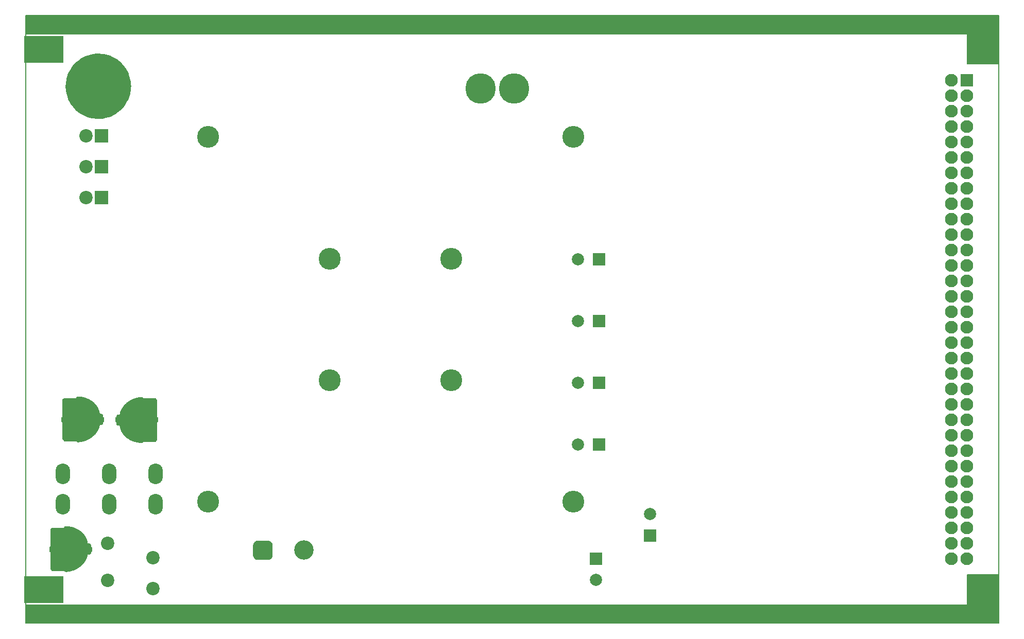
<source format=gbs>
G04 #@! TF.GenerationSoftware,KiCad,Pcbnew,(5.1.5)-3*
G04 #@! TF.CreationDate,2020-04-19T00:38:59+08:00*
G04 #@! TF.ProjectId,HEMAC_POWER,48454d41-435f-4504-9f57-45522e6b6963,rev?*
G04 #@! TF.SameCoordinates,Original*
G04 #@! TF.FileFunction,Soldermask,Bot*
G04 #@! TF.FilePolarity,Negative*
%FSLAX46Y46*%
G04 Gerber Fmt 4.6, Leading zero omitted, Abs format (unit mm)*
G04 Created by KiCad (PCBNEW (5.1.5)-3) date 2020-04-19 00:38:59*
%MOMM*%
%LPD*%
G04 APERTURE LIST*
%ADD10C,0.150000*%
%ADD11C,0.200000*%
%ADD12C,8.800000*%
%ADD13C,0.100000*%
%ADD14R,2.000000X2.000000*%
%ADD15C,2.000000*%
%ADD16C,3.200000*%
%ADD17C,2.100000*%
%ADD18R,2.100000X2.100000*%
%ADD19C,2.200000*%
%ADD20R,2.200000X2.200000*%
%ADD21C,5.000000*%
%ADD22C,3.600000*%
%ADD23R,6.400000X4.400000*%
%ADD24O,2.400000X3.400000*%
G04 APERTURE END LIST*
D10*
G36*
X225000000Y-150000000D02*
G01*
X65000000Y-150000000D01*
X65000000Y-147000000D01*
X225000000Y-147000000D01*
X225000000Y-150000000D01*
G37*
X225000000Y-150000000D02*
X65000000Y-150000000D01*
X65000000Y-147000000D01*
X225000000Y-147000000D01*
X225000000Y-150000000D01*
G36*
X225000000Y-53000000D02*
G01*
X65000000Y-53000000D01*
X65000000Y-50000000D01*
X225000000Y-50000000D01*
X225000000Y-53000000D01*
G37*
X225000000Y-53000000D02*
X65000000Y-53000000D01*
X65000000Y-50000000D01*
X225000000Y-50000000D01*
X225000000Y-53000000D01*
D11*
X225000000Y-148000000D02*
G75*
G02X223000000Y-150000000I-2000000J0D01*
G01*
X67000000Y-150000000D02*
G75*
G02X65000000Y-148000000I0J2000000D01*
G01*
X65000000Y-52000000D02*
G75*
G02X67000000Y-50000000I2000000J0D01*
G01*
X223000000Y-50000000D02*
G75*
G02X225000000Y-52000000I0J-2000000D01*
G01*
X65000000Y-148000000D02*
X65000000Y-52000000D01*
X223000000Y-150000000D02*
X67000000Y-150000000D01*
X225000000Y-52000000D02*
X225000000Y-148000000D01*
X67000000Y-50000000D02*
X223000000Y-50000000D01*
D12*
X77952000Y-61646000D02*
G75*
G03X77952000Y-61646000I-1000000J0D01*
G01*
D13*
G36*
X84150000Y-113460000D02*
G01*
X82100000Y-114260000D01*
X81200000Y-116585000D01*
X81825000Y-118335000D01*
X84100000Y-120060000D01*
X86375000Y-120060000D01*
X86400000Y-112985000D01*
X84150000Y-112985000D01*
X84150000Y-113460000D01*
G37*
X84150000Y-113460000D02*
X82100000Y-114260000D01*
X81200000Y-116585000D01*
X81825000Y-118335000D01*
X84100000Y-120060000D01*
X86375000Y-120060000D01*
X86400000Y-112985000D01*
X84150000Y-112985000D01*
X84150000Y-113460000D01*
G36*
X73510000Y-119560000D02*
G01*
X75560000Y-118760000D01*
X76460000Y-116435000D01*
X75835000Y-114685000D01*
X73560000Y-112960000D01*
X71285000Y-112960000D01*
X71260000Y-120035000D01*
X73510000Y-120035000D01*
X73510000Y-119560000D01*
G37*
X73510000Y-119560000D02*
X75560000Y-118760000D01*
X76460000Y-116435000D01*
X75835000Y-114685000D01*
X73560000Y-112960000D01*
X71285000Y-112960000D01*
X71260000Y-120035000D01*
X73510000Y-120035000D01*
X73510000Y-119560000D01*
G36*
X71532000Y-140896000D02*
G01*
X73582000Y-140096000D01*
X74482000Y-137771000D01*
X73857000Y-136021000D01*
X71582000Y-134296000D01*
X69307000Y-134296000D01*
X69282000Y-141371000D01*
X71532000Y-141371000D01*
X71532000Y-140896000D01*
G37*
X71532000Y-140896000D02*
X73582000Y-140096000D01*
X74482000Y-137771000D01*
X73857000Y-136021000D01*
X71582000Y-134296000D01*
X69307000Y-134296000D01*
X69282000Y-141371000D01*
X71532000Y-141371000D01*
X71532000Y-140896000D01*
D10*
G36*
X219800000Y-57930000D02*
G01*
X224950000Y-57930000D01*
X224950000Y-53030000D01*
X219800000Y-53030000D01*
X219800000Y-57930000D01*
G37*
X219800000Y-57930000D02*
X224950000Y-57930000D01*
X224950000Y-53030000D01*
X219800000Y-53030000D01*
X219800000Y-57930000D01*
G36*
X219800000Y-146930000D02*
G01*
X224950000Y-146930000D01*
X224950000Y-142030000D01*
X219800000Y-142030000D01*
X219800000Y-146930000D01*
G37*
X219800000Y-146930000D02*
X224950000Y-146930000D01*
X224950000Y-142030000D01*
X219800000Y-142030000D01*
X219800000Y-146930000D01*
D14*
X158740000Y-139370000D03*
D15*
X158740000Y-142870000D03*
D13*
G36*
X85866664Y-120004849D02*
G01*
X85866619Y-120004849D01*
X85779157Y-120004829D01*
X85779009Y-120004829D01*
X85703222Y-120004767D01*
X85702950Y-120004767D01*
X85637998Y-120004643D01*
X85637538Y-120004642D01*
X85582584Y-120004436D01*
X85581964Y-120004432D01*
X85581856Y-120004431D01*
X85581856Y-120004432D01*
X85536059Y-120004127D01*
X85535674Y-120004124D01*
X85535441Y-120004122D01*
X85534896Y-120004116D01*
X85497416Y-120003692D01*
X85496444Y-120003679D01*
X85496073Y-120003673D01*
X85495561Y-120003664D01*
X85465561Y-120003102D01*
X85464333Y-120003075D01*
X85463730Y-120003060D01*
X85462543Y-120003027D01*
X85439182Y-120002307D01*
X85437215Y-120002237D01*
X85436207Y-120002196D01*
X85434144Y-120002101D01*
X85416583Y-120001205D01*
X85413095Y-120000997D01*
X85411330Y-120000876D01*
X85407756Y-120000598D01*
X85395156Y-119999507D01*
X85388514Y-119998820D01*
X85385215Y-119998423D01*
X85378664Y-119997525D01*
X85370185Y-119996219D01*
X85356900Y-119993711D01*
X85350304Y-119992233D01*
X85337202Y-119988827D01*
X85332006Y-119987287D01*
X85305011Y-119977117D01*
X85291949Y-119971087D01*
X85266698Y-119957138D01*
X85263944Y-119955346D01*
X85248042Y-119943850D01*
X85240390Y-119937725D01*
X85206510Y-119903089D01*
X85197754Y-119891641D01*
X85181903Y-119867481D01*
X85180753Y-119865417D01*
X85172049Y-119847814D01*
X85168141Y-119838825D01*
X85157669Y-119808148D01*
X85156095Y-119801928D01*
X85153343Y-119789371D01*
X85153299Y-119789134D01*
X85151232Y-119775333D01*
X85150440Y-119768402D01*
X85149340Y-119754478D01*
X85148946Y-119745514D01*
X85148853Y-119743059D01*
X85148816Y-119741890D01*
X85148758Y-119739673D01*
X85148329Y-119718801D01*
X85148324Y-119718561D01*
X85148318Y-119718251D01*
X85148302Y-119717250D01*
X85147842Y-119685181D01*
X85147840Y-119685033D01*
X85147838Y-119684886D01*
X85147832Y-119684444D01*
X85147347Y-119641888D01*
X85147347Y-119641856D01*
X85147346Y-119641767D01*
X85147342Y-119641446D01*
X85146838Y-119589111D01*
X85146837Y-119588821D01*
X85146836Y-119588821D01*
X85146316Y-119527419D01*
X85146317Y-119527419D01*
X85146314Y-119527201D01*
X85145784Y-119457441D01*
X85145783Y-119457263D01*
X85145250Y-119379854D01*
X85145249Y-119379716D01*
X85144715Y-119295370D01*
X85144715Y-119295242D01*
X85144714Y-119295242D01*
X85144187Y-119204667D01*
X85144187Y-119204557D01*
X85143670Y-119108463D01*
X85143670Y-119108357D01*
X85143669Y-119108357D01*
X85143169Y-119007455D01*
X85143169Y-119007356D01*
X85142690Y-118902355D01*
X85142692Y-118902355D01*
X85142689Y-118902260D01*
X85142236Y-118793870D01*
X85142236Y-118793855D01*
X85141552Y-118627929D01*
X85140746Y-118446288D01*
X85140747Y-118446282D01*
X85139929Y-118277007D01*
X85139930Y-118277007D01*
X85139101Y-118120102D01*
X85139100Y-118120102D01*
X85138259Y-117975433D01*
X85137408Y-117843135D01*
X85136545Y-117723020D01*
X85136546Y-117723005D01*
X85135677Y-117615833D01*
X85134797Y-117520937D01*
X85134039Y-117450648D01*
X85074335Y-117450738D01*
X85010143Y-117450900D01*
X84943706Y-117451126D01*
X84876740Y-117451410D01*
X84876729Y-117451409D01*
X84810448Y-117451747D01*
X84746027Y-117452131D01*
X84684192Y-117452561D01*
X84684181Y-117452560D01*
X84660040Y-117452756D01*
X84655292Y-117489948D01*
X84655144Y-117491079D01*
X84655069Y-117491641D01*
X84654918Y-117492755D01*
X84650264Y-117526194D01*
X84649962Y-117528282D01*
X84649817Y-117529249D01*
X84649541Y-117531032D01*
X84645448Y-117556744D01*
X84644467Y-117562387D01*
X84643933Y-117565217D01*
X84642776Y-117570893D01*
X84627216Y-117641988D01*
X84625690Y-117648447D01*
X84624877Y-117651649D01*
X84623154Y-117657997D01*
X84599991Y-117738085D01*
X84598391Y-117743344D01*
X84597552Y-117745972D01*
X84595794Y-117751227D01*
X84566570Y-117834709D01*
X84564828Y-117839490D01*
X84563927Y-117841868D01*
X84562065Y-117846599D01*
X84527897Y-117930293D01*
X84525847Y-117935132D01*
X84524795Y-117937527D01*
X84522639Y-117942267D01*
X84484645Y-118022990D01*
X84483348Y-118025691D01*
X84482697Y-118027022D01*
X84481390Y-118029647D01*
X84479129Y-118034103D01*
X84478116Y-118036072D01*
X84477568Y-118037123D01*
X84476385Y-118039357D01*
X84438270Y-118110257D01*
X84435423Y-118115372D01*
X84433963Y-118117907D01*
X84430972Y-118122930D01*
X84392743Y-118185036D01*
X84388885Y-118191060D01*
X84386901Y-118194039D01*
X84382822Y-118199930D01*
X84342007Y-118256696D01*
X84337639Y-118262544D01*
X84335406Y-118265422D01*
X84330843Y-118271087D01*
X84284969Y-118325968D01*
X84280967Y-118330610D01*
X84278926Y-118332905D01*
X84274764Y-118337442D01*
X84221358Y-118393895D01*
X84215809Y-118399533D01*
X84212986Y-118402290D01*
X84207245Y-118407680D01*
X84142212Y-118466372D01*
X84133878Y-118473489D01*
X84129620Y-118476928D01*
X84120920Y-118483570D01*
X84040476Y-118541567D01*
X84031396Y-118547741D01*
X84026777Y-118550700D01*
X84017382Y-118556362D01*
X83930527Y-118605505D01*
X83920977Y-118610572D01*
X83916135Y-118612976D01*
X83906318Y-118617524D01*
X83814982Y-118656867D01*
X83804669Y-118660974D01*
X83799459Y-118662883D01*
X83788932Y-118666412D01*
X83695044Y-118695013D01*
X83683592Y-118698133D01*
X83677829Y-118699521D01*
X83666228Y-118701954D01*
X83571718Y-118718866D01*
X83563795Y-118720120D01*
X83559826Y-118720667D01*
X83551872Y-118721602D01*
X83531114Y-118723620D01*
X83523304Y-118724225D01*
X83519377Y-118724452D01*
X83511480Y-118724752D01*
X83424204Y-118726343D01*
X83412986Y-118726233D01*
X83407391Y-118726021D01*
X83396227Y-118725284D01*
X83304875Y-118716688D01*
X83294878Y-118715493D01*
X83289891Y-118714769D01*
X83279941Y-118713067D01*
X83186729Y-118694691D01*
X83177368Y-118692612D01*
X83172725Y-118691463D01*
X83163513Y-118688948D01*
X83070659Y-118661204D01*
X83061560Y-118658246D01*
X83057042Y-118656657D01*
X83048072Y-118653259D01*
X82957792Y-118616554D01*
X82952864Y-118614473D01*
X82950417Y-118613401D01*
X82945556Y-118611194D01*
X82935375Y-118606406D01*
X82931984Y-118604771D01*
X82930296Y-118603938D01*
X82926935Y-118602241D01*
X82856125Y-118565624D01*
X82849526Y-118562053D01*
X82846250Y-118560200D01*
X82839745Y-118556356D01*
X82773900Y-118515755D01*
X82767222Y-118511452D01*
X82763933Y-118509239D01*
X82757455Y-118504692D01*
X82693980Y-118458232D01*
X82688144Y-118453794D01*
X82685275Y-118451528D01*
X82679633Y-118446901D01*
X82615936Y-118392704D01*
X82611474Y-118388793D01*
X82609260Y-118386793D01*
X82604867Y-118382703D01*
X82538354Y-118318892D01*
X82535935Y-118316531D01*
X82534754Y-118315359D01*
X82532449Y-118313034D01*
X82507854Y-118287814D01*
X82505060Y-118284891D01*
X82503673Y-118283410D01*
X82500918Y-118280408D01*
X82429774Y-118201271D01*
X82425352Y-118196182D01*
X82423192Y-118193610D01*
X82418974Y-118188413D01*
X82354533Y-118106247D01*
X82350364Y-118100738D01*
X82348326Y-118097946D01*
X82344343Y-118092286D01*
X82284926Y-118004674D01*
X82281369Y-117999242D01*
X82279636Y-117996499D01*
X82276261Y-117990959D01*
X82220188Y-117895483D01*
X82217420Y-117890616D01*
X82216073Y-117888168D01*
X82213453Y-117883244D01*
X82159045Y-117777485D01*
X82157972Y-117775369D01*
X82157426Y-117774276D01*
X82156315Y-117772018D01*
X82154645Y-117768567D01*
X82154505Y-117768276D01*
X82154385Y-117768027D01*
X82154047Y-117767322D01*
X82139756Y-117737369D01*
X82139064Y-117735904D01*
X82138722Y-117735172D01*
X82138045Y-117733708D01*
X82125588Y-117706475D01*
X82124657Y-117704408D01*
X82124207Y-117703394D01*
X82123337Y-117701405D01*
X82111719Y-117674440D01*
X82110811Y-117672299D01*
X82110368Y-117671237D01*
X82109504Y-117669131D01*
X82097731Y-117639978D01*
X82097072Y-117638324D01*
X82096732Y-117637460D01*
X82096033Y-117635658D01*
X82083109Y-117601861D01*
X82082637Y-117600615D01*
X82082423Y-117600044D01*
X82082037Y-117599006D01*
X82066968Y-117558111D01*
X82066780Y-117557599D01*
X82066666Y-117557287D01*
X82066399Y-117556551D01*
X82048190Y-117506104D01*
X82047861Y-117505185D01*
X82047711Y-117504763D01*
X82047440Y-117503996D01*
X82041553Y-117487218D01*
X82040818Y-117485086D01*
X82040452Y-117484004D01*
X82039723Y-117481805D01*
X82022072Y-117427561D01*
X82021264Y-117425023D01*
X82020879Y-117423784D01*
X82020145Y-117421369D01*
X82002582Y-117362224D01*
X82001990Y-117360188D01*
X82001680Y-117359102D01*
X82001035Y-117356792D01*
X81984718Y-117296918D01*
X81984088Y-117294546D01*
X81983784Y-117293374D01*
X81983197Y-117291058D01*
X81969278Y-117234631D01*
X81968508Y-117231390D01*
X81968144Y-117229801D01*
X81967456Y-117226686D01*
X81957092Y-117177879D01*
X81956634Y-117175661D01*
X81956412Y-117174554D01*
X81955981Y-117172341D01*
X81951242Y-117147245D01*
X81945261Y-117115846D01*
X81940069Y-117088860D01*
X81936442Y-117070349D01*
X81936272Y-117069471D01*
X81936228Y-117069241D01*
X81936220Y-117069199D01*
X81935903Y-117067540D01*
X81934794Y-117061180D01*
X81934289Y-117057980D01*
X81933380Y-117051541D01*
X81930560Y-117028917D01*
X81929893Y-117022807D01*
X81929606Y-117019739D01*
X81929126Y-117013575D01*
X81927321Y-116984668D01*
X81927077Y-116979808D01*
X81926985Y-116977390D01*
X81926859Y-116972579D01*
X81926449Y-116943219D01*
X81926430Y-116940287D01*
X81926431Y-116938843D01*
X81926453Y-116936002D01*
X81926630Y-116924125D01*
X81925780Y-116921197D01*
X81921649Y-116906386D01*
X81919417Y-116897623D01*
X81918404Y-116893233D01*
X81916582Y-116884438D01*
X81909830Y-116847723D01*
X81908637Y-116840496D01*
X81908105Y-116836859D01*
X81907172Y-116829537D01*
X81901967Y-116781681D01*
X81901519Y-116777065D01*
X81901322Y-116774757D01*
X81900981Y-116770139D01*
X81897296Y-116710773D01*
X81897124Y-116707597D01*
X81897052Y-116706036D01*
X81896935Y-116702969D01*
X81894744Y-116631723D01*
X81894689Y-116629563D01*
X81894667Y-116628460D01*
X81894635Y-116626209D01*
X81893910Y-116542714D01*
X81893902Y-116541280D01*
X81893901Y-116540619D01*
X81893903Y-116539410D01*
X81894010Y-116515801D01*
X81894038Y-116513254D01*
X81894060Y-116511980D01*
X81894120Y-116509429D01*
X81897704Y-116390105D01*
X81897859Y-116386217D01*
X81897957Y-116384238D01*
X81898197Y-116380208D01*
X81906609Y-116259655D01*
X81906923Y-116255721D01*
X81907096Y-116253791D01*
X81907471Y-116250006D01*
X81920360Y-116131589D01*
X81920842Y-116127549D01*
X81921106Y-116125510D01*
X81921682Y-116121395D01*
X81938694Y-116008479D01*
X81939465Y-116003748D01*
X81939876Y-116001403D01*
X81940747Y-115996755D01*
X81961530Y-115892706D01*
X81962091Y-115889995D01*
X81962381Y-115888641D01*
X81962984Y-115885920D01*
X81964047Y-115881273D01*
X81964048Y-115881266D01*
X81969687Y-115856576D01*
X81975248Y-115832167D01*
X81975488Y-115831123D01*
X81975608Y-115830609D01*
X81975847Y-115829597D01*
X81979806Y-115813029D01*
X81980463Y-115810362D01*
X81980805Y-115809013D01*
X81981518Y-115806282D01*
X81994050Y-115759624D01*
X81994763Y-115757040D01*
X81995123Y-115755768D01*
X81995849Y-115753265D01*
X82011890Y-115699281D01*
X82012501Y-115697263D01*
X82012797Y-115696304D01*
X82013368Y-115694483D01*
X82031944Y-115636276D01*
X82032500Y-115634561D01*
X82032785Y-115633695D01*
X82033369Y-115631948D01*
X82053502Y-115572618D01*
X82054104Y-115570871D01*
X82054425Y-115569953D01*
X82055110Y-115568027D01*
X82075825Y-115510674D01*
X82076651Y-115508429D01*
X82077052Y-115507359D01*
X82077827Y-115505324D01*
X82092500Y-115467432D01*
X82094153Y-115463299D01*
X82095001Y-115461246D01*
X82096739Y-115457168D01*
X82147429Y-115341766D01*
X82149996Y-115336159D01*
X82151327Y-115333366D01*
X82154086Y-115327801D01*
X82212793Y-115213861D01*
X82215666Y-115208487D01*
X82217143Y-115205823D01*
X82220177Y-115200541D01*
X82284900Y-115091753D01*
X82288360Y-115086151D01*
X82290134Y-115083381D01*
X82293771Y-115077901D01*
X82362514Y-114977958D01*
X82365094Y-114974296D01*
X82366409Y-114972473D01*
X82369090Y-114968843D01*
X82375871Y-114959876D01*
X82377913Y-114957223D01*
X82378955Y-114955892D01*
X82381082Y-114953223D01*
X82412573Y-114914382D01*
X82415051Y-114911384D01*
X82416307Y-114909895D01*
X82418852Y-114906938D01*
X82455947Y-114864663D01*
X82457952Y-114862412D01*
X82458956Y-114861302D01*
X82460966Y-114859113D01*
X82501454Y-114815666D01*
X82503354Y-114813655D01*
X82504291Y-114812677D01*
X82506138Y-114810775D01*
X82547811Y-114768417D01*
X82549796Y-114766427D01*
X82550818Y-114765417D01*
X82552922Y-114763369D01*
X82593570Y-114724361D01*
X82596168Y-114721911D01*
X82597491Y-114720686D01*
X82600187Y-114718235D01*
X82637599Y-114684839D01*
X82641799Y-114681194D01*
X82643900Y-114679421D01*
X82648100Y-114675973D01*
X82680068Y-114650450D01*
X82683793Y-114647548D01*
X82685684Y-114646110D01*
X82689525Y-114643260D01*
X82701671Y-114634474D01*
X82705468Y-114631794D01*
X82707372Y-114630483D01*
X82711190Y-114627919D01*
X82809448Y-114563543D01*
X82817207Y-114558709D01*
X82821155Y-114556373D01*
X82829191Y-114551865D01*
X82927163Y-114499832D01*
X82936364Y-114495244D01*
X82941014Y-114493073D01*
X82950411Y-114488976D01*
X83048865Y-114449018D01*
X83059223Y-114445144D01*
X83064439Y-114443356D01*
X83074944Y-114440075D01*
X83174649Y-114411921D01*
X83185597Y-114409161D01*
X83191121Y-114407933D01*
X83202271Y-114405784D01*
X83303996Y-114389163D01*
X83314998Y-114387678D01*
X83320501Y-114387090D01*
X83331510Y-114386220D01*
X83436025Y-114380862D01*
X83447454Y-114380604D01*
X83453174Y-114380638D01*
X83464624Y-114381034D01*
X83538454Y-114385709D01*
X83549989Y-114386775D01*
X83555738Y-114387475D01*
X83567202Y-114389210D01*
X83652509Y-114404658D01*
X83663090Y-114406871D01*
X83668340Y-114408118D01*
X83678757Y-114410891D01*
X83765479Y-114436497D01*
X83775039Y-114439582D01*
X83779786Y-114441247D01*
X83789216Y-114444824D01*
X83875162Y-114479929D01*
X83884272Y-114483918D01*
X83888766Y-114486020D01*
X83897630Y-114490436D01*
X83980610Y-114534380D01*
X83987390Y-114538141D01*
X83990747Y-114540089D01*
X83997396Y-114544122D01*
X84036991Y-114569205D01*
X84044188Y-114573985D01*
X84047738Y-114576455D01*
X84054741Y-114581556D01*
X84138778Y-114645601D01*
X84147747Y-114652855D01*
X84152122Y-114656607D01*
X84160653Y-114664361D01*
X84238566Y-114739389D01*
X84246190Y-114747140D01*
X84249896Y-114751119D01*
X84257094Y-114759283D01*
X84328718Y-114845105D01*
X84335001Y-114853032D01*
X84338039Y-114857071D01*
X84343910Y-114865301D01*
X84409082Y-114961731D01*
X84414119Y-114969573D01*
X84416540Y-114973542D01*
X84421188Y-114981574D01*
X84479744Y-115088424D01*
X84481877Y-115092424D01*
X84482934Y-115094461D01*
X84485026Y-115098609D01*
X84489906Y-115108573D01*
X84490390Y-115109569D01*
X84490602Y-115110008D01*
X84490968Y-115110770D01*
X84506959Y-115144244D01*
X84507559Y-115145511D01*
X84507863Y-115146159D01*
X84508478Y-115147483D01*
X84523054Y-115179152D01*
X84523767Y-115180718D01*
X84524126Y-115181516D01*
X84524849Y-115183144D01*
X84536571Y-115209833D01*
X84537871Y-115212860D01*
X84538506Y-115214373D01*
X84539746Y-115217395D01*
X84547171Y-115235929D01*
X84548464Y-115239243D01*
X84549095Y-115240903D01*
X84550326Y-115244230D01*
X84554956Y-115257092D01*
X84564535Y-115283431D01*
X84572798Y-115305852D01*
X84572799Y-115305852D01*
X84572854Y-115306001D01*
X84573108Y-115306695D01*
X84575837Y-115314173D01*
X84576548Y-115316153D01*
X84576894Y-115317133D01*
X84577568Y-115319075D01*
X84585140Y-115341245D01*
X84586193Y-115344413D01*
X84586704Y-115345995D01*
X84587695Y-115349152D01*
X84593175Y-115367129D01*
X84593873Y-115369470D01*
X84594224Y-115370674D01*
X84594927Y-115373145D01*
X84597192Y-115381301D01*
X84602746Y-115400562D01*
X84609370Y-115422890D01*
X84610365Y-115426358D01*
X84610842Y-115428079D01*
X84611755Y-115431489D01*
X84626004Y-115486665D01*
X84627447Y-115492632D01*
X84628122Y-115495622D01*
X84629380Y-115501617D01*
X84642577Y-115569723D01*
X84643396Y-115574225D01*
X84643780Y-115576482D01*
X84644497Y-115581008D01*
X84654207Y-115647225D01*
X85129225Y-115647225D01*
X85129225Y-115538450D01*
X85129222Y-115525392D01*
X85129155Y-115471282D01*
X85129156Y-115471282D01*
X85129009Y-115406260D01*
X85128787Y-115330893D01*
X85128495Y-115246533D01*
X85128138Y-115154260D01*
X85128139Y-115154260D01*
X85127722Y-115055344D01*
X85127723Y-115055337D01*
X85127251Y-114950943D01*
X85126730Y-114841993D01*
X85126731Y-114841993D01*
X85126164Y-114729859D01*
X85125558Y-114615520D01*
X85124918Y-114500172D01*
X85124248Y-114384891D01*
X85124249Y-114384891D01*
X85123555Y-114270938D01*
X85123232Y-114218814D01*
X85123232Y-114218771D01*
X85122493Y-114096113D01*
X85122493Y-114096031D01*
X85122492Y-114096031D01*
X85121861Y-113985261D01*
X85121861Y-113985147D01*
X85121340Y-113885683D01*
X85121340Y-113885525D01*
X85121339Y-113885525D01*
X85120930Y-113796786D01*
X85120931Y-113796786D01*
X85120928Y-113796573D01*
X85120633Y-113717977D01*
X85120632Y-113717226D01*
X85120632Y-113717167D01*
X85120455Y-113648650D01*
X85120454Y-113648134D01*
X85120454Y-113648056D01*
X85120393Y-113588207D01*
X85120393Y-113587668D01*
X85120452Y-113536016D01*
X85120454Y-113535263D01*
X85120636Y-113491428D01*
X85120643Y-113490353D01*
X85120645Y-113490143D01*
X85120949Y-113453779D01*
X85120952Y-113453464D01*
X85120955Y-113453162D01*
X85120966Y-113452270D01*
X85121397Y-113422329D01*
X85121415Y-113421235D01*
X85121424Y-113420782D01*
X85121440Y-113420064D01*
X85122000Y-113396197D01*
X85122033Y-113394942D01*
X85122054Y-113394236D01*
X85122107Y-113392666D01*
X85122798Y-113374292D01*
X85122903Y-113371897D01*
X85122961Y-113370728D01*
X85123087Y-113368449D01*
X85123909Y-113354988D01*
X85124218Y-113350683D01*
X85124397Y-113348520D01*
X85124805Y-113344170D01*
X85125762Y-113335038D01*
X85126991Y-113325522D01*
X85127719Y-113320782D01*
X85129402Y-113311339D01*
X85130495Y-113305957D01*
X85135341Y-113286934D01*
X85138224Y-113277566D01*
X85149477Y-113249009D01*
X85151895Y-113244031D01*
X85156997Y-113234226D01*
X85158228Y-113232012D01*
X85168585Y-113215363D01*
X85174164Y-113207304D01*
X85199550Y-113177394D01*
X85206595Y-113170579D01*
X85233572Y-113148681D01*
X85239840Y-113144440D01*
X85252690Y-113136437D01*
X85252697Y-113136433D01*
X85270186Y-113127548D01*
X85279132Y-113123542D01*
X85317166Y-113110910D01*
X85327151Y-113108674D01*
X85347352Y-113105226D01*
X85355067Y-113104313D01*
X85362392Y-113103583D01*
X85366039Y-113103287D01*
X85373303Y-113102830D01*
X85392735Y-113101963D01*
X85394423Y-113101895D01*
X85395308Y-113101863D01*
X85397160Y-113101804D01*
X85427328Y-113100993D01*
X85428377Y-113100968D01*
X85428793Y-113100959D01*
X85429408Y-113100946D01*
X85469333Y-113100205D01*
X85469832Y-113100197D01*
X85470579Y-113100185D01*
X85519281Y-113099524D01*
X85519709Y-113099519D01*
X85519884Y-113099517D01*
X85520152Y-113099514D01*
X85576653Y-113098944D01*
X85576653Y-113098945D01*
X85577331Y-113098937D01*
X85640651Y-113098470D01*
X85641223Y-113098468D01*
X85710381Y-113098116D01*
X85710887Y-113098113D01*
X85784906Y-113097886D01*
X85785390Y-113097885D01*
X85863288Y-113097797D01*
X85863519Y-113097797D01*
X86341514Y-113097700D01*
X86361122Y-113098660D01*
X86370877Y-113099619D01*
X86409322Y-113107257D01*
X86418702Y-113110100D01*
X86454940Y-113125102D01*
X86463585Y-113129721D01*
X86496176Y-113151488D01*
X86503754Y-113157704D01*
X86531490Y-113185427D01*
X86537710Y-113193003D01*
X86560876Y-113228221D01*
X86566044Y-113238239D01*
X86575245Y-113258854D01*
X86581256Y-113274664D01*
X86587086Y-113292467D01*
X86589579Y-113301488D01*
X86593720Y-113319768D01*
X86594412Y-113323662D01*
X86595987Y-113334124D01*
X86596634Y-113339359D01*
X86597650Y-113349838D01*
X86598797Y-113366122D01*
X86598992Y-113369239D01*
X86599080Y-113370846D01*
X86599234Y-113374158D01*
X86600285Y-113401708D01*
X86600331Y-113403029D01*
X86600352Y-113403695D01*
X86600390Y-113405039D01*
X86601330Y-113442941D01*
X86601346Y-113443679D01*
X86601354Y-113444058D01*
X86601369Y-113444836D01*
X86602184Y-113492176D01*
X86602200Y-113493285D01*
X86602203Y-113493542D01*
X86602877Y-113549327D01*
X86602881Y-113549681D01*
X86602883Y-113549875D01*
X86602887Y-113550296D01*
X86603408Y-113613776D01*
X86603411Y-113614167D01*
X86603412Y-113614327D01*
X86603413Y-113614577D01*
X86603762Y-113684318D01*
X86603763Y-113684457D01*
X86603768Y-113685451D01*
X86603937Y-113761417D01*
X86603937Y-113761900D01*
X86604026Y-113822441D01*
X86604205Y-113890964D01*
X86604458Y-113956122D01*
X86604457Y-113956128D01*
X86604775Y-114016498D01*
X86605145Y-114070561D01*
X86605561Y-114117448D01*
X86606010Y-114155481D01*
X86606455Y-114181837D01*
X86606905Y-114197359D01*
X86607000Y-114200256D01*
X86607044Y-114201776D01*
X86607063Y-114202529D01*
X86607096Y-114204035D01*
X86607402Y-114221327D01*
X86607406Y-114221598D01*
X86607411Y-114221904D01*
X86607425Y-114222856D01*
X86607762Y-114251952D01*
X86607767Y-114252574D01*
X86607768Y-114252574D01*
X86608134Y-114292836D01*
X86608133Y-114292836D01*
X86608137Y-114293189D01*
X86608527Y-114343981D01*
X86608528Y-114344204D01*
X86608940Y-114404889D01*
X86608941Y-114405049D01*
X86609371Y-114474989D01*
X86609371Y-114475110D01*
X86609372Y-114475110D01*
X86609817Y-114553668D01*
X86609817Y-114553767D01*
X86610273Y-114640306D01*
X86610273Y-114640388D01*
X86610274Y-114640388D01*
X86610738Y-114734271D01*
X86610738Y-114734338D01*
X86611208Y-114834928D01*
X86611206Y-114834928D01*
X86611209Y-114834992D01*
X86611680Y-114941651D01*
X86611680Y-114941706D01*
X86612150Y-115053798D01*
X86612150Y-115053852D01*
X86612615Y-115170740D01*
X86612615Y-115170791D01*
X86612616Y-115170791D01*
X86613073Y-115291837D01*
X86613073Y-115291888D01*
X86613518Y-115416455D01*
X86613518Y-115416504D01*
X86613948Y-115543956D01*
X86613948Y-115543976D01*
X86614055Y-115576471D01*
X86614484Y-115705260D01*
X86614915Y-115831969D01*
X86615345Y-115955896D01*
X86615720Y-116061548D01*
X86639018Y-116063843D01*
X86676537Y-116075224D01*
X86711114Y-116093706D01*
X86741421Y-116118579D01*
X86766294Y-116148886D01*
X86784776Y-116183463D01*
X86796157Y-116220982D01*
X86800000Y-116260000D01*
X86800000Y-116760000D01*
X86796157Y-116799018D01*
X86784776Y-116836537D01*
X86766294Y-116871114D01*
X86741421Y-116901421D01*
X86711114Y-116926294D01*
X86676537Y-116944776D01*
X86639018Y-116956157D01*
X86619383Y-116958091D01*
X86619439Y-116967757D01*
X86619605Y-116990799D01*
X86619606Y-116990965D01*
X86619690Y-117003812D01*
X86619689Y-117003812D01*
X86619693Y-117004368D01*
X86619808Y-117031033D01*
X86619809Y-117031287D01*
X86619933Y-117068850D01*
X86619934Y-117069510D01*
X86620066Y-117116726D01*
X86620067Y-117117283D01*
X86620067Y-117117299D01*
X86620207Y-117174021D01*
X86620207Y-117174080D01*
X86620208Y-117174080D01*
X86620355Y-117240049D01*
X86620355Y-117240090D01*
X86620508Y-117314096D01*
X86620508Y-117314126D01*
X86620666Y-117395455D01*
X86620666Y-117395483D01*
X86620827Y-117483420D01*
X86620827Y-117483438D01*
X86620992Y-117577268D01*
X86620992Y-117577289D01*
X86621158Y-117676297D01*
X86621158Y-117676312D01*
X86621325Y-117779782D01*
X86621325Y-117780108D01*
X86621493Y-117887012D01*
X86621493Y-117887328D01*
X86621659Y-117997277D01*
X86621659Y-117997580D01*
X86621824Y-118109854D01*
X86621824Y-118110149D01*
X86621985Y-118224036D01*
X86621985Y-118224320D01*
X86622143Y-118339101D01*
X86622143Y-118339378D01*
X86622297Y-118454339D01*
X86622297Y-118454609D01*
X86622444Y-118569038D01*
X86622444Y-118569296D01*
X86622585Y-118682473D01*
X86622585Y-118682724D01*
X86622719Y-118793937D01*
X86622719Y-118794180D01*
X86622844Y-118902714D01*
X86622844Y-118902946D01*
X86622959Y-119008089D01*
X86622959Y-119008310D01*
X86623064Y-119109345D01*
X86623064Y-119109555D01*
X86623158Y-119205769D01*
X86623158Y-119205968D01*
X86623239Y-119296649D01*
X86623239Y-119296832D01*
X86623307Y-119381266D01*
X86623307Y-119381432D01*
X86623361Y-119458910D01*
X86623361Y-119459056D01*
X86623400Y-119528866D01*
X86623400Y-119528987D01*
X86623423Y-119590424D01*
X86623423Y-119590512D01*
X86623429Y-119642877D01*
X86623429Y-119642982D01*
X86623416Y-119685531D01*
X86623416Y-119685697D01*
X86623385Y-119717691D01*
X86623384Y-119718064D01*
X86623333Y-119738788D01*
X86623329Y-119739680D01*
X86623327Y-119739969D01*
X86623325Y-119740233D01*
X86623253Y-119748972D01*
X86622129Y-119768566D01*
X86621088Y-119778312D01*
X86613125Y-119816692D01*
X86610203Y-119826048D01*
X86594895Y-119862162D01*
X86590203Y-119870768D01*
X86573597Y-119896364D01*
X86570285Y-119900704D01*
X86563416Y-119909212D01*
X86562676Y-119910079D01*
X86549214Y-119924368D01*
X86542150Y-119931164D01*
X86511373Y-119955442D01*
X86503120Y-119960729D01*
X86467094Y-119978967D01*
X86457403Y-119982698D01*
X86437637Y-119989150D01*
X86432377Y-119990569D01*
X86417648Y-119993951D01*
X86410228Y-119995362D01*
X86395275Y-119997623D01*
X86384367Y-119998853D01*
X86379286Y-119999361D01*
X86376722Y-119999584D01*
X86371548Y-119999966D01*
X86354287Y-120001017D01*
X86351769Y-120001155D01*
X86350546Y-120001214D01*
X86348174Y-120001314D01*
X86323854Y-120002198D01*
X86322469Y-120002244D01*
X86321789Y-120002264D01*
X86320452Y-120002298D01*
X86288367Y-120003027D01*
X86287679Y-120003042D01*
X86287264Y-120003050D01*
X86286294Y-120003066D01*
X86245741Y-120003651D01*
X86245111Y-120003659D01*
X86244845Y-120003662D01*
X86244412Y-120003667D01*
X86194684Y-120004120D01*
X86193992Y-120004125D01*
X86193815Y-120004126D01*
X86193799Y-120004126D01*
X86134193Y-120004458D01*
X86133595Y-120004461D01*
X86063404Y-120004684D01*
X86062994Y-120004685D01*
X85981513Y-120004810D01*
X85981236Y-120004810D01*
X85887760Y-120004850D01*
X85887641Y-120004850D01*
X85866664Y-120004849D01*
G37*
G36*
X84062275Y-120325078D02*
G01*
X84061481Y-120325073D01*
X84059798Y-120325055D01*
X84025470Y-120324550D01*
X84024389Y-120324532D01*
X84023892Y-120324522D01*
X84022988Y-120324501D01*
X83982652Y-120323507D01*
X83981730Y-120323482D01*
X83981354Y-120323471D01*
X83980769Y-120323453D01*
X83936278Y-120322021D01*
X83935595Y-120321998D01*
X83935258Y-120321986D01*
X83934594Y-120321962D01*
X83887798Y-120320140D01*
X83887446Y-120320126D01*
X83887102Y-120320112D01*
X83886080Y-120320067D01*
X83838832Y-120317902D01*
X83837638Y-120317844D01*
X83837252Y-120317824D01*
X83836899Y-120317805D01*
X83791048Y-120315348D01*
X83788985Y-120315227D01*
X83787953Y-120315161D01*
X83785889Y-120315018D01*
X83685379Y-120307545D01*
X83681764Y-120307244D01*
X83679950Y-120307076D01*
X83676310Y-120306705D01*
X83549874Y-120292658D01*
X83545977Y-120292186D01*
X83544023Y-120291930D01*
X83540106Y-120291378D01*
X83410362Y-120271762D01*
X83406781Y-120271187D01*
X83404967Y-120270879D01*
X83401289Y-120270219D01*
X83266392Y-120244713D01*
X83263116Y-120244065D01*
X83261498Y-120243731D01*
X83258302Y-120243044D01*
X83116406Y-120211326D01*
X83113604Y-120210679D01*
X83112213Y-120210347D01*
X83109453Y-120209667D01*
X82958711Y-120171416D01*
X82957452Y-120171093D01*
X82956773Y-120170916D01*
X82955316Y-120170530D01*
X82951621Y-120169537D01*
X82950675Y-120169280D01*
X82950248Y-120169163D01*
X82949485Y-120168952D01*
X82916804Y-120159858D01*
X82915623Y-120159526D01*
X82915107Y-120159379D01*
X82914225Y-120159125D01*
X82876468Y-120148181D01*
X82875827Y-120147994D01*
X82875459Y-120147886D01*
X82874625Y-120147640D01*
X82834676Y-120135727D01*
X82833829Y-120135472D01*
X82833499Y-120135372D01*
X82833027Y-120135228D01*
X82793769Y-120123226D01*
X82793207Y-120123053D01*
X82792838Y-120122939D01*
X82791924Y-120122655D01*
X82756242Y-120111444D01*
X82755223Y-120111121D01*
X82754695Y-120110952D01*
X82753601Y-120110598D01*
X82724378Y-120101059D01*
X82722181Y-120100328D01*
X82721117Y-120099967D01*
X82719061Y-120099257D01*
X82699181Y-120092270D01*
X82696444Y-120091285D01*
X82695074Y-120090781D01*
X82692329Y-120089749D01*
X82637335Y-120068597D01*
X82636114Y-120068123D01*
X82635502Y-120067883D01*
X82634276Y-120067397D01*
X82533578Y-120027139D01*
X82531544Y-120026313D01*
X82530526Y-120025893D01*
X82528489Y-120025039D01*
X82436059Y-119985705D01*
X82433665Y-119984668D01*
X82432452Y-119984133D01*
X82429994Y-119983029D01*
X82343112Y-119943303D01*
X82340426Y-119942051D01*
X82339111Y-119941426D01*
X82336537Y-119940180D01*
X82252483Y-119898747D01*
X82249873Y-119897436D01*
X82248580Y-119896775D01*
X82246016Y-119895441D01*
X82162072Y-119850986D01*
X82159775Y-119849750D01*
X82158622Y-119849120D01*
X82156307Y-119847835D01*
X82069753Y-119799043D01*
X82067883Y-119797976D01*
X82066947Y-119797435D01*
X82065075Y-119796340D01*
X81973192Y-119741895D01*
X81972294Y-119741360D01*
X81971752Y-119741035D01*
X81970483Y-119740267D01*
X81921236Y-119710238D01*
X81920054Y-119709511D01*
X81919526Y-119709184D01*
X81918592Y-119708603D01*
X81858723Y-119671068D01*
X81856924Y-119669927D01*
X81856036Y-119669357D01*
X81854287Y-119668220D01*
X81801435Y-119633511D01*
X81799153Y-119631991D01*
X81798003Y-119631213D01*
X81795683Y-119629619D01*
X81747395Y-119595951D01*
X81744829Y-119594131D01*
X81743550Y-119593209D01*
X81741001Y-119591341D01*
X81694826Y-119556933D01*
X81692355Y-119555063D01*
X81691140Y-119554128D01*
X81688750Y-119552259D01*
X81642237Y-119515328D01*
X81640252Y-119513732D01*
X81639263Y-119512926D01*
X81637293Y-119511299D01*
X81587992Y-119470061D01*
X81586608Y-119468893D01*
X81585919Y-119468306D01*
X81584547Y-119467126D01*
X81530006Y-119419801D01*
X81529679Y-119419516D01*
X81529500Y-119419360D01*
X81529115Y-119419024D01*
X81520091Y-119411118D01*
X81493771Y-119388336D01*
X81470064Y-119368177D01*
X81452016Y-119353173D01*
X81441596Y-119344897D01*
X81441358Y-119344715D01*
X81437115Y-119341370D01*
X81435016Y-119339669D01*
X81430851Y-119336199D01*
X81412198Y-119320226D01*
X81408824Y-119317271D01*
X81407142Y-119315764D01*
X81403787Y-119312689D01*
X81378610Y-119289077D01*
X81376848Y-119287403D01*
X81376003Y-119286591D01*
X81374385Y-119285019D01*
X81344305Y-119255454D01*
X81343206Y-119254366D01*
X81342651Y-119253812D01*
X81341528Y-119252681D01*
X81308167Y-119218845D01*
X81307265Y-119217925D01*
X81306827Y-119217475D01*
X81305977Y-119216596D01*
X81270957Y-119180174D01*
X81270160Y-119179341D01*
X81269757Y-119178917D01*
X81268944Y-119178056D01*
X81233886Y-119140731D01*
X81233061Y-119139847D01*
X81232636Y-119139389D01*
X81231759Y-119138439D01*
X81198286Y-119101896D01*
X81197225Y-119100728D01*
X81196712Y-119100159D01*
X81195721Y-119099051D01*
X81165453Y-119064973D01*
X81163982Y-119063298D01*
X81163269Y-119062477D01*
X81161889Y-119060871D01*
X81136448Y-119030942D01*
X81135415Y-119029717D01*
X81134858Y-119029051D01*
X81133663Y-119027608D01*
X81096828Y-118982717D01*
X81096321Y-118982097D01*
X81096098Y-118981823D01*
X81095715Y-118981351D01*
X81063092Y-118941017D01*
X81062296Y-118940027D01*
X81061904Y-118939536D01*
X81061129Y-118938558D01*
X81033243Y-118903179D01*
X81032123Y-118901745D01*
X81031573Y-118901034D01*
X81030495Y-118899628D01*
X81005547Y-118866780D01*
X81004288Y-118865104D01*
X81003669Y-118864271D01*
X81002449Y-118862612D01*
X80978640Y-118829873D01*
X80977560Y-118828372D01*
X80976998Y-118827584D01*
X80975834Y-118825935D01*
X80951365Y-118790883D01*
X80950454Y-118789567D01*
X80950045Y-118788971D01*
X80949317Y-118787903D01*
X80922390Y-118748116D01*
X80921970Y-118747492D01*
X80921729Y-118747133D01*
X80921186Y-118746321D01*
X80890003Y-118699376D01*
X80889928Y-118699262D01*
X80889863Y-118699164D01*
X80889677Y-118698884D01*
X80885928Y-118693211D01*
X80885929Y-118693211D01*
X80867713Y-118665709D01*
X80851251Y-118640948D01*
X80838569Y-118621971D01*
X80831557Y-118611600D01*
X80831225Y-118611115D01*
X80829143Y-118608015D01*
X80828133Y-118606481D01*
X80826175Y-118603449D01*
X80818293Y-118590994D01*
X80811868Y-118580093D01*
X80808832Y-118574548D01*
X80803113Y-118563270D01*
X80799869Y-118556338D01*
X80799036Y-118554301D01*
X80798671Y-118553667D01*
X80797997Y-118552182D01*
X80793503Y-118543456D01*
X80783016Y-118523787D01*
X80769176Y-118498380D01*
X80767451Y-118495218D01*
X80766490Y-118493435D01*
X80765998Y-118492511D01*
X80765004Y-118490620D01*
X80748435Y-118458685D01*
X80747399Y-118456660D01*
X80746893Y-118455657D01*
X80745905Y-118453672D01*
X80726137Y-118413383D01*
X80725575Y-118412227D01*
X80725268Y-118411591D01*
X80724603Y-118410201D01*
X80702913Y-118364368D01*
X80702400Y-118363273D01*
X80702168Y-118362775D01*
X80701753Y-118361879D01*
X80679420Y-118313315D01*
X80679000Y-118312397D01*
X80678789Y-118311932D01*
X80678365Y-118310990D01*
X80656666Y-118262506D01*
X80656237Y-118261542D01*
X80656008Y-118261023D01*
X80655522Y-118259911D01*
X80635735Y-118214319D01*
X80635073Y-118212777D01*
X80634777Y-118212079D01*
X80634251Y-118210827D01*
X80617654Y-118170938D01*
X80616700Y-118168603D01*
X80616228Y-118167427D01*
X80615295Y-118165059D01*
X80603164Y-118133685D01*
X80601743Y-118129898D01*
X80601046Y-118127981D01*
X80599680Y-118124098D01*
X80571453Y-118041189D01*
X80570014Y-118036797D01*
X80569315Y-118034577D01*
X80567960Y-118030091D01*
X80528386Y-117893296D01*
X80526936Y-117888014D01*
X80526256Y-117885397D01*
X80524982Y-117880210D01*
X80492609Y-117740384D01*
X80491475Y-117735173D01*
X80490942Y-117732555D01*
X80489945Y-117727295D01*
X80465330Y-117587322D01*
X80464442Y-117581828D01*
X80464035Y-117579065D01*
X80463296Y-117573505D01*
X80450583Y-117466462D01*
X80434991Y-117466358D01*
X80185068Y-117464696D01*
X80165463Y-117463601D01*
X80155715Y-117462575D01*
X80117336Y-117454676D01*
X80107975Y-117451769D01*
X80071833Y-117436517D01*
X80063220Y-117431839D01*
X80030772Y-117409844D01*
X80023236Y-117403575D01*
X79995692Y-117375660D01*
X79989525Y-117368042D01*
X79967970Y-117335315D01*
X79963407Y-117326641D01*
X79948640Y-117290310D01*
X79945857Y-117280911D01*
X79938494Y-117242732D01*
X79937597Y-117233130D01*
X79936731Y-117213830D01*
X79937620Y-116958781D01*
X79910982Y-116956157D01*
X79873463Y-116944776D01*
X79838886Y-116926294D01*
X79808579Y-116901421D01*
X79783706Y-116871114D01*
X79765224Y-116836537D01*
X79753843Y-116799018D01*
X79750000Y-116760000D01*
X79750000Y-116260000D01*
X79753843Y-116220982D01*
X79765224Y-116183463D01*
X79783706Y-116148886D01*
X79808579Y-116118579D01*
X79838886Y-116093706D01*
X79873463Y-116075224D01*
X79910982Y-116063843D01*
X79940747Y-116060911D01*
X79941276Y-115909054D01*
X79942308Y-115889448D01*
X79943303Y-115879697D01*
X79951085Y-115841277D01*
X79953963Y-115831907D01*
X79969098Y-115795729D01*
X79973749Y-115787101D01*
X79995636Y-115754590D01*
X80001880Y-115747035D01*
X80029706Y-115719402D01*
X80037305Y-115713210D01*
X80069980Y-115691542D01*
X80078640Y-115686952D01*
X80114902Y-115672079D01*
X80124291Y-115669266D01*
X80163123Y-115661716D01*
X80173054Y-115660790D01*
X80193009Y-115659931D01*
X80431088Y-115661583D01*
X80431088Y-115661582D01*
X80435862Y-115661614D01*
X80458424Y-115661704D01*
X80458612Y-115660426D01*
X80459427Y-115655351D01*
X80481483Y-115528416D01*
X80482402Y-115523493D01*
X80482891Y-115521044D01*
X80483927Y-115516170D01*
X80512086Y-115391418D01*
X80513270Y-115386468D01*
X80513896Y-115383990D01*
X80515218Y-115379027D01*
X80548853Y-115258958D01*
X80550437Y-115253593D01*
X80551259Y-115250946D01*
X80552959Y-115245725D01*
X80591444Y-115132837D01*
X80593596Y-115126838D01*
X80594721Y-115123853D01*
X80597070Y-115117911D01*
X80639780Y-115014704D01*
X80640821Y-115012235D01*
X80641352Y-115010999D01*
X80642435Y-115008525D01*
X80648169Y-114995659D01*
X80650662Y-114989664D01*
X80653353Y-114981389D01*
X80657263Y-114971207D01*
X80659442Y-114965772D01*
X80660566Y-114963083D01*
X80662882Y-114957762D01*
X80671392Y-114938956D01*
X80672163Y-114937272D01*
X80672572Y-114936390D01*
X80673438Y-114934548D01*
X80685473Y-114909272D01*
X80686007Y-114908159D01*
X80686245Y-114907667D01*
X80686660Y-114906814D01*
X80701148Y-114877223D01*
X80701394Y-114876721D01*
X80701572Y-114876360D01*
X80702041Y-114875417D01*
X80717906Y-114843664D01*
X80718361Y-114842758D01*
X80718530Y-114842424D01*
X80718749Y-114841992D01*
X80734917Y-114810230D01*
X80735205Y-114809667D01*
X80735402Y-114809283D01*
X80735904Y-114808311D01*
X80751303Y-114778695D01*
X80751960Y-114777442D01*
X80752243Y-114776907D01*
X80752716Y-114776018D01*
X80766271Y-114750702D01*
X80767233Y-114748928D01*
X80767759Y-114747969D01*
X80768904Y-114745910D01*
X80779541Y-114727047D01*
X80780529Y-114725316D01*
X80780978Y-114724538D01*
X80781786Y-114723149D01*
X80787570Y-114713311D01*
X80797622Y-114695887D01*
X80800415Y-114690860D01*
X80801042Y-114689435D01*
X80803753Y-114683767D01*
X80809534Y-114672597D01*
X80817143Y-114658963D01*
X80818793Y-114656063D01*
X80819636Y-114654610D01*
X80821359Y-114651698D01*
X80834582Y-114629770D01*
X80835382Y-114628455D01*
X80835771Y-114627821D01*
X80836526Y-114626600D01*
X80854516Y-114597746D01*
X80855103Y-114596810D01*
X80855358Y-114596406D01*
X80855789Y-114595726D01*
X80877703Y-114561315D01*
X80878043Y-114560784D01*
X80878245Y-114560469D01*
X80878715Y-114559739D01*
X80903705Y-114521139D01*
X80904370Y-114520119D01*
X80904618Y-114519741D01*
X80904942Y-114519248D01*
X80911835Y-114508809D01*
X80912694Y-114507520D01*
X80913158Y-114506829D01*
X80914157Y-114505355D01*
X80938830Y-114469309D01*
X80939801Y-114467903D01*
X80940259Y-114467246D01*
X80941119Y-114466023D01*
X80970708Y-114424247D01*
X80971359Y-114423333D01*
X80971693Y-114422867D01*
X80972378Y-114421917D01*
X81004882Y-114377123D01*
X81005461Y-114376329D01*
X81005755Y-114375928D01*
X81006353Y-114375117D01*
X81039770Y-114330016D01*
X81040281Y-114329329D01*
X81040592Y-114328913D01*
X81041327Y-114327937D01*
X81073657Y-114285238D01*
X81074435Y-114284217D01*
X81074834Y-114283697D01*
X81075650Y-114282640D01*
X81104890Y-114245055D01*
X81106250Y-114243327D01*
X81106889Y-114242524D01*
X81108083Y-114241038D01*
X81132232Y-114211278D01*
X81133582Y-114209632D01*
X81134296Y-114208771D01*
X81135806Y-114206972D01*
X81187076Y-114146603D01*
X81188170Y-114145326D01*
X81188703Y-114144709D01*
X81189740Y-114143518D01*
X81236878Y-114089814D01*
X81238417Y-114088081D01*
X81239178Y-114087234D01*
X81240681Y-114085580D01*
X81285236Y-114037091D01*
X81286996Y-114035200D01*
X81287922Y-114034218D01*
X81289869Y-114032182D01*
X81334309Y-113986365D01*
X81336229Y-113984412D01*
X81337190Y-113983448D01*
X81339113Y-113981545D01*
X81385909Y-113935856D01*
X81387688Y-113934141D01*
X81388530Y-113933339D01*
X81390116Y-113931844D01*
X81441737Y-113883737D01*
X81442946Y-113882620D01*
X81443570Y-113882048D01*
X81444858Y-113880878D01*
X81503771Y-113827810D01*
X81503800Y-113827784D01*
X81504031Y-113827576D01*
X81504928Y-113826773D01*
X81521031Y-113812448D01*
X81521156Y-113812338D01*
X81521155Y-113812337D01*
X81564585Y-113773754D01*
X81564943Y-113773438D01*
X81600478Y-113741990D01*
X81600479Y-113741991D01*
X81601151Y-113741396D01*
X81629972Y-113716074D01*
X81630681Y-113715454D01*
X81630920Y-113715246D01*
X81631164Y-113715034D01*
X81654453Y-113694832D01*
X81655252Y-113694143D01*
X81655640Y-113693810D01*
X81656394Y-113693166D01*
X81675333Y-113677074D01*
X81676540Y-113676057D01*
X81677126Y-113675567D01*
X81678263Y-113674622D01*
X81694031Y-113661634D01*
X81695548Y-113660397D01*
X81696332Y-113659764D01*
X81697952Y-113658471D01*
X81711732Y-113647579D01*
X81713462Y-113646226D01*
X81714320Y-113645563D01*
X81716020Y-113644264D01*
X81728992Y-113634460D01*
X81730275Y-113633498D01*
X81730980Y-113632974D01*
X81732519Y-113631842D01*
X81745865Y-113622119D01*
X81746535Y-113621633D01*
X81746859Y-113621399D01*
X81747486Y-113620948D01*
X81752101Y-113617642D01*
X81753038Y-113616975D01*
X81753428Y-113616699D01*
X81754050Y-113616260D01*
X81783553Y-113595549D01*
X81784438Y-113594932D01*
X81784853Y-113594644D01*
X81785628Y-113594108D01*
X81821943Y-113569159D01*
X81822280Y-113568928D01*
X81822549Y-113568744D01*
X81823288Y-113568241D01*
X81864494Y-113540325D01*
X81865167Y-113539872D01*
X81865371Y-113539735D01*
X81865513Y-113539639D01*
X81909690Y-113510026D01*
X81910111Y-113509745D01*
X81910288Y-113509627D01*
X81910575Y-113509436D01*
X81955804Y-113479396D01*
X81955957Y-113479294D01*
X81956132Y-113479178D01*
X81956679Y-113478817D01*
X82001041Y-113449620D01*
X82001430Y-113449365D01*
X82001627Y-113449236D01*
X82002025Y-113448975D01*
X82043600Y-113421892D01*
X82044116Y-113421558D01*
X82044371Y-113421393D01*
X82044875Y-113421067D01*
X82081743Y-113397368D01*
X82082653Y-113396787D01*
X82083045Y-113396538D01*
X82083703Y-113396122D01*
X82113945Y-113377077D01*
X82115457Y-113376134D01*
X82116228Y-113375658D01*
X82117802Y-113374697D01*
X82139498Y-113361577D01*
X82141198Y-113360560D01*
X82142069Y-113360045D01*
X82143853Y-113359003D01*
X82161615Y-113348747D01*
X82162096Y-113348470D01*
X82162408Y-113348291D01*
X82163173Y-113347854D01*
X82216403Y-113317626D01*
X82217226Y-113317161D01*
X82217664Y-113316915D01*
X82218596Y-113316395D01*
X82271338Y-113287142D01*
X82272246Y-113286641D01*
X82272695Y-113286395D01*
X82273582Y-113285912D01*
X82323756Y-113258751D01*
X82324815Y-113258182D01*
X82325336Y-113257904D01*
X82326360Y-113257362D01*
X82371889Y-113233406D01*
X82373379Y-113232630D01*
X82374089Y-113232264D01*
X82375440Y-113231574D01*
X82414246Y-113211941D01*
X82416548Y-113210795D01*
X82417734Y-113210214D01*
X82420176Y-113209038D01*
X82450181Y-113194840D01*
X82452262Y-113193870D01*
X82453255Y-113193414D01*
X82455135Y-113192562D01*
X82459475Y-113190623D01*
X82491254Y-113176292D01*
X82523387Y-113161624D01*
X82551484Y-113148621D01*
X82556913Y-113146096D01*
X82557703Y-113145730D01*
X82558164Y-113145518D01*
X82559219Y-113145037D01*
X82580265Y-113135506D01*
X82582273Y-113134609D01*
X82583276Y-113134168D01*
X82585279Y-113133301D01*
X82600924Y-113126625D01*
X82607193Y-113124074D01*
X82610351Y-113122851D01*
X82616714Y-113120510D01*
X82623790Y-113118042D01*
X82630265Y-113115262D01*
X82648391Y-113107001D01*
X82653486Y-113104668D01*
X82656102Y-113103493D01*
X82657425Y-113102910D01*
X82660103Y-113101753D01*
X82690191Y-113089015D01*
X82692699Y-113087974D01*
X82693909Y-113087481D01*
X82696241Y-113086547D01*
X82735529Y-113071112D01*
X82736917Y-113070573D01*
X82737643Y-113070294D01*
X82739159Y-113069719D01*
X82785231Y-113052441D01*
X82786170Y-113052091D01*
X82786698Y-113051896D01*
X82787872Y-113051467D01*
X82838315Y-113033195D01*
X82839321Y-113032833D01*
X82839773Y-113032672D01*
X82840573Y-113032389D01*
X82892972Y-113013975D01*
X82894004Y-113013615D01*
X82894450Y-113013461D01*
X82895201Y-113013204D01*
X82947141Y-112995500D01*
X82948083Y-112995182D01*
X82948587Y-112995013D01*
X82949665Y-112994655D01*
X82998733Y-112978511D01*
X82999981Y-112978104D01*
X83000643Y-112977891D01*
X83002041Y-112977447D01*
X83045821Y-112963714D01*
X83047870Y-112963083D01*
X83048900Y-112962772D01*
X83050971Y-112962159D01*
X83087050Y-112951689D01*
X83088896Y-112951163D01*
X83089793Y-112950912D01*
X83091534Y-112950434D01*
X83166892Y-112930079D01*
X83167552Y-112929901D01*
X83167856Y-112929820D01*
X83168413Y-112929673D01*
X83245211Y-112909447D01*
X83245941Y-112909256D01*
X83246450Y-112909124D01*
X83247757Y-112908790D01*
X83316614Y-112891428D01*
X83318208Y-112891033D01*
X83318931Y-112890857D01*
X83320228Y-112890546D01*
X83383393Y-112875615D01*
X83385205Y-112875195D01*
X83386123Y-112874987D01*
X83387983Y-112874575D01*
X83447705Y-112861640D01*
X83449811Y-112861196D01*
X83450858Y-112860981D01*
X83452942Y-112860564D01*
X83511471Y-112849192D01*
X83513629Y-112848786D01*
X83514695Y-112848591D01*
X83516799Y-112848217D01*
X83576384Y-112837974D01*
X83578184Y-112837673D01*
X83579150Y-112837516D01*
X83581214Y-112837192D01*
X83644105Y-112827644D01*
X83645805Y-112827393D01*
X83646588Y-112827281D01*
X83648021Y-112827082D01*
X83716467Y-112817796D01*
X83717471Y-112817662D01*
X83718038Y-112817588D01*
X83719302Y-112817427D01*
X83795553Y-112807969D01*
X83796645Y-112807837D01*
X83797008Y-112807794D01*
X83797368Y-112807751D01*
X83883673Y-112797686D01*
X83885026Y-112797533D01*
X83885746Y-112797454D01*
X83887271Y-112797293D01*
X83918015Y-112794158D01*
X83920000Y-112793965D01*
X83921001Y-112793873D01*
X83923022Y-112793698D01*
X83956834Y-112790936D01*
X83958544Y-112790804D01*
X83959420Y-112790740D01*
X83961212Y-112790617D01*
X83994256Y-112788501D01*
X83996195Y-112788386D01*
X83997116Y-112788336D01*
X83998864Y-112788249D01*
X84028764Y-112786888D01*
X84031286Y-112786789D01*
X84032533Y-112786748D01*
X84034996Y-112786682D01*
X84059378Y-112786181D01*
X84064224Y-112786140D01*
X84066667Y-112786149D01*
X84071593Y-112786228D01*
X84088080Y-112786695D01*
X84109475Y-112788454D01*
X84120094Y-112789904D01*
X84141176Y-112793945D01*
X84147394Y-112795487D01*
X84166185Y-112801139D01*
X84175421Y-112804419D01*
X84210918Y-112821106D01*
X84219337Y-112826126D01*
X84250859Y-112849389D01*
X84258138Y-112855954D01*
X84284552Y-112884959D01*
X84290409Y-112892818D01*
X84310647Y-112926407D01*
X84314858Y-112935258D01*
X84328147Y-112972128D01*
X84330551Y-112981630D01*
X84335823Y-113012409D01*
X84336354Y-113018196D01*
X84337080Y-113029808D01*
X84337091Y-113030138D01*
X84337147Y-113032104D01*
X84337170Y-113033083D01*
X84337206Y-113035032D01*
X84337329Y-113043984D01*
X84337337Y-113044569D01*
X84337569Y-113064919D01*
X84337570Y-113065071D01*
X84337901Y-113095741D01*
X84337901Y-113095814D01*
X84337902Y-113095814D01*
X84338321Y-113135726D01*
X84338321Y-113135782D01*
X84338815Y-113183858D01*
X84338815Y-113183889D01*
X84338816Y-113183889D01*
X84339376Y-113239051D01*
X84339376Y-113239080D01*
X84339990Y-113300250D01*
X84339989Y-113300250D01*
X84339991Y-113300278D01*
X84340647Y-113366378D01*
X84340647Y-113366397D01*
X84341336Y-113436348D01*
X84341336Y-113436404D01*
X84341337Y-113436404D01*
X84341694Y-113473491D01*
X84341695Y-113473667D01*
X84342385Y-113551035D01*
X84342389Y-113551415D01*
X84342877Y-113617348D01*
X84342879Y-113617957D01*
X84342880Y-113617957D01*
X84343155Y-113673335D01*
X84343154Y-113673335D01*
X84343155Y-113673485D01*
X84343158Y-113674302D01*
X84343208Y-113720009D01*
X84343207Y-113720882D01*
X84343206Y-113721188D01*
X84343204Y-113721536D01*
X84343019Y-113758453D01*
X84343012Y-113759483D01*
X84343007Y-113759975D01*
X84342995Y-113760914D01*
X84342564Y-113789924D01*
X84342538Y-113791337D01*
X84342520Y-113792158D01*
X84342470Y-113794030D01*
X84341782Y-113816014D01*
X84341666Y-113819002D01*
X84341599Y-113820450D01*
X84341450Y-113823253D01*
X84340494Y-113839095D01*
X84340079Y-113844677D01*
X84339833Y-113847457D01*
X84339265Y-113852996D01*
X84338031Y-113863577D01*
X84336203Y-113875901D01*
X84335096Y-113882040D01*
X84332492Y-113894274D01*
X84330968Y-113900476D01*
X84325354Y-113919285D01*
X84322093Y-113928529D01*
X84307528Y-113960528D01*
X84303698Y-113967293D01*
X84295516Y-113980518D01*
X84293692Y-113983225D01*
X84281939Y-113998944D01*
X84275692Y-114006496D01*
X84247865Y-114034109D01*
X84240264Y-114040298D01*
X84213230Y-114058844D01*
X84207509Y-114062114D01*
X84195846Y-114068280D01*
X84195109Y-114068639D01*
X84170002Y-114078827D01*
X84157163Y-114083049D01*
X84130914Y-114089749D01*
X84119681Y-114091818D01*
X84109730Y-114093393D01*
X84104735Y-114094055D01*
X84094707Y-114095128D01*
X84073901Y-114096824D01*
X84069964Y-114097106D01*
X84067986Y-114097228D01*
X84064009Y-114097433D01*
X84036319Y-114098588D01*
X84033477Y-114098687D01*
X84032094Y-114098725D01*
X84029405Y-114098780D01*
X83998266Y-114099217D01*
X83966099Y-114099796D01*
X83908401Y-114102826D01*
X83844576Y-114108277D01*
X83779426Y-114115769D01*
X83715943Y-114125093D01*
X83711085Y-114125897D01*
X83711054Y-114125903D01*
X83678963Y-114131206D01*
X83678893Y-114131217D01*
X83647558Y-114136386D01*
X83647558Y-114136385D01*
X83647473Y-114136400D01*
X83624824Y-114140128D01*
X83615911Y-114141747D01*
X83593973Y-114146477D01*
X83574142Y-114151570D01*
X83562682Y-114154803D01*
X83561290Y-114155190D01*
X83560561Y-114155390D01*
X83559038Y-114155802D01*
X83537630Y-114161494D01*
X83535066Y-114162157D01*
X83533783Y-114162480D01*
X83531217Y-114163108D01*
X83516604Y-114166582D01*
X83498587Y-114170937D01*
X83473049Y-114178118D01*
X83438648Y-114188520D01*
X83400398Y-114200660D01*
X83362250Y-114213278D01*
X83327721Y-114225219D01*
X83301959Y-114234676D01*
X83285970Y-114241195D01*
X83283383Y-114242332D01*
X83282511Y-114242712D01*
X83281967Y-114242948D01*
X83280645Y-114243516D01*
X83262030Y-114251433D01*
X83261261Y-114251758D01*
X83260947Y-114251890D01*
X83260460Y-114252094D01*
X83235690Y-114262430D01*
X83235189Y-114262639D01*
X83234962Y-114262733D01*
X83234554Y-114262901D01*
X83209580Y-114273178D01*
X83190094Y-114281622D01*
X83158145Y-114296512D01*
X83118484Y-114315838D01*
X83074849Y-114337780D01*
X83030612Y-114360636D01*
X82988690Y-114382911D01*
X82953036Y-114402524D01*
X82926448Y-114417927D01*
X82894879Y-114437473D01*
X82806002Y-114497222D01*
X82716954Y-114563384D01*
X82629325Y-114634582D01*
X82546278Y-114708204D01*
X82470992Y-114781422D01*
X82403815Y-114854153D01*
X82399866Y-114858722D01*
X82306345Y-114971703D01*
X82224249Y-115079889D01*
X82152696Y-115183964D01*
X82092262Y-115282682D01*
X82042767Y-115375903D01*
X81971861Y-115531660D01*
X81909309Y-115692659D01*
X81868464Y-115820330D01*
X81868463Y-115820333D01*
X81858077Y-115852795D01*
X81817581Y-116013589D01*
X81786920Y-116178904D01*
X81784483Y-116196068D01*
X81777651Y-116257382D01*
X81771998Y-116327902D01*
X81767671Y-116405242D01*
X81764860Y-116485594D01*
X81763679Y-116565655D01*
X81764197Y-116641732D01*
X81766421Y-116710224D01*
X81770186Y-116766760D01*
X81784096Y-116887448D01*
X81812717Y-117051410D01*
X81851692Y-117213119D01*
X81851693Y-117213119D01*
X81852304Y-117215652D01*
X81902839Y-117380134D01*
X81964080Y-117543758D01*
X82036744Y-117707664D01*
X82053575Y-117741910D01*
X82073756Y-117780268D01*
X82095134Y-117817723D01*
X82120744Y-117859481D01*
X82152636Y-117908862D01*
X82204288Y-117985350D01*
X82289396Y-118102254D01*
X82374118Y-118207262D01*
X82460520Y-118303110D01*
X82550299Y-118391828D01*
X82645283Y-118475373D01*
X82749196Y-118556995D01*
X82793804Y-118589714D01*
X82853188Y-118631397D01*
X82907583Y-118667074D01*
X82961538Y-118699750D01*
X83019600Y-118732207D01*
X83084894Y-118766304D01*
X83166592Y-118805814D01*
X83299932Y-118862238D01*
X83433109Y-118909159D01*
X83565466Y-118946594D01*
X83694924Y-118974087D01*
X83824481Y-118992032D01*
X83832369Y-118992819D01*
X83832518Y-118992834D01*
X83832518Y-118992833D01*
X83871880Y-118996785D01*
X83871880Y-118996786D01*
X83872046Y-118996802D01*
X83912877Y-119000929D01*
X83913080Y-119000952D01*
X83913080Y-119000950D01*
X83947711Y-119004479D01*
X83952262Y-119004917D01*
X83984480Y-119007279D01*
X84019217Y-119008928D01*
X84050609Y-119009557D01*
X84059827Y-119009585D01*
X84061947Y-119009603D01*
X84062975Y-119009617D01*
X84064964Y-119009654D01*
X84091145Y-119010271D01*
X84098721Y-119010593D01*
X84102506Y-119010826D01*
X84110070Y-119011436D01*
X84126591Y-119013084D01*
X84148314Y-119016465D01*
X84159052Y-119018747D01*
X84180279Y-119024494D01*
X84189404Y-119027512D01*
X84207714Y-119034582D01*
X84216673Y-119038557D01*
X84250781Y-119057895D01*
X84258793Y-119063542D01*
X84285732Y-119086338D01*
X84291248Y-119091912D01*
X84301842Y-119103493D01*
X84305837Y-119108220D01*
X84317757Y-119123817D01*
X84323320Y-119131888D01*
X84344673Y-119171944D01*
X84349408Y-119183937D01*
X84357326Y-119208538D01*
X84357428Y-119208943D01*
X84360995Y-119226335D01*
X84362390Y-119235095D01*
X84364402Y-119252743D01*
X84365077Y-119262499D01*
X84365308Y-119266378D01*
X84365405Y-119268330D01*
X84365561Y-119272262D01*
X84366196Y-119293440D01*
X84366234Y-119294874D01*
X84366247Y-119295444D01*
X84366264Y-119296289D01*
X84366849Y-119327775D01*
X84366853Y-119327994D01*
X84366858Y-119328280D01*
X84366872Y-119329205D01*
X84367395Y-119369887D01*
X84367400Y-119370236D01*
X84367402Y-119370416D01*
X84367405Y-119370784D01*
X84367857Y-119419548D01*
X84367860Y-119419875D01*
X84367861Y-119420006D01*
X84367863Y-119420205D01*
X84368233Y-119475936D01*
X84368235Y-119476467D01*
X84368513Y-119538053D01*
X84368512Y-119538053D01*
X84368515Y-119538526D01*
X84368689Y-119604854D01*
X84368690Y-119605379D01*
X84368690Y-119605467D01*
X84368750Y-119675250D01*
X84368750Y-119675569D01*
X84368728Y-119728868D01*
X84368728Y-119729214D01*
X84368586Y-119808071D01*
X84368585Y-119808071D01*
X84368584Y-119808674D01*
X84368301Y-119875877D01*
X84368294Y-119876768D01*
X84368295Y-119876768D01*
X84367901Y-119927432D01*
X84367858Y-119932966D01*
X84367856Y-119933173D01*
X84367845Y-119934307D01*
X84367243Y-119980160D01*
X84367224Y-119981334D01*
X84367216Y-119981755D01*
X84367206Y-119982263D01*
X84366427Y-120018420D01*
X84366394Y-120019736D01*
X84366374Y-120020447D01*
X84366325Y-120021973D01*
X84365355Y-120049087D01*
X84365238Y-120051827D01*
X84365172Y-120053160D01*
X84365027Y-120055754D01*
X84363856Y-120074477D01*
X84363365Y-120080742D01*
X84363070Y-120083875D01*
X84362380Y-120090142D01*
X84360995Y-120101128D01*
X84355915Y-120127261D01*
X84352518Y-120140102D01*
X84344009Y-120165334D01*
X84342397Y-120169235D01*
X84334021Y-120186983D01*
X84329408Y-120195631D01*
X84307658Y-120228244D01*
X84301446Y-120235827D01*
X84273740Y-120263581D01*
X84266169Y-120269805D01*
X84233588Y-120291614D01*
X84224947Y-120296242D01*
X84183693Y-120312739D01*
X84171731Y-120316038D01*
X84147403Y-120321145D01*
X84142758Y-120321822D01*
X84132027Y-120323091D01*
X84126650Y-120323580D01*
X84115871Y-120324267D01*
X84099113Y-120324882D01*
X84095608Y-120324980D01*
X84093833Y-120325014D01*
X84090237Y-120325051D01*
X84063768Y-120325082D01*
X84062275Y-120325078D01*
G37*
G36*
X71793336Y-113015151D02*
G01*
X71793381Y-113015151D01*
X71880843Y-113015171D01*
X71880991Y-113015171D01*
X71956778Y-113015233D01*
X71957050Y-113015233D01*
X72022002Y-113015357D01*
X72022462Y-113015358D01*
X72077416Y-113015564D01*
X72078036Y-113015568D01*
X72078144Y-113015569D01*
X72078144Y-113015568D01*
X72123941Y-113015873D01*
X72124326Y-113015876D01*
X72124559Y-113015878D01*
X72125104Y-113015884D01*
X72162584Y-113016308D01*
X72163556Y-113016321D01*
X72163927Y-113016327D01*
X72164439Y-113016336D01*
X72194439Y-113016898D01*
X72195667Y-113016925D01*
X72196270Y-113016940D01*
X72197457Y-113016973D01*
X72220818Y-113017693D01*
X72222785Y-113017763D01*
X72223793Y-113017804D01*
X72225856Y-113017899D01*
X72243417Y-113018795D01*
X72246905Y-113019003D01*
X72248670Y-113019124D01*
X72252244Y-113019402D01*
X72264844Y-113020493D01*
X72271486Y-113021180D01*
X72274785Y-113021577D01*
X72281336Y-113022475D01*
X72289815Y-113023781D01*
X72303100Y-113026289D01*
X72309696Y-113027767D01*
X72322798Y-113031173D01*
X72327994Y-113032713D01*
X72354989Y-113042883D01*
X72368051Y-113048913D01*
X72393302Y-113062862D01*
X72396056Y-113064654D01*
X72411958Y-113076150D01*
X72419610Y-113082275D01*
X72453490Y-113116911D01*
X72462246Y-113128359D01*
X72478097Y-113152519D01*
X72479247Y-113154583D01*
X72487951Y-113172186D01*
X72491859Y-113181175D01*
X72502331Y-113211852D01*
X72503905Y-113218072D01*
X72506657Y-113230629D01*
X72506701Y-113230866D01*
X72508768Y-113244667D01*
X72509560Y-113251598D01*
X72510660Y-113265522D01*
X72511054Y-113274486D01*
X72511147Y-113276941D01*
X72511184Y-113278110D01*
X72511242Y-113280327D01*
X72511671Y-113301199D01*
X72511676Y-113301439D01*
X72511682Y-113301749D01*
X72511698Y-113302750D01*
X72512158Y-113334819D01*
X72512160Y-113334967D01*
X72512162Y-113335114D01*
X72512168Y-113335556D01*
X72512653Y-113378112D01*
X72512653Y-113378144D01*
X72512654Y-113378233D01*
X72512658Y-113378554D01*
X72513162Y-113430889D01*
X72513163Y-113431179D01*
X72513164Y-113431179D01*
X72513684Y-113492581D01*
X72513683Y-113492581D01*
X72513686Y-113492799D01*
X72514216Y-113562559D01*
X72514217Y-113562737D01*
X72514750Y-113640146D01*
X72514751Y-113640284D01*
X72515285Y-113724630D01*
X72515285Y-113724758D01*
X72515286Y-113724758D01*
X72515813Y-113815333D01*
X72515813Y-113815443D01*
X72516330Y-113911537D01*
X72516330Y-113911643D01*
X72516331Y-113911643D01*
X72516831Y-114012545D01*
X72516831Y-114012644D01*
X72517310Y-114117645D01*
X72517308Y-114117645D01*
X72517311Y-114117740D01*
X72517764Y-114226130D01*
X72517764Y-114226145D01*
X72518448Y-114392071D01*
X72519254Y-114573712D01*
X72519253Y-114573718D01*
X72520071Y-114742993D01*
X72520070Y-114742993D01*
X72520899Y-114899898D01*
X72520900Y-114899898D01*
X72521741Y-115044567D01*
X72522592Y-115176865D01*
X72523455Y-115296980D01*
X72523454Y-115296995D01*
X72524323Y-115404167D01*
X72525203Y-115499063D01*
X72525961Y-115569352D01*
X72585665Y-115569262D01*
X72649857Y-115569100D01*
X72716294Y-115568874D01*
X72783260Y-115568590D01*
X72783271Y-115568591D01*
X72849552Y-115568253D01*
X72913973Y-115567869D01*
X72975808Y-115567439D01*
X72975819Y-115567440D01*
X72999960Y-115567244D01*
X73004708Y-115530052D01*
X73004856Y-115528921D01*
X73004931Y-115528359D01*
X73005082Y-115527245D01*
X73009736Y-115493806D01*
X73010038Y-115491718D01*
X73010183Y-115490751D01*
X73010459Y-115488968D01*
X73014552Y-115463256D01*
X73015533Y-115457613D01*
X73016067Y-115454783D01*
X73017224Y-115449107D01*
X73032784Y-115378012D01*
X73034310Y-115371553D01*
X73035123Y-115368351D01*
X73036846Y-115362003D01*
X73060009Y-115281915D01*
X73061609Y-115276656D01*
X73062448Y-115274028D01*
X73064206Y-115268773D01*
X73093430Y-115185291D01*
X73095172Y-115180510D01*
X73096073Y-115178132D01*
X73097935Y-115173401D01*
X73132103Y-115089707D01*
X73134153Y-115084868D01*
X73135205Y-115082473D01*
X73137361Y-115077733D01*
X73175355Y-114997010D01*
X73176652Y-114994309D01*
X73177303Y-114992978D01*
X73178610Y-114990353D01*
X73180871Y-114985897D01*
X73181884Y-114983928D01*
X73182432Y-114982877D01*
X73183615Y-114980643D01*
X73221730Y-114909743D01*
X73224577Y-114904628D01*
X73226037Y-114902093D01*
X73229028Y-114897070D01*
X73267257Y-114834964D01*
X73271115Y-114828940D01*
X73273099Y-114825961D01*
X73277178Y-114820070D01*
X73317993Y-114763304D01*
X73322361Y-114757456D01*
X73324594Y-114754578D01*
X73329157Y-114748913D01*
X73375031Y-114694032D01*
X73379033Y-114689390D01*
X73381074Y-114687095D01*
X73385236Y-114682558D01*
X73438642Y-114626105D01*
X73444191Y-114620467D01*
X73447014Y-114617710D01*
X73452755Y-114612320D01*
X73517788Y-114553628D01*
X73526122Y-114546511D01*
X73530380Y-114543072D01*
X73539080Y-114536430D01*
X73619524Y-114478433D01*
X73628604Y-114472259D01*
X73633223Y-114469300D01*
X73642618Y-114463638D01*
X73729473Y-114414495D01*
X73739023Y-114409428D01*
X73743865Y-114407024D01*
X73753682Y-114402476D01*
X73845018Y-114363133D01*
X73855331Y-114359026D01*
X73860541Y-114357117D01*
X73871068Y-114353588D01*
X73964956Y-114324987D01*
X73976408Y-114321867D01*
X73982171Y-114320479D01*
X73993772Y-114318046D01*
X74088282Y-114301134D01*
X74096205Y-114299880D01*
X74100174Y-114299333D01*
X74108128Y-114298398D01*
X74128886Y-114296380D01*
X74136696Y-114295775D01*
X74140623Y-114295548D01*
X74148520Y-114295248D01*
X74235796Y-114293657D01*
X74247014Y-114293767D01*
X74252609Y-114293979D01*
X74263773Y-114294716D01*
X74355125Y-114303312D01*
X74365122Y-114304507D01*
X74370109Y-114305231D01*
X74380059Y-114306933D01*
X74473271Y-114325309D01*
X74482632Y-114327388D01*
X74487275Y-114328537D01*
X74496487Y-114331052D01*
X74589341Y-114358796D01*
X74598440Y-114361754D01*
X74602958Y-114363343D01*
X74611928Y-114366741D01*
X74702208Y-114403446D01*
X74707136Y-114405527D01*
X74709583Y-114406599D01*
X74714444Y-114408806D01*
X74724625Y-114413594D01*
X74728016Y-114415229D01*
X74729704Y-114416062D01*
X74733065Y-114417759D01*
X74803875Y-114454376D01*
X74810474Y-114457947D01*
X74813750Y-114459800D01*
X74820255Y-114463644D01*
X74886100Y-114504245D01*
X74892778Y-114508548D01*
X74896067Y-114510761D01*
X74902545Y-114515308D01*
X74966020Y-114561768D01*
X74971856Y-114566206D01*
X74974725Y-114568472D01*
X74980367Y-114573099D01*
X75044064Y-114627296D01*
X75048526Y-114631207D01*
X75050740Y-114633207D01*
X75055133Y-114637297D01*
X75121646Y-114701108D01*
X75124065Y-114703469D01*
X75125246Y-114704641D01*
X75127551Y-114706966D01*
X75152146Y-114732186D01*
X75154940Y-114735109D01*
X75156327Y-114736590D01*
X75159082Y-114739592D01*
X75230226Y-114818729D01*
X75234648Y-114823818D01*
X75236808Y-114826390D01*
X75241026Y-114831587D01*
X75305467Y-114913753D01*
X75309636Y-114919262D01*
X75311674Y-114922054D01*
X75315657Y-114927714D01*
X75375074Y-115015326D01*
X75378631Y-115020758D01*
X75380364Y-115023501D01*
X75383739Y-115029041D01*
X75439812Y-115124517D01*
X75442580Y-115129384D01*
X75443927Y-115131832D01*
X75446547Y-115136756D01*
X75500955Y-115242515D01*
X75502028Y-115244631D01*
X75502574Y-115245724D01*
X75503685Y-115247982D01*
X75505355Y-115251433D01*
X75505495Y-115251724D01*
X75505615Y-115251973D01*
X75505953Y-115252678D01*
X75520244Y-115282631D01*
X75520936Y-115284096D01*
X75521278Y-115284828D01*
X75521955Y-115286292D01*
X75534412Y-115313525D01*
X75535343Y-115315592D01*
X75535793Y-115316606D01*
X75536663Y-115318595D01*
X75548281Y-115345560D01*
X75549189Y-115347701D01*
X75549632Y-115348763D01*
X75550496Y-115350869D01*
X75562269Y-115380022D01*
X75562928Y-115381676D01*
X75563268Y-115382540D01*
X75563967Y-115384342D01*
X75576891Y-115418139D01*
X75577363Y-115419385D01*
X75577577Y-115419956D01*
X75577963Y-115420994D01*
X75593032Y-115461889D01*
X75593220Y-115462401D01*
X75593334Y-115462713D01*
X75593601Y-115463449D01*
X75611810Y-115513896D01*
X75612139Y-115514815D01*
X75612289Y-115515237D01*
X75612560Y-115516004D01*
X75618447Y-115532782D01*
X75619182Y-115534914D01*
X75619548Y-115535996D01*
X75620277Y-115538195D01*
X75637928Y-115592439D01*
X75638736Y-115594977D01*
X75639121Y-115596216D01*
X75639855Y-115598631D01*
X75657418Y-115657776D01*
X75658010Y-115659812D01*
X75658320Y-115660898D01*
X75658965Y-115663208D01*
X75675282Y-115723082D01*
X75675912Y-115725454D01*
X75676216Y-115726626D01*
X75676803Y-115728942D01*
X75690722Y-115785369D01*
X75691492Y-115788610D01*
X75691856Y-115790199D01*
X75692544Y-115793314D01*
X75702908Y-115842121D01*
X75703366Y-115844339D01*
X75703588Y-115845446D01*
X75704019Y-115847659D01*
X75708758Y-115872755D01*
X75714739Y-115904154D01*
X75719931Y-115931140D01*
X75723558Y-115949651D01*
X75723728Y-115950529D01*
X75723772Y-115950759D01*
X75723780Y-115950801D01*
X75724097Y-115952460D01*
X75725206Y-115958820D01*
X75725711Y-115962020D01*
X75726620Y-115968459D01*
X75729440Y-115991083D01*
X75730107Y-115997193D01*
X75730394Y-116000261D01*
X75730874Y-116006425D01*
X75732679Y-116035332D01*
X75732923Y-116040192D01*
X75733015Y-116042610D01*
X75733141Y-116047421D01*
X75733551Y-116076781D01*
X75733570Y-116079713D01*
X75733569Y-116081157D01*
X75733547Y-116083998D01*
X75733370Y-116095875D01*
X75734220Y-116098803D01*
X75738351Y-116113614D01*
X75740583Y-116122377D01*
X75741596Y-116126767D01*
X75743418Y-116135562D01*
X75750170Y-116172277D01*
X75751363Y-116179504D01*
X75751895Y-116183141D01*
X75752828Y-116190463D01*
X75758033Y-116238319D01*
X75758481Y-116242935D01*
X75758678Y-116245243D01*
X75759019Y-116249861D01*
X75762704Y-116309227D01*
X75762876Y-116312403D01*
X75762948Y-116313964D01*
X75763065Y-116317031D01*
X75765256Y-116388277D01*
X75765311Y-116390437D01*
X75765333Y-116391540D01*
X75765365Y-116393791D01*
X75766090Y-116477286D01*
X75766098Y-116478720D01*
X75766099Y-116479381D01*
X75766097Y-116480590D01*
X75765990Y-116504199D01*
X75765962Y-116506746D01*
X75765940Y-116508020D01*
X75765880Y-116510571D01*
X75762296Y-116629895D01*
X75762141Y-116633783D01*
X75762043Y-116635762D01*
X75761803Y-116639792D01*
X75753391Y-116760345D01*
X75753077Y-116764279D01*
X75752904Y-116766209D01*
X75752529Y-116769994D01*
X75739640Y-116888411D01*
X75739158Y-116892451D01*
X75738894Y-116894490D01*
X75738318Y-116898605D01*
X75721306Y-117011521D01*
X75720535Y-117016252D01*
X75720124Y-117018597D01*
X75719253Y-117023245D01*
X75698470Y-117127294D01*
X75697909Y-117130005D01*
X75697619Y-117131359D01*
X75697016Y-117134080D01*
X75695953Y-117138727D01*
X75695952Y-117138734D01*
X75690313Y-117163424D01*
X75684752Y-117187833D01*
X75684512Y-117188877D01*
X75684392Y-117189391D01*
X75684153Y-117190403D01*
X75680194Y-117206971D01*
X75679537Y-117209638D01*
X75679195Y-117210987D01*
X75678482Y-117213718D01*
X75665950Y-117260376D01*
X75665237Y-117262960D01*
X75664877Y-117264232D01*
X75664151Y-117266735D01*
X75648110Y-117320719D01*
X75647499Y-117322737D01*
X75647203Y-117323696D01*
X75646632Y-117325517D01*
X75628056Y-117383724D01*
X75627500Y-117385439D01*
X75627215Y-117386305D01*
X75626631Y-117388052D01*
X75606498Y-117447382D01*
X75605896Y-117449129D01*
X75605575Y-117450047D01*
X75604890Y-117451973D01*
X75584175Y-117509326D01*
X75583349Y-117511571D01*
X75582948Y-117512641D01*
X75582173Y-117514676D01*
X75567500Y-117552568D01*
X75565847Y-117556701D01*
X75564999Y-117558754D01*
X75563261Y-117562832D01*
X75512571Y-117678234D01*
X75510004Y-117683841D01*
X75508673Y-117686634D01*
X75505914Y-117692199D01*
X75447207Y-117806139D01*
X75444334Y-117811513D01*
X75442857Y-117814177D01*
X75439823Y-117819459D01*
X75375100Y-117928247D01*
X75371640Y-117933849D01*
X75369866Y-117936619D01*
X75366229Y-117942099D01*
X75297486Y-118042042D01*
X75294906Y-118045704D01*
X75293591Y-118047527D01*
X75290910Y-118051157D01*
X75284129Y-118060124D01*
X75282087Y-118062777D01*
X75281045Y-118064108D01*
X75278918Y-118066777D01*
X75247427Y-118105618D01*
X75244949Y-118108616D01*
X75243693Y-118110105D01*
X75241148Y-118113062D01*
X75204053Y-118155337D01*
X75202048Y-118157588D01*
X75201044Y-118158698D01*
X75199034Y-118160887D01*
X75158546Y-118204334D01*
X75156646Y-118206345D01*
X75155709Y-118207323D01*
X75153862Y-118209225D01*
X75112189Y-118251583D01*
X75110204Y-118253573D01*
X75109182Y-118254583D01*
X75107078Y-118256631D01*
X75066430Y-118295639D01*
X75063832Y-118298089D01*
X75062509Y-118299314D01*
X75059813Y-118301765D01*
X75022401Y-118335161D01*
X75018201Y-118338806D01*
X75016100Y-118340579D01*
X75011900Y-118344027D01*
X74979932Y-118369550D01*
X74976207Y-118372452D01*
X74974316Y-118373890D01*
X74970475Y-118376740D01*
X74958329Y-118385526D01*
X74954532Y-118388206D01*
X74952628Y-118389517D01*
X74948810Y-118392081D01*
X74850552Y-118456457D01*
X74842793Y-118461291D01*
X74838845Y-118463627D01*
X74830809Y-118468135D01*
X74732837Y-118520168D01*
X74723636Y-118524756D01*
X74718986Y-118526927D01*
X74709589Y-118531024D01*
X74611135Y-118570982D01*
X74600777Y-118574856D01*
X74595561Y-118576644D01*
X74585056Y-118579925D01*
X74485351Y-118608079D01*
X74474403Y-118610839D01*
X74468879Y-118612067D01*
X74457729Y-118614216D01*
X74356004Y-118630837D01*
X74345002Y-118632322D01*
X74339499Y-118632910D01*
X74328490Y-118633780D01*
X74223975Y-118639138D01*
X74212546Y-118639396D01*
X74206826Y-118639362D01*
X74195376Y-118638966D01*
X74121546Y-118634291D01*
X74110011Y-118633225D01*
X74104262Y-118632525D01*
X74092798Y-118630790D01*
X74007491Y-118615342D01*
X73996910Y-118613129D01*
X73991660Y-118611882D01*
X73981243Y-118609109D01*
X73894521Y-118583503D01*
X73884961Y-118580418D01*
X73880214Y-118578753D01*
X73870784Y-118575176D01*
X73784838Y-118540071D01*
X73775728Y-118536082D01*
X73771234Y-118533980D01*
X73762370Y-118529564D01*
X73679390Y-118485620D01*
X73672610Y-118481859D01*
X73669253Y-118479911D01*
X73662604Y-118475878D01*
X73623009Y-118450795D01*
X73615812Y-118446015D01*
X73612262Y-118443545D01*
X73605259Y-118438444D01*
X73521222Y-118374399D01*
X73512253Y-118367145D01*
X73507878Y-118363393D01*
X73499347Y-118355639D01*
X73421434Y-118280611D01*
X73413810Y-118272860D01*
X73410104Y-118268881D01*
X73402906Y-118260717D01*
X73331282Y-118174895D01*
X73324999Y-118166968D01*
X73321961Y-118162929D01*
X73316090Y-118154699D01*
X73250918Y-118058269D01*
X73245881Y-118050427D01*
X73243460Y-118046458D01*
X73238812Y-118038426D01*
X73180256Y-117931576D01*
X73178123Y-117927576D01*
X73177066Y-117925539D01*
X73174974Y-117921391D01*
X73170094Y-117911427D01*
X73169610Y-117910431D01*
X73169398Y-117909992D01*
X73169032Y-117909230D01*
X73153041Y-117875756D01*
X73152441Y-117874489D01*
X73152137Y-117873841D01*
X73151522Y-117872517D01*
X73136946Y-117840848D01*
X73136233Y-117839282D01*
X73135874Y-117838484D01*
X73135151Y-117836856D01*
X73123429Y-117810167D01*
X73122129Y-117807140D01*
X73121494Y-117805627D01*
X73120254Y-117802605D01*
X73112829Y-117784071D01*
X73111536Y-117780757D01*
X73110905Y-117779097D01*
X73109674Y-117775770D01*
X73105044Y-117762908D01*
X73095465Y-117736569D01*
X73087202Y-117714148D01*
X73087201Y-117714148D01*
X73087146Y-117713999D01*
X73086892Y-117713305D01*
X73084163Y-117705827D01*
X73083452Y-117703847D01*
X73083106Y-117702867D01*
X73082432Y-117700925D01*
X73074860Y-117678755D01*
X73073807Y-117675587D01*
X73073296Y-117674005D01*
X73072305Y-117670848D01*
X73066825Y-117652871D01*
X73066127Y-117650530D01*
X73065776Y-117649326D01*
X73065073Y-117646855D01*
X73062808Y-117638699D01*
X73057254Y-117619438D01*
X73050630Y-117597110D01*
X73049635Y-117593642D01*
X73049158Y-117591921D01*
X73048245Y-117588511D01*
X73033996Y-117533335D01*
X73032553Y-117527368D01*
X73031878Y-117524378D01*
X73030620Y-117518383D01*
X73017423Y-117450277D01*
X73016604Y-117445775D01*
X73016220Y-117443518D01*
X73015503Y-117438992D01*
X73005793Y-117372775D01*
X72530775Y-117372775D01*
X72530775Y-117481550D01*
X72530778Y-117494608D01*
X72530845Y-117548718D01*
X72530844Y-117548718D01*
X72530991Y-117613740D01*
X72531213Y-117689107D01*
X72531505Y-117773467D01*
X72531862Y-117865740D01*
X72531861Y-117865740D01*
X72532278Y-117964656D01*
X72532277Y-117964663D01*
X72532749Y-118069057D01*
X72533270Y-118178007D01*
X72533269Y-118178007D01*
X72533836Y-118290141D01*
X72534442Y-118404480D01*
X72535082Y-118519828D01*
X72535752Y-118635109D01*
X72535751Y-118635109D01*
X72536445Y-118749062D01*
X72536768Y-118801186D01*
X72536768Y-118801229D01*
X72537507Y-118923887D01*
X72537507Y-118923969D01*
X72537508Y-118923969D01*
X72538139Y-119034739D01*
X72538139Y-119034853D01*
X72538660Y-119134317D01*
X72538660Y-119134475D01*
X72538661Y-119134475D01*
X72539070Y-119223214D01*
X72539069Y-119223214D01*
X72539072Y-119223427D01*
X72539367Y-119302023D01*
X72539368Y-119302774D01*
X72539368Y-119302833D01*
X72539545Y-119371350D01*
X72539546Y-119371866D01*
X72539546Y-119371944D01*
X72539607Y-119431793D01*
X72539607Y-119432332D01*
X72539548Y-119483984D01*
X72539546Y-119484737D01*
X72539364Y-119528572D01*
X72539357Y-119529647D01*
X72539355Y-119529857D01*
X72539051Y-119566221D01*
X72539048Y-119566536D01*
X72539045Y-119566838D01*
X72539034Y-119567730D01*
X72538603Y-119597671D01*
X72538585Y-119598765D01*
X72538576Y-119599218D01*
X72538560Y-119599936D01*
X72538000Y-119623803D01*
X72537967Y-119625058D01*
X72537946Y-119625764D01*
X72537893Y-119627334D01*
X72537202Y-119645708D01*
X72537097Y-119648103D01*
X72537039Y-119649272D01*
X72536913Y-119651551D01*
X72536091Y-119665012D01*
X72535782Y-119669317D01*
X72535603Y-119671480D01*
X72535195Y-119675830D01*
X72534238Y-119684962D01*
X72533009Y-119694478D01*
X72532281Y-119699218D01*
X72530598Y-119708661D01*
X72529505Y-119714043D01*
X72524659Y-119733066D01*
X72521776Y-119742434D01*
X72510523Y-119770991D01*
X72508105Y-119775969D01*
X72503003Y-119785774D01*
X72501772Y-119787988D01*
X72491415Y-119804637D01*
X72485836Y-119812696D01*
X72460450Y-119842606D01*
X72453405Y-119849421D01*
X72426428Y-119871319D01*
X72420160Y-119875560D01*
X72407310Y-119883563D01*
X72407303Y-119883567D01*
X72389814Y-119892452D01*
X72380868Y-119896458D01*
X72342834Y-119909090D01*
X72332849Y-119911326D01*
X72312648Y-119914774D01*
X72304933Y-119915687D01*
X72297608Y-119916417D01*
X72293961Y-119916713D01*
X72286697Y-119917170D01*
X72267265Y-119918037D01*
X72265577Y-119918105D01*
X72264692Y-119918137D01*
X72262840Y-119918196D01*
X72232672Y-119919007D01*
X72231623Y-119919032D01*
X72231207Y-119919041D01*
X72230592Y-119919054D01*
X72190667Y-119919795D01*
X72190168Y-119919803D01*
X72189421Y-119919815D01*
X72140719Y-119920476D01*
X72140291Y-119920481D01*
X72140116Y-119920483D01*
X72139848Y-119920486D01*
X72083347Y-119921056D01*
X72083347Y-119921055D01*
X72082669Y-119921063D01*
X72019349Y-119921530D01*
X72018777Y-119921532D01*
X71949619Y-119921884D01*
X71949113Y-119921887D01*
X71875094Y-119922114D01*
X71874610Y-119922115D01*
X71796712Y-119922203D01*
X71796481Y-119922203D01*
X71318486Y-119922300D01*
X71298878Y-119921340D01*
X71289123Y-119920381D01*
X71250678Y-119912743D01*
X71241298Y-119909900D01*
X71205060Y-119894898D01*
X71196415Y-119890279D01*
X71163824Y-119868512D01*
X71156246Y-119862296D01*
X71128510Y-119834573D01*
X71122290Y-119826997D01*
X71099124Y-119791779D01*
X71093956Y-119781761D01*
X71084755Y-119761146D01*
X71078744Y-119745336D01*
X71072914Y-119727533D01*
X71070421Y-119718512D01*
X71066280Y-119700232D01*
X71065588Y-119696338D01*
X71064013Y-119685876D01*
X71063366Y-119680641D01*
X71062350Y-119670162D01*
X71061203Y-119653878D01*
X71061008Y-119650761D01*
X71060920Y-119649154D01*
X71060766Y-119645842D01*
X71059715Y-119618292D01*
X71059669Y-119616971D01*
X71059648Y-119616305D01*
X71059610Y-119614961D01*
X71058670Y-119577059D01*
X71058654Y-119576321D01*
X71058646Y-119575942D01*
X71058631Y-119575164D01*
X71057816Y-119527824D01*
X71057800Y-119526715D01*
X71057797Y-119526458D01*
X71057123Y-119470673D01*
X71057119Y-119470319D01*
X71057117Y-119470125D01*
X71057113Y-119469704D01*
X71056592Y-119406224D01*
X71056589Y-119405833D01*
X71056588Y-119405673D01*
X71056587Y-119405423D01*
X71056238Y-119335682D01*
X71056237Y-119335543D01*
X71056232Y-119334549D01*
X71056063Y-119258583D01*
X71056063Y-119258100D01*
X71055974Y-119197559D01*
X71055795Y-119129036D01*
X71055542Y-119063878D01*
X71055543Y-119063872D01*
X71055225Y-119003502D01*
X71054855Y-118949439D01*
X71054439Y-118902552D01*
X71053990Y-118864519D01*
X71053545Y-118838163D01*
X71053095Y-118822641D01*
X71053000Y-118819744D01*
X71052956Y-118818224D01*
X71052937Y-118817471D01*
X71052904Y-118815965D01*
X71052598Y-118798673D01*
X71052594Y-118798402D01*
X71052589Y-118798096D01*
X71052575Y-118797144D01*
X71052238Y-118768048D01*
X71052233Y-118767426D01*
X71052232Y-118767426D01*
X71051866Y-118727164D01*
X71051867Y-118727164D01*
X71051863Y-118726811D01*
X71051473Y-118676019D01*
X71051472Y-118675796D01*
X71051060Y-118615111D01*
X71051059Y-118614951D01*
X71050629Y-118545011D01*
X71050629Y-118544890D01*
X71050628Y-118544890D01*
X71050183Y-118466332D01*
X71050183Y-118466233D01*
X71049727Y-118379694D01*
X71049727Y-118379612D01*
X71049726Y-118379612D01*
X71049262Y-118285729D01*
X71049262Y-118285662D01*
X71048792Y-118185072D01*
X71048794Y-118185072D01*
X71048791Y-118185008D01*
X71048320Y-118078349D01*
X71048320Y-118078294D01*
X71047850Y-117966202D01*
X71047850Y-117966148D01*
X71047385Y-117849260D01*
X71047385Y-117849209D01*
X71047384Y-117849209D01*
X71046927Y-117728163D01*
X71046927Y-117728112D01*
X71046482Y-117603545D01*
X71046482Y-117603496D01*
X71046052Y-117476044D01*
X71046052Y-117476024D01*
X71045945Y-117443529D01*
X71045516Y-117314740D01*
X71045085Y-117188031D01*
X71044655Y-117064104D01*
X71044280Y-116958452D01*
X71020982Y-116956157D01*
X70983463Y-116944776D01*
X70948886Y-116926294D01*
X70918579Y-116901421D01*
X70893706Y-116871114D01*
X70875224Y-116836537D01*
X70863843Y-116799018D01*
X70860000Y-116760000D01*
X70860000Y-116260000D01*
X70863843Y-116220982D01*
X70875224Y-116183463D01*
X70893706Y-116148886D01*
X70918579Y-116118579D01*
X70948886Y-116093706D01*
X70983463Y-116075224D01*
X71020982Y-116063843D01*
X71040617Y-116061909D01*
X71040561Y-116052243D01*
X71040395Y-116029201D01*
X71040394Y-116029035D01*
X71040310Y-116016188D01*
X71040311Y-116016188D01*
X71040307Y-116015632D01*
X71040192Y-115988967D01*
X71040191Y-115988713D01*
X71040067Y-115951150D01*
X71040066Y-115950490D01*
X71039934Y-115903274D01*
X71039933Y-115902717D01*
X71039933Y-115902701D01*
X71039793Y-115845979D01*
X71039793Y-115845920D01*
X71039792Y-115845920D01*
X71039645Y-115779951D01*
X71039645Y-115779910D01*
X71039492Y-115705904D01*
X71039492Y-115705874D01*
X71039334Y-115624545D01*
X71039334Y-115624517D01*
X71039173Y-115536580D01*
X71039173Y-115536562D01*
X71039008Y-115442732D01*
X71039008Y-115442711D01*
X71038842Y-115343703D01*
X71038842Y-115343688D01*
X71038675Y-115240218D01*
X71038675Y-115239892D01*
X71038507Y-115132988D01*
X71038507Y-115132672D01*
X71038341Y-115022723D01*
X71038341Y-115022420D01*
X71038176Y-114910146D01*
X71038176Y-114909851D01*
X71038015Y-114795964D01*
X71038015Y-114795680D01*
X71037857Y-114680899D01*
X71037857Y-114680622D01*
X71037703Y-114565661D01*
X71037703Y-114565391D01*
X71037556Y-114450962D01*
X71037556Y-114450704D01*
X71037415Y-114337527D01*
X71037415Y-114337276D01*
X71037281Y-114226063D01*
X71037281Y-114225820D01*
X71037156Y-114117286D01*
X71037156Y-114117054D01*
X71037041Y-114011911D01*
X71037041Y-114011690D01*
X71036936Y-113910655D01*
X71036936Y-113910445D01*
X71036842Y-113814231D01*
X71036842Y-113814032D01*
X71036761Y-113723351D01*
X71036761Y-113723168D01*
X71036693Y-113638734D01*
X71036693Y-113638568D01*
X71036639Y-113561090D01*
X71036639Y-113560944D01*
X71036600Y-113491134D01*
X71036600Y-113491013D01*
X71036577Y-113429576D01*
X71036577Y-113429488D01*
X71036571Y-113377123D01*
X71036571Y-113377018D01*
X71036584Y-113334469D01*
X71036584Y-113334303D01*
X71036615Y-113302309D01*
X71036616Y-113301936D01*
X71036667Y-113281212D01*
X71036671Y-113280320D01*
X71036673Y-113280031D01*
X71036675Y-113279767D01*
X71036747Y-113271028D01*
X71037871Y-113251434D01*
X71038912Y-113241688D01*
X71046875Y-113203308D01*
X71049797Y-113193952D01*
X71065105Y-113157838D01*
X71069797Y-113149232D01*
X71086403Y-113123636D01*
X71089715Y-113119296D01*
X71096584Y-113110788D01*
X71097324Y-113109921D01*
X71110786Y-113095632D01*
X71117850Y-113088836D01*
X71148627Y-113064558D01*
X71156880Y-113059271D01*
X71192906Y-113041033D01*
X71202597Y-113037302D01*
X71222363Y-113030850D01*
X71227623Y-113029431D01*
X71242352Y-113026049D01*
X71249772Y-113024638D01*
X71264725Y-113022377D01*
X71275633Y-113021147D01*
X71280714Y-113020639D01*
X71283278Y-113020416D01*
X71288452Y-113020034D01*
X71305713Y-113018983D01*
X71308231Y-113018845D01*
X71309454Y-113018786D01*
X71311826Y-113018686D01*
X71336146Y-113017802D01*
X71337531Y-113017756D01*
X71338211Y-113017736D01*
X71339548Y-113017702D01*
X71371633Y-113016973D01*
X71372321Y-113016958D01*
X71372736Y-113016950D01*
X71373706Y-113016934D01*
X71414259Y-113016349D01*
X71414889Y-113016341D01*
X71415155Y-113016338D01*
X71415588Y-113016333D01*
X71465316Y-113015880D01*
X71466008Y-113015875D01*
X71466185Y-113015874D01*
X71466201Y-113015874D01*
X71525807Y-113015542D01*
X71526405Y-113015539D01*
X71596596Y-113015316D01*
X71597006Y-113015315D01*
X71678487Y-113015190D01*
X71678764Y-113015190D01*
X71772240Y-113015150D01*
X71772359Y-113015150D01*
X71793336Y-113015151D01*
G37*
G36*
X73597725Y-112694922D02*
G01*
X73598519Y-112694927D01*
X73600202Y-112694945D01*
X73634530Y-112695450D01*
X73635611Y-112695468D01*
X73636108Y-112695478D01*
X73637012Y-112695499D01*
X73677348Y-112696493D01*
X73678270Y-112696518D01*
X73678646Y-112696529D01*
X73679231Y-112696547D01*
X73723722Y-112697979D01*
X73724405Y-112698002D01*
X73724742Y-112698014D01*
X73725406Y-112698038D01*
X73772202Y-112699860D01*
X73772554Y-112699874D01*
X73772898Y-112699888D01*
X73773920Y-112699933D01*
X73821168Y-112702098D01*
X73822362Y-112702156D01*
X73822748Y-112702176D01*
X73823101Y-112702195D01*
X73868952Y-112704652D01*
X73871015Y-112704773D01*
X73872047Y-112704839D01*
X73874111Y-112704982D01*
X73974621Y-112712455D01*
X73978236Y-112712756D01*
X73980050Y-112712924D01*
X73983690Y-112713295D01*
X74110126Y-112727342D01*
X74114023Y-112727814D01*
X74115977Y-112728070D01*
X74119894Y-112728622D01*
X74249638Y-112748238D01*
X74253219Y-112748813D01*
X74255033Y-112749121D01*
X74258711Y-112749781D01*
X74393608Y-112775287D01*
X74396884Y-112775935D01*
X74398502Y-112776269D01*
X74401698Y-112776956D01*
X74543594Y-112808674D01*
X74546396Y-112809321D01*
X74547787Y-112809653D01*
X74550547Y-112810333D01*
X74701289Y-112848584D01*
X74702548Y-112848907D01*
X74703227Y-112849084D01*
X74704684Y-112849470D01*
X74708379Y-112850463D01*
X74709325Y-112850720D01*
X74709752Y-112850837D01*
X74710515Y-112851048D01*
X74743196Y-112860142D01*
X74744377Y-112860474D01*
X74744893Y-112860621D01*
X74745775Y-112860875D01*
X74783532Y-112871819D01*
X74784173Y-112872006D01*
X74784541Y-112872114D01*
X74785375Y-112872360D01*
X74825324Y-112884273D01*
X74826171Y-112884528D01*
X74826501Y-112884628D01*
X74826973Y-112884772D01*
X74866231Y-112896774D01*
X74866793Y-112896947D01*
X74867162Y-112897061D01*
X74868076Y-112897345D01*
X74903758Y-112908556D01*
X74904777Y-112908879D01*
X74905305Y-112909048D01*
X74906399Y-112909402D01*
X74935622Y-112918941D01*
X74937819Y-112919672D01*
X74938883Y-112920033D01*
X74940939Y-112920743D01*
X74960819Y-112927730D01*
X74963556Y-112928715D01*
X74964926Y-112929219D01*
X74967671Y-112930251D01*
X75022665Y-112951403D01*
X75023886Y-112951877D01*
X75024498Y-112952117D01*
X75025724Y-112952603D01*
X75126422Y-112992861D01*
X75128456Y-112993687D01*
X75129474Y-112994107D01*
X75131511Y-112994961D01*
X75223941Y-113034295D01*
X75226335Y-113035332D01*
X75227548Y-113035867D01*
X75230006Y-113036971D01*
X75316888Y-113076697D01*
X75319574Y-113077949D01*
X75320889Y-113078574D01*
X75323463Y-113079820D01*
X75407517Y-113121253D01*
X75410127Y-113122564D01*
X75411420Y-113123225D01*
X75413984Y-113124559D01*
X75497928Y-113169014D01*
X75500225Y-113170250D01*
X75501378Y-113170880D01*
X75503693Y-113172165D01*
X75590247Y-113220957D01*
X75592117Y-113222024D01*
X75593053Y-113222565D01*
X75594925Y-113223660D01*
X75686808Y-113278105D01*
X75687706Y-113278640D01*
X75688248Y-113278965D01*
X75689517Y-113279733D01*
X75738764Y-113309762D01*
X75739946Y-113310489D01*
X75740474Y-113310816D01*
X75741408Y-113311397D01*
X75801277Y-113348932D01*
X75803076Y-113350073D01*
X75803964Y-113350643D01*
X75805713Y-113351780D01*
X75858565Y-113386489D01*
X75860847Y-113388009D01*
X75861997Y-113388787D01*
X75864317Y-113390381D01*
X75912605Y-113424049D01*
X75915171Y-113425869D01*
X75916450Y-113426791D01*
X75918999Y-113428659D01*
X75965174Y-113463067D01*
X75967645Y-113464937D01*
X75968860Y-113465872D01*
X75971250Y-113467741D01*
X76017763Y-113504672D01*
X76019748Y-113506268D01*
X76020737Y-113507074D01*
X76022707Y-113508701D01*
X76072008Y-113549939D01*
X76073392Y-113551107D01*
X76074081Y-113551694D01*
X76075453Y-113552874D01*
X76129994Y-113600199D01*
X76130321Y-113600484D01*
X76130500Y-113600640D01*
X76130885Y-113600976D01*
X76139909Y-113608882D01*
X76166229Y-113631664D01*
X76189936Y-113651823D01*
X76207984Y-113666827D01*
X76218404Y-113675103D01*
X76218642Y-113675285D01*
X76222885Y-113678630D01*
X76224984Y-113680331D01*
X76229149Y-113683801D01*
X76247802Y-113699774D01*
X76251176Y-113702729D01*
X76252858Y-113704236D01*
X76256213Y-113707311D01*
X76281390Y-113730923D01*
X76283152Y-113732597D01*
X76283997Y-113733409D01*
X76285615Y-113734981D01*
X76315695Y-113764546D01*
X76316794Y-113765634D01*
X76317349Y-113766188D01*
X76318472Y-113767319D01*
X76351833Y-113801155D01*
X76352735Y-113802075D01*
X76353173Y-113802525D01*
X76354023Y-113803404D01*
X76389043Y-113839826D01*
X76389840Y-113840659D01*
X76390243Y-113841083D01*
X76391056Y-113841944D01*
X76426114Y-113879269D01*
X76426939Y-113880153D01*
X76427364Y-113880611D01*
X76428241Y-113881561D01*
X76461714Y-113918104D01*
X76462775Y-113919272D01*
X76463288Y-113919841D01*
X76464279Y-113920949D01*
X76494547Y-113955027D01*
X76496018Y-113956702D01*
X76496731Y-113957523D01*
X76498111Y-113959129D01*
X76523552Y-113989058D01*
X76524585Y-113990283D01*
X76525142Y-113990949D01*
X76526337Y-113992392D01*
X76563172Y-114037283D01*
X76563679Y-114037903D01*
X76563902Y-114038177D01*
X76564285Y-114038649D01*
X76596908Y-114078983D01*
X76597704Y-114079973D01*
X76598096Y-114080464D01*
X76598871Y-114081442D01*
X76626757Y-114116821D01*
X76627877Y-114118255D01*
X76628427Y-114118966D01*
X76629505Y-114120372D01*
X76654453Y-114153220D01*
X76655712Y-114154896D01*
X76656331Y-114155729D01*
X76657551Y-114157388D01*
X76681360Y-114190127D01*
X76682440Y-114191628D01*
X76683002Y-114192416D01*
X76684166Y-114194065D01*
X76708635Y-114229117D01*
X76709546Y-114230433D01*
X76709955Y-114231029D01*
X76710683Y-114232097D01*
X76737610Y-114271884D01*
X76738030Y-114272508D01*
X76738271Y-114272867D01*
X76738814Y-114273679D01*
X76769997Y-114320624D01*
X76770072Y-114320738D01*
X76770137Y-114320836D01*
X76770323Y-114321116D01*
X76774072Y-114326789D01*
X76774071Y-114326789D01*
X76792287Y-114354291D01*
X76808749Y-114379052D01*
X76821431Y-114398029D01*
X76828443Y-114408400D01*
X76828775Y-114408885D01*
X76830857Y-114411985D01*
X76831867Y-114413519D01*
X76833825Y-114416551D01*
X76841707Y-114429006D01*
X76848132Y-114439907D01*
X76851168Y-114445452D01*
X76856887Y-114456730D01*
X76860131Y-114463662D01*
X76860964Y-114465699D01*
X76861329Y-114466333D01*
X76862003Y-114467818D01*
X76866497Y-114476544D01*
X76876984Y-114496213D01*
X76890824Y-114521620D01*
X76892549Y-114524782D01*
X76893510Y-114526565D01*
X76894002Y-114527489D01*
X76894996Y-114529380D01*
X76911565Y-114561315D01*
X76912601Y-114563340D01*
X76913107Y-114564343D01*
X76914095Y-114566328D01*
X76933863Y-114606617D01*
X76934425Y-114607773D01*
X76934732Y-114608409D01*
X76935397Y-114609799D01*
X76957087Y-114655632D01*
X76957600Y-114656727D01*
X76957832Y-114657225D01*
X76958247Y-114658121D01*
X76980580Y-114706685D01*
X76981000Y-114707603D01*
X76981211Y-114708068D01*
X76981635Y-114709010D01*
X77003334Y-114757494D01*
X77003763Y-114758458D01*
X77003992Y-114758977D01*
X77004478Y-114760089D01*
X77024265Y-114805681D01*
X77024927Y-114807223D01*
X77025223Y-114807921D01*
X77025749Y-114809173D01*
X77042346Y-114849062D01*
X77043300Y-114851397D01*
X77043772Y-114852573D01*
X77044705Y-114854941D01*
X77056836Y-114886315D01*
X77058257Y-114890102D01*
X77058954Y-114892019D01*
X77060320Y-114895902D01*
X77088547Y-114978811D01*
X77089986Y-114983203D01*
X77090685Y-114985423D01*
X77092040Y-114989909D01*
X77131614Y-115126704D01*
X77133064Y-115131986D01*
X77133744Y-115134603D01*
X77135018Y-115139790D01*
X77167391Y-115279616D01*
X77168525Y-115284827D01*
X77169058Y-115287445D01*
X77170055Y-115292705D01*
X77194670Y-115432678D01*
X77195558Y-115438172D01*
X77195965Y-115440935D01*
X77196704Y-115446495D01*
X77209417Y-115553538D01*
X77225009Y-115553642D01*
X77474932Y-115555304D01*
X77494537Y-115556399D01*
X77504285Y-115557425D01*
X77542664Y-115565324D01*
X77552025Y-115568231D01*
X77588167Y-115583483D01*
X77596780Y-115588161D01*
X77629228Y-115610156D01*
X77636764Y-115616425D01*
X77664308Y-115644340D01*
X77670475Y-115651958D01*
X77692030Y-115684685D01*
X77696593Y-115693359D01*
X77711360Y-115729690D01*
X77714143Y-115739089D01*
X77721506Y-115777268D01*
X77722403Y-115786870D01*
X77723269Y-115806170D01*
X77722380Y-116061219D01*
X77749018Y-116063843D01*
X77786537Y-116075224D01*
X77821114Y-116093706D01*
X77851421Y-116118579D01*
X77876294Y-116148886D01*
X77894776Y-116183463D01*
X77906157Y-116220982D01*
X77910000Y-116260000D01*
X77910000Y-116760000D01*
X77906157Y-116799018D01*
X77894776Y-116836537D01*
X77876294Y-116871114D01*
X77851421Y-116901421D01*
X77821114Y-116926294D01*
X77786537Y-116944776D01*
X77749018Y-116956157D01*
X77719253Y-116959089D01*
X77718724Y-117110946D01*
X77717692Y-117130552D01*
X77716697Y-117140303D01*
X77708915Y-117178723D01*
X77706037Y-117188093D01*
X77690902Y-117224271D01*
X77686251Y-117232899D01*
X77664364Y-117265410D01*
X77658120Y-117272965D01*
X77630294Y-117300598D01*
X77622695Y-117306790D01*
X77590020Y-117328458D01*
X77581360Y-117333048D01*
X77545098Y-117347921D01*
X77535709Y-117350734D01*
X77496877Y-117358284D01*
X77486946Y-117359210D01*
X77466991Y-117360069D01*
X77228912Y-117358417D01*
X77228912Y-117358418D01*
X77224138Y-117358386D01*
X77201576Y-117358296D01*
X77201388Y-117359574D01*
X77200573Y-117364649D01*
X77178517Y-117491584D01*
X77177598Y-117496507D01*
X77177109Y-117498956D01*
X77176073Y-117503830D01*
X77147914Y-117628582D01*
X77146730Y-117633532D01*
X77146104Y-117636010D01*
X77144782Y-117640973D01*
X77111147Y-117761042D01*
X77109563Y-117766407D01*
X77108741Y-117769054D01*
X77107041Y-117774275D01*
X77068556Y-117887163D01*
X77066404Y-117893162D01*
X77065279Y-117896147D01*
X77062930Y-117902089D01*
X77020220Y-118005296D01*
X77019179Y-118007765D01*
X77018648Y-118009001D01*
X77017565Y-118011475D01*
X77011831Y-118024341D01*
X77009338Y-118030336D01*
X77006647Y-118038611D01*
X77002737Y-118048793D01*
X77000558Y-118054228D01*
X76999434Y-118056917D01*
X76997118Y-118062238D01*
X76988608Y-118081044D01*
X76987837Y-118082728D01*
X76987428Y-118083610D01*
X76986562Y-118085452D01*
X76974527Y-118110728D01*
X76973993Y-118111841D01*
X76973755Y-118112333D01*
X76973340Y-118113186D01*
X76958852Y-118142777D01*
X76958606Y-118143279D01*
X76958428Y-118143640D01*
X76957959Y-118144583D01*
X76942094Y-118176336D01*
X76941639Y-118177242D01*
X76941470Y-118177576D01*
X76941251Y-118178008D01*
X76925083Y-118209770D01*
X76924795Y-118210333D01*
X76924598Y-118210717D01*
X76924096Y-118211689D01*
X76908697Y-118241305D01*
X76908040Y-118242558D01*
X76907757Y-118243093D01*
X76907284Y-118243982D01*
X76893729Y-118269298D01*
X76892767Y-118271072D01*
X76892241Y-118272031D01*
X76891096Y-118274090D01*
X76880459Y-118292953D01*
X76879471Y-118294684D01*
X76879022Y-118295462D01*
X76878214Y-118296851D01*
X76872430Y-118306689D01*
X76862378Y-118324113D01*
X76859585Y-118329140D01*
X76858958Y-118330565D01*
X76856247Y-118336233D01*
X76850466Y-118347403D01*
X76842857Y-118361037D01*
X76841207Y-118363937D01*
X76840364Y-118365390D01*
X76838641Y-118368302D01*
X76825418Y-118390230D01*
X76824618Y-118391545D01*
X76824229Y-118392179D01*
X76823474Y-118393400D01*
X76805484Y-118422254D01*
X76804897Y-118423190D01*
X76804642Y-118423594D01*
X76804211Y-118424274D01*
X76782297Y-118458685D01*
X76781957Y-118459216D01*
X76781755Y-118459531D01*
X76781285Y-118460261D01*
X76756295Y-118498861D01*
X76755630Y-118499881D01*
X76755382Y-118500259D01*
X76755058Y-118500752D01*
X76748165Y-118511191D01*
X76747306Y-118512480D01*
X76746842Y-118513171D01*
X76745843Y-118514645D01*
X76721170Y-118550691D01*
X76720199Y-118552097D01*
X76719741Y-118552754D01*
X76718881Y-118553977D01*
X76689292Y-118595753D01*
X76688641Y-118596667D01*
X76688307Y-118597133D01*
X76687622Y-118598083D01*
X76655118Y-118642877D01*
X76654539Y-118643671D01*
X76654245Y-118644072D01*
X76653647Y-118644883D01*
X76620230Y-118689984D01*
X76619719Y-118690671D01*
X76619408Y-118691087D01*
X76618673Y-118692063D01*
X76586343Y-118734762D01*
X76585565Y-118735783D01*
X76585166Y-118736303D01*
X76584350Y-118737360D01*
X76555110Y-118774945D01*
X76553750Y-118776673D01*
X76553111Y-118777476D01*
X76551917Y-118778962D01*
X76527768Y-118808722D01*
X76526418Y-118810368D01*
X76525704Y-118811229D01*
X76524194Y-118813028D01*
X76472924Y-118873397D01*
X76471830Y-118874674D01*
X76471297Y-118875291D01*
X76470260Y-118876482D01*
X76423122Y-118930186D01*
X76421583Y-118931919D01*
X76420822Y-118932766D01*
X76419319Y-118934420D01*
X76374764Y-118982909D01*
X76373004Y-118984800D01*
X76372078Y-118985782D01*
X76370131Y-118987818D01*
X76325691Y-119033635D01*
X76323771Y-119035588D01*
X76322810Y-119036552D01*
X76320887Y-119038455D01*
X76274091Y-119084144D01*
X76272312Y-119085859D01*
X76271470Y-119086661D01*
X76269884Y-119088156D01*
X76218263Y-119136263D01*
X76217054Y-119137380D01*
X76216430Y-119137952D01*
X76215142Y-119139122D01*
X76156229Y-119192190D01*
X76156200Y-119192216D01*
X76155969Y-119192424D01*
X76155072Y-119193227D01*
X76138969Y-119207552D01*
X76138844Y-119207662D01*
X76138845Y-119207663D01*
X76095415Y-119246246D01*
X76095057Y-119246562D01*
X76059522Y-119278010D01*
X76059521Y-119278009D01*
X76058849Y-119278604D01*
X76030028Y-119303926D01*
X76029319Y-119304546D01*
X76029080Y-119304754D01*
X76028836Y-119304966D01*
X76005547Y-119325168D01*
X76004748Y-119325857D01*
X76004360Y-119326190D01*
X76003606Y-119326834D01*
X75984667Y-119342926D01*
X75983460Y-119343943D01*
X75982874Y-119344433D01*
X75981737Y-119345378D01*
X75965969Y-119358366D01*
X75964452Y-119359603D01*
X75963668Y-119360236D01*
X75962048Y-119361529D01*
X75948268Y-119372421D01*
X75946538Y-119373774D01*
X75945680Y-119374437D01*
X75943980Y-119375736D01*
X75931008Y-119385540D01*
X75929725Y-119386502D01*
X75929020Y-119387026D01*
X75927481Y-119388158D01*
X75914135Y-119397881D01*
X75913465Y-119398367D01*
X75913141Y-119398601D01*
X75912514Y-119399052D01*
X75907899Y-119402358D01*
X75906962Y-119403025D01*
X75906572Y-119403301D01*
X75905950Y-119403740D01*
X75876447Y-119424451D01*
X75875562Y-119425068D01*
X75875147Y-119425356D01*
X75874372Y-119425892D01*
X75838057Y-119450841D01*
X75837720Y-119451072D01*
X75837451Y-119451256D01*
X75836712Y-119451759D01*
X75795506Y-119479675D01*
X75794833Y-119480128D01*
X75794629Y-119480265D01*
X75794487Y-119480361D01*
X75750310Y-119509974D01*
X75749889Y-119510255D01*
X75749712Y-119510373D01*
X75749425Y-119510564D01*
X75704196Y-119540604D01*
X75704043Y-119540706D01*
X75703868Y-119540822D01*
X75703321Y-119541183D01*
X75658959Y-119570380D01*
X75658570Y-119570635D01*
X75658373Y-119570764D01*
X75657975Y-119571025D01*
X75616400Y-119598108D01*
X75615884Y-119598442D01*
X75615629Y-119598607D01*
X75615125Y-119598933D01*
X75578257Y-119622632D01*
X75577347Y-119623213D01*
X75576955Y-119623462D01*
X75576297Y-119623878D01*
X75546055Y-119642923D01*
X75544543Y-119643866D01*
X75543772Y-119644342D01*
X75542198Y-119645303D01*
X75520502Y-119658423D01*
X75518802Y-119659440D01*
X75517931Y-119659955D01*
X75516147Y-119660997D01*
X75498385Y-119671253D01*
X75497904Y-119671530D01*
X75497592Y-119671709D01*
X75496827Y-119672146D01*
X75443597Y-119702374D01*
X75442774Y-119702839D01*
X75442336Y-119703085D01*
X75441404Y-119703605D01*
X75388662Y-119732858D01*
X75387754Y-119733359D01*
X75387305Y-119733605D01*
X75386418Y-119734088D01*
X75336244Y-119761249D01*
X75335185Y-119761818D01*
X75334664Y-119762096D01*
X75333640Y-119762638D01*
X75288111Y-119786594D01*
X75286621Y-119787370D01*
X75285911Y-119787736D01*
X75284560Y-119788426D01*
X75245754Y-119808059D01*
X75243452Y-119809205D01*
X75242266Y-119809786D01*
X75239824Y-119810962D01*
X75209819Y-119825160D01*
X75207738Y-119826130D01*
X75206745Y-119826586D01*
X75204865Y-119827438D01*
X75200525Y-119829377D01*
X75168746Y-119843708D01*
X75136613Y-119858376D01*
X75108516Y-119871379D01*
X75103087Y-119873904D01*
X75102297Y-119874270D01*
X75101836Y-119874482D01*
X75100781Y-119874963D01*
X75079735Y-119884494D01*
X75077727Y-119885391D01*
X75076724Y-119885832D01*
X75074721Y-119886699D01*
X75059076Y-119893375D01*
X75052807Y-119895926D01*
X75049649Y-119897149D01*
X75043286Y-119899490D01*
X75036210Y-119901958D01*
X75029735Y-119904738D01*
X75011609Y-119912999D01*
X75006514Y-119915332D01*
X75003898Y-119916507D01*
X75002575Y-119917090D01*
X74999897Y-119918247D01*
X74969809Y-119930985D01*
X74967301Y-119932026D01*
X74966091Y-119932519D01*
X74963759Y-119933453D01*
X74924471Y-119948888D01*
X74923083Y-119949427D01*
X74922357Y-119949706D01*
X74920841Y-119950281D01*
X74874769Y-119967559D01*
X74873830Y-119967909D01*
X74873302Y-119968104D01*
X74872128Y-119968533D01*
X74821685Y-119986805D01*
X74820679Y-119987167D01*
X74820227Y-119987328D01*
X74819427Y-119987611D01*
X74767028Y-120006025D01*
X74765996Y-120006385D01*
X74765550Y-120006539D01*
X74764799Y-120006796D01*
X74712859Y-120024500D01*
X74711917Y-120024818D01*
X74711413Y-120024987D01*
X74710335Y-120025345D01*
X74661267Y-120041489D01*
X74660019Y-120041896D01*
X74659357Y-120042109D01*
X74657959Y-120042553D01*
X74614179Y-120056286D01*
X74612130Y-120056917D01*
X74611100Y-120057228D01*
X74609029Y-120057841D01*
X74572950Y-120068311D01*
X74571104Y-120068837D01*
X74570207Y-120069088D01*
X74568466Y-120069566D01*
X74493108Y-120089921D01*
X74492448Y-120090099D01*
X74492144Y-120090180D01*
X74491587Y-120090327D01*
X74414789Y-120110553D01*
X74414059Y-120110744D01*
X74413550Y-120110876D01*
X74412243Y-120111210D01*
X74343386Y-120128572D01*
X74341792Y-120128967D01*
X74341069Y-120129143D01*
X74339772Y-120129454D01*
X74276607Y-120144385D01*
X74274795Y-120144805D01*
X74273877Y-120145013D01*
X74272017Y-120145425D01*
X74212295Y-120158360D01*
X74210189Y-120158804D01*
X74209142Y-120159019D01*
X74207058Y-120159436D01*
X74148529Y-120170808D01*
X74146371Y-120171214D01*
X74145305Y-120171409D01*
X74143201Y-120171783D01*
X74083616Y-120182026D01*
X74081816Y-120182327D01*
X74080850Y-120182484D01*
X74078786Y-120182808D01*
X74015895Y-120192356D01*
X74014195Y-120192607D01*
X74013412Y-120192719D01*
X74011979Y-120192918D01*
X73943533Y-120202204D01*
X73942529Y-120202338D01*
X73941962Y-120202412D01*
X73940698Y-120202573D01*
X73864447Y-120212031D01*
X73863355Y-120212163D01*
X73862992Y-120212206D01*
X73862632Y-120212249D01*
X73776327Y-120222314D01*
X73774974Y-120222467D01*
X73774254Y-120222546D01*
X73772729Y-120222707D01*
X73741985Y-120225842D01*
X73740000Y-120226035D01*
X73738999Y-120226127D01*
X73736978Y-120226302D01*
X73703166Y-120229064D01*
X73701456Y-120229196D01*
X73700580Y-120229260D01*
X73698788Y-120229383D01*
X73665744Y-120231499D01*
X73663805Y-120231614D01*
X73662884Y-120231664D01*
X73661136Y-120231751D01*
X73631236Y-120233112D01*
X73628714Y-120233211D01*
X73627467Y-120233252D01*
X73625004Y-120233318D01*
X73600622Y-120233819D01*
X73595776Y-120233860D01*
X73593333Y-120233851D01*
X73588407Y-120233772D01*
X73571920Y-120233305D01*
X73550525Y-120231546D01*
X73539906Y-120230096D01*
X73518824Y-120226055D01*
X73512606Y-120224513D01*
X73493815Y-120218861D01*
X73484579Y-120215581D01*
X73449082Y-120198894D01*
X73440663Y-120193874D01*
X73409141Y-120170611D01*
X73401862Y-120164046D01*
X73375448Y-120135041D01*
X73369591Y-120127182D01*
X73349353Y-120093593D01*
X73345142Y-120084742D01*
X73331853Y-120047872D01*
X73329449Y-120038370D01*
X73324177Y-120007591D01*
X73323646Y-120001804D01*
X73322920Y-119990192D01*
X73322909Y-119989862D01*
X73322853Y-119987896D01*
X73322830Y-119986917D01*
X73322794Y-119984968D01*
X73322671Y-119976016D01*
X73322663Y-119975431D01*
X73322431Y-119955081D01*
X73322430Y-119954929D01*
X73322099Y-119924259D01*
X73322099Y-119924186D01*
X73322098Y-119924186D01*
X73321679Y-119884274D01*
X73321679Y-119884218D01*
X73321185Y-119836142D01*
X73321185Y-119836111D01*
X73321184Y-119836111D01*
X73320624Y-119780949D01*
X73320624Y-119780920D01*
X73320010Y-119719750D01*
X73320011Y-119719750D01*
X73320009Y-119719722D01*
X73319353Y-119653622D01*
X73319353Y-119653603D01*
X73318664Y-119583652D01*
X73318664Y-119583596D01*
X73318663Y-119583596D01*
X73318306Y-119546509D01*
X73318305Y-119546333D01*
X73317615Y-119468965D01*
X73317611Y-119468585D01*
X73317123Y-119402652D01*
X73317121Y-119402043D01*
X73317120Y-119402043D01*
X73316845Y-119346665D01*
X73316846Y-119346665D01*
X73316845Y-119346515D01*
X73316842Y-119345698D01*
X73316792Y-119299991D01*
X73316793Y-119299118D01*
X73316794Y-119298812D01*
X73316796Y-119298464D01*
X73316981Y-119261547D01*
X73316988Y-119260517D01*
X73316993Y-119260025D01*
X73317005Y-119259086D01*
X73317436Y-119230076D01*
X73317462Y-119228663D01*
X73317480Y-119227842D01*
X73317530Y-119225970D01*
X73318218Y-119203986D01*
X73318334Y-119200998D01*
X73318401Y-119199550D01*
X73318550Y-119196747D01*
X73319506Y-119180905D01*
X73319921Y-119175323D01*
X73320167Y-119172543D01*
X73320735Y-119167004D01*
X73321969Y-119156423D01*
X73323797Y-119144099D01*
X73324904Y-119137960D01*
X73327508Y-119125726D01*
X73329032Y-119119524D01*
X73334646Y-119100715D01*
X73337907Y-119091471D01*
X73352472Y-119059472D01*
X73356302Y-119052707D01*
X73364484Y-119039482D01*
X73366308Y-119036775D01*
X73378061Y-119021056D01*
X73384308Y-119013504D01*
X73412135Y-118985891D01*
X73419736Y-118979702D01*
X73446770Y-118961156D01*
X73452491Y-118957886D01*
X73464154Y-118951720D01*
X73464891Y-118951361D01*
X73489998Y-118941173D01*
X73502837Y-118936951D01*
X73529086Y-118930251D01*
X73540319Y-118928182D01*
X73550270Y-118926607D01*
X73555265Y-118925945D01*
X73565293Y-118924872D01*
X73586099Y-118923176D01*
X73590036Y-118922894D01*
X73592014Y-118922772D01*
X73595991Y-118922567D01*
X73623681Y-118921412D01*
X73626523Y-118921313D01*
X73627906Y-118921275D01*
X73630595Y-118921220D01*
X73661734Y-118920783D01*
X73693901Y-118920204D01*
X73751599Y-118917174D01*
X73815424Y-118911723D01*
X73880574Y-118904231D01*
X73944057Y-118894907D01*
X73948915Y-118894103D01*
X73948946Y-118894097D01*
X73981037Y-118888794D01*
X73981107Y-118888783D01*
X74012442Y-118883614D01*
X74012442Y-118883615D01*
X74012527Y-118883600D01*
X74035176Y-118879872D01*
X74044089Y-118878253D01*
X74066027Y-118873523D01*
X74085858Y-118868430D01*
X74097318Y-118865197D01*
X74098710Y-118864810D01*
X74099439Y-118864610D01*
X74100962Y-118864198D01*
X74122370Y-118858506D01*
X74124934Y-118857843D01*
X74126217Y-118857520D01*
X74128783Y-118856892D01*
X74143396Y-118853418D01*
X74161413Y-118849063D01*
X74186951Y-118841882D01*
X74221352Y-118831480D01*
X74259602Y-118819340D01*
X74297750Y-118806722D01*
X74332279Y-118794781D01*
X74358041Y-118785324D01*
X74374030Y-118778805D01*
X74376617Y-118777668D01*
X74377489Y-118777288D01*
X74378033Y-118777052D01*
X74379355Y-118776484D01*
X74397970Y-118768567D01*
X74398739Y-118768242D01*
X74399053Y-118768110D01*
X74399540Y-118767906D01*
X74424310Y-118757570D01*
X74424811Y-118757361D01*
X74425038Y-118757267D01*
X74425446Y-118757099D01*
X74450420Y-118746822D01*
X74469906Y-118738378D01*
X74501855Y-118723488D01*
X74541516Y-118704162D01*
X74585151Y-118682220D01*
X74629388Y-118659364D01*
X74671310Y-118637089D01*
X74706964Y-118617476D01*
X74733552Y-118602073D01*
X74765121Y-118582527D01*
X74853998Y-118522778D01*
X74943046Y-118456616D01*
X75030675Y-118385418D01*
X75113722Y-118311796D01*
X75189008Y-118238578D01*
X75256185Y-118165847D01*
X75260134Y-118161278D01*
X75353655Y-118048297D01*
X75435751Y-117940111D01*
X75507304Y-117836036D01*
X75567738Y-117737318D01*
X75617233Y-117644097D01*
X75688139Y-117488340D01*
X75750691Y-117327341D01*
X75791536Y-117199670D01*
X75791537Y-117199667D01*
X75801923Y-117167205D01*
X75842419Y-117006411D01*
X75873080Y-116841096D01*
X75875517Y-116823932D01*
X75882349Y-116762618D01*
X75888002Y-116692098D01*
X75892329Y-116614758D01*
X75895140Y-116534406D01*
X75896321Y-116454345D01*
X75895803Y-116378268D01*
X75893579Y-116309776D01*
X75889814Y-116253240D01*
X75875904Y-116132552D01*
X75847283Y-115968590D01*
X75808308Y-115806881D01*
X75808307Y-115806881D01*
X75807696Y-115804348D01*
X75757161Y-115639866D01*
X75695920Y-115476242D01*
X75623256Y-115312336D01*
X75606425Y-115278090D01*
X75586244Y-115239732D01*
X75564866Y-115202277D01*
X75539256Y-115160519D01*
X75507364Y-115111138D01*
X75455712Y-115034650D01*
X75370604Y-114917746D01*
X75285882Y-114812738D01*
X75199480Y-114716890D01*
X75109701Y-114628172D01*
X75014717Y-114544627D01*
X74910804Y-114463005D01*
X74866196Y-114430286D01*
X74806812Y-114388603D01*
X74752417Y-114352926D01*
X74698462Y-114320250D01*
X74640400Y-114287793D01*
X74575106Y-114253696D01*
X74493408Y-114214186D01*
X74360068Y-114157762D01*
X74226891Y-114110841D01*
X74094534Y-114073406D01*
X73965076Y-114045913D01*
X73835519Y-114027968D01*
X73827631Y-114027181D01*
X73827482Y-114027166D01*
X73827482Y-114027167D01*
X73788120Y-114023215D01*
X73788120Y-114023214D01*
X73787954Y-114023198D01*
X73747123Y-114019071D01*
X73746920Y-114019048D01*
X73746920Y-114019050D01*
X73712289Y-114015521D01*
X73707738Y-114015083D01*
X73675520Y-114012721D01*
X73640783Y-114011072D01*
X73609391Y-114010443D01*
X73600173Y-114010415D01*
X73598053Y-114010397D01*
X73597025Y-114010383D01*
X73595036Y-114010346D01*
X73568855Y-114009729D01*
X73561279Y-114009407D01*
X73557494Y-114009174D01*
X73549930Y-114008564D01*
X73533409Y-114006916D01*
X73511686Y-114003535D01*
X73500948Y-114001253D01*
X73479721Y-113995506D01*
X73470596Y-113992488D01*
X73452286Y-113985418D01*
X73443327Y-113981443D01*
X73409219Y-113962105D01*
X73401207Y-113956458D01*
X73374268Y-113933662D01*
X73368752Y-113928088D01*
X73358158Y-113916507D01*
X73354163Y-113911780D01*
X73342243Y-113896183D01*
X73336680Y-113888112D01*
X73315327Y-113848056D01*
X73310592Y-113836063D01*
X73302674Y-113811462D01*
X73302572Y-113811057D01*
X73299005Y-113793665D01*
X73297610Y-113784905D01*
X73295598Y-113767257D01*
X73294923Y-113757501D01*
X73294692Y-113753622D01*
X73294595Y-113751670D01*
X73294439Y-113747738D01*
X73293804Y-113726560D01*
X73293766Y-113725126D01*
X73293753Y-113724556D01*
X73293736Y-113723711D01*
X73293151Y-113692225D01*
X73293147Y-113692006D01*
X73293142Y-113691720D01*
X73293128Y-113690795D01*
X73292605Y-113650113D01*
X73292600Y-113649764D01*
X73292598Y-113649584D01*
X73292595Y-113649216D01*
X73292143Y-113600452D01*
X73292140Y-113600125D01*
X73292139Y-113599994D01*
X73292137Y-113599795D01*
X73291767Y-113544064D01*
X73291765Y-113543533D01*
X73291487Y-113481947D01*
X73291488Y-113481947D01*
X73291485Y-113481474D01*
X73291311Y-113415146D01*
X73291310Y-113414621D01*
X73291310Y-113414533D01*
X73291250Y-113344750D01*
X73291250Y-113344431D01*
X73291272Y-113291132D01*
X73291272Y-113290786D01*
X73291414Y-113211929D01*
X73291415Y-113211929D01*
X73291416Y-113211326D01*
X73291699Y-113144123D01*
X73291706Y-113143232D01*
X73291705Y-113143232D01*
X73292099Y-113092568D01*
X73292142Y-113087034D01*
X73292144Y-113086827D01*
X73292155Y-113085693D01*
X73292757Y-113039840D01*
X73292776Y-113038666D01*
X73292784Y-113038245D01*
X73292794Y-113037737D01*
X73293573Y-113001580D01*
X73293606Y-113000264D01*
X73293626Y-112999553D01*
X73293675Y-112998027D01*
X73294645Y-112970913D01*
X73294762Y-112968173D01*
X73294828Y-112966840D01*
X73294973Y-112964246D01*
X73296144Y-112945523D01*
X73296635Y-112939258D01*
X73296930Y-112936125D01*
X73297620Y-112929858D01*
X73299005Y-112918872D01*
X73304085Y-112892739D01*
X73307482Y-112879898D01*
X73315991Y-112854666D01*
X73317603Y-112850765D01*
X73325979Y-112833017D01*
X73330592Y-112824369D01*
X73352342Y-112791756D01*
X73358554Y-112784173D01*
X73386260Y-112756419D01*
X73393831Y-112750195D01*
X73426412Y-112728386D01*
X73435053Y-112723758D01*
X73476307Y-112707261D01*
X73488269Y-112703962D01*
X73512597Y-112698855D01*
X73517242Y-112698178D01*
X73527973Y-112696909D01*
X73533350Y-112696420D01*
X73544129Y-112695733D01*
X73560887Y-112695118D01*
X73564392Y-112695020D01*
X73566167Y-112694986D01*
X73569763Y-112694949D01*
X73596232Y-112694918D01*
X73597725Y-112694922D01*
G37*
G36*
X69815336Y-134351151D02*
G01*
X69815381Y-134351151D01*
X69902843Y-134351171D01*
X69902991Y-134351171D01*
X69978778Y-134351233D01*
X69979050Y-134351233D01*
X70044002Y-134351357D01*
X70044462Y-134351358D01*
X70099416Y-134351564D01*
X70100036Y-134351568D01*
X70100144Y-134351569D01*
X70100144Y-134351568D01*
X70145941Y-134351873D01*
X70146326Y-134351876D01*
X70146559Y-134351878D01*
X70147104Y-134351884D01*
X70184584Y-134352308D01*
X70185556Y-134352321D01*
X70185927Y-134352327D01*
X70186439Y-134352336D01*
X70216439Y-134352898D01*
X70217667Y-134352925D01*
X70218270Y-134352940D01*
X70219457Y-134352973D01*
X70242818Y-134353693D01*
X70244785Y-134353763D01*
X70245793Y-134353804D01*
X70247856Y-134353899D01*
X70265417Y-134354795D01*
X70268905Y-134355003D01*
X70270670Y-134355124D01*
X70274244Y-134355402D01*
X70286844Y-134356493D01*
X70293486Y-134357180D01*
X70296785Y-134357577D01*
X70303336Y-134358475D01*
X70311815Y-134359781D01*
X70325100Y-134362289D01*
X70331696Y-134363767D01*
X70344798Y-134367173D01*
X70349994Y-134368713D01*
X70376989Y-134378883D01*
X70390051Y-134384913D01*
X70415302Y-134398862D01*
X70418056Y-134400654D01*
X70433958Y-134412150D01*
X70441610Y-134418275D01*
X70475490Y-134452911D01*
X70484246Y-134464359D01*
X70500097Y-134488519D01*
X70501247Y-134490583D01*
X70509951Y-134508186D01*
X70513859Y-134517175D01*
X70524331Y-134547852D01*
X70525905Y-134554072D01*
X70528657Y-134566629D01*
X70528701Y-134566866D01*
X70530768Y-134580667D01*
X70531560Y-134587598D01*
X70532660Y-134601522D01*
X70533054Y-134610486D01*
X70533147Y-134612941D01*
X70533184Y-134614110D01*
X70533242Y-134616327D01*
X70533671Y-134637199D01*
X70533676Y-134637439D01*
X70533682Y-134637749D01*
X70533698Y-134638750D01*
X70534158Y-134670819D01*
X70534160Y-134670967D01*
X70534162Y-134671114D01*
X70534168Y-134671556D01*
X70534653Y-134714112D01*
X70534653Y-134714144D01*
X70534654Y-134714233D01*
X70534658Y-134714554D01*
X70535162Y-134766889D01*
X70535163Y-134767179D01*
X70535164Y-134767179D01*
X70535684Y-134828581D01*
X70535683Y-134828581D01*
X70535686Y-134828799D01*
X70536216Y-134898559D01*
X70536217Y-134898737D01*
X70536750Y-134976146D01*
X70536751Y-134976284D01*
X70537285Y-135060630D01*
X70537285Y-135060758D01*
X70537286Y-135060758D01*
X70537813Y-135151333D01*
X70537813Y-135151443D01*
X70538330Y-135247537D01*
X70538330Y-135247643D01*
X70538331Y-135247643D01*
X70538831Y-135348545D01*
X70538831Y-135348644D01*
X70539310Y-135453645D01*
X70539308Y-135453645D01*
X70539311Y-135453740D01*
X70539764Y-135562130D01*
X70539764Y-135562145D01*
X70540448Y-135728071D01*
X70541254Y-135909712D01*
X70541253Y-135909718D01*
X70542071Y-136078993D01*
X70542070Y-136078993D01*
X70542899Y-136235898D01*
X70542900Y-136235898D01*
X70543741Y-136380567D01*
X70544592Y-136512865D01*
X70545455Y-136632980D01*
X70545454Y-136632995D01*
X70546323Y-136740167D01*
X70547203Y-136835063D01*
X70547961Y-136905352D01*
X70607665Y-136905262D01*
X70671857Y-136905100D01*
X70738294Y-136904874D01*
X70805260Y-136904590D01*
X70805271Y-136904591D01*
X70871552Y-136904253D01*
X70935973Y-136903869D01*
X70997808Y-136903439D01*
X70997819Y-136903440D01*
X71021960Y-136903244D01*
X71026708Y-136866052D01*
X71026856Y-136864921D01*
X71026931Y-136864359D01*
X71027082Y-136863245D01*
X71031736Y-136829806D01*
X71032038Y-136827718D01*
X71032183Y-136826751D01*
X71032459Y-136824968D01*
X71036552Y-136799256D01*
X71037533Y-136793613D01*
X71038067Y-136790783D01*
X71039224Y-136785107D01*
X71054784Y-136714012D01*
X71056310Y-136707553D01*
X71057123Y-136704351D01*
X71058846Y-136698003D01*
X71082009Y-136617915D01*
X71083609Y-136612656D01*
X71084448Y-136610028D01*
X71086206Y-136604773D01*
X71115430Y-136521291D01*
X71117172Y-136516510D01*
X71118073Y-136514132D01*
X71119935Y-136509401D01*
X71154103Y-136425707D01*
X71156153Y-136420868D01*
X71157205Y-136418473D01*
X71159361Y-136413733D01*
X71197355Y-136333010D01*
X71198652Y-136330309D01*
X71199303Y-136328978D01*
X71200610Y-136326353D01*
X71202871Y-136321897D01*
X71203884Y-136319928D01*
X71204432Y-136318877D01*
X71205615Y-136316643D01*
X71243730Y-136245743D01*
X71246577Y-136240628D01*
X71248037Y-136238093D01*
X71251028Y-136233070D01*
X71289257Y-136170964D01*
X71293115Y-136164940D01*
X71295099Y-136161961D01*
X71299178Y-136156070D01*
X71339993Y-136099304D01*
X71344361Y-136093456D01*
X71346594Y-136090578D01*
X71351157Y-136084913D01*
X71397031Y-136030032D01*
X71401033Y-136025390D01*
X71403074Y-136023095D01*
X71407236Y-136018558D01*
X71460642Y-135962105D01*
X71466191Y-135956467D01*
X71469014Y-135953710D01*
X71474755Y-135948320D01*
X71539788Y-135889628D01*
X71548122Y-135882511D01*
X71552380Y-135879072D01*
X71561080Y-135872430D01*
X71641524Y-135814433D01*
X71650604Y-135808259D01*
X71655223Y-135805300D01*
X71664618Y-135799638D01*
X71751473Y-135750495D01*
X71761023Y-135745428D01*
X71765865Y-135743024D01*
X71775682Y-135738476D01*
X71867018Y-135699133D01*
X71877331Y-135695026D01*
X71882541Y-135693117D01*
X71893068Y-135689588D01*
X71986956Y-135660987D01*
X71998408Y-135657867D01*
X72004171Y-135656479D01*
X72015772Y-135654046D01*
X72110282Y-135637134D01*
X72118205Y-135635880D01*
X72122174Y-135635333D01*
X72130128Y-135634398D01*
X72150886Y-135632380D01*
X72158696Y-135631775D01*
X72162623Y-135631548D01*
X72170520Y-135631248D01*
X72257796Y-135629657D01*
X72269014Y-135629767D01*
X72274609Y-135629979D01*
X72285773Y-135630716D01*
X72377125Y-135639312D01*
X72387122Y-135640507D01*
X72392109Y-135641231D01*
X72402059Y-135642933D01*
X72495271Y-135661309D01*
X72504632Y-135663388D01*
X72509275Y-135664537D01*
X72518487Y-135667052D01*
X72611341Y-135694796D01*
X72620440Y-135697754D01*
X72624958Y-135699343D01*
X72633928Y-135702741D01*
X72724208Y-135739446D01*
X72729136Y-135741527D01*
X72731583Y-135742599D01*
X72736444Y-135744806D01*
X72746625Y-135749594D01*
X72750016Y-135751229D01*
X72751704Y-135752062D01*
X72755065Y-135753759D01*
X72825875Y-135790376D01*
X72832474Y-135793947D01*
X72835750Y-135795800D01*
X72842255Y-135799644D01*
X72908100Y-135840245D01*
X72914778Y-135844548D01*
X72918067Y-135846761D01*
X72924545Y-135851308D01*
X72988020Y-135897768D01*
X72993856Y-135902206D01*
X72996725Y-135904472D01*
X73002367Y-135909099D01*
X73066064Y-135963296D01*
X73070526Y-135967207D01*
X73072740Y-135969207D01*
X73077133Y-135973297D01*
X73143646Y-136037108D01*
X73146065Y-136039469D01*
X73147246Y-136040641D01*
X73149551Y-136042966D01*
X73174146Y-136068186D01*
X73176940Y-136071109D01*
X73178327Y-136072590D01*
X73181082Y-136075592D01*
X73252226Y-136154729D01*
X73256648Y-136159818D01*
X73258808Y-136162390D01*
X73263026Y-136167587D01*
X73327467Y-136249753D01*
X73331636Y-136255262D01*
X73333674Y-136258054D01*
X73337657Y-136263714D01*
X73397074Y-136351326D01*
X73400631Y-136356758D01*
X73402364Y-136359501D01*
X73405739Y-136365041D01*
X73461812Y-136460517D01*
X73464580Y-136465384D01*
X73465927Y-136467832D01*
X73468547Y-136472756D01*
X73522955Y-136578515D01*
X73524028Y-136580631D01*
X73524574Y-136581724D01*
X73525685Y-136583982D01*
X73527355Y-136587433D01*
X73527495Y-136587724D01*
X73527615Y-136587973D01*
X73527953Y-136588678D01*
X73542244Y-136618631D01*
X73542936Y-136620096D01*
X73543278Y-136620828D01*
X73543955Y-136622292D01*
X73556412Y-136649525D01*
X73557343Y-136651592D01*
X73557793Y-136652606D01*
X73558663Y-136654595D01*
X73570281Y-136681560D01*
X73571189Y-136683701D01*
X73571632Y-136684763D01*
X73572496Y-136686869D01*
X73584269Y-136716022D01*
X73584928Y-136717676D01*
X73585268Y-136718540D01*
X73585967Y-136720342D01*
X73598891Y-136754139D01*
X73599363Y-136755385D01*
X73599577Y-136755956D01*
X73599963Y-136756994D01*
X73615032Y-136797889D01*
X73615220Y-136798401D01*
X73615334Y-136798713D01*
X73615601Y-136799449D01*
X73633810Y-136849896D01*
X73634139Y-136850815D01*
X73634289Y-136851237D01*
X73634560Y-136852004D01*
X73640447Y-136868782D01*
X73641182Y-136870914D01*
X73641548Y-136871996D01*
X73642277Y-136874195D01*
X73659928Y-136928439D01*
X73660736Y-136930977D01*
X73661121Y-136932216D01*
X73661855Y-136934631D01*
X73679418Y-136993776D01*
X73680010Y-136995812D01*
X73680320Y-136996898D01*
X73680965Y-136999208D01*
X73697282Y-137059082D01*
X73697912Y-137061454D01*
X73698216Y-137062626D01*
X73698803Y-137064942D01*
X73712722Y-137121369D01*
X73713492Y-137124610D01*
X73713856Y-137126199D01*
X73714544Y-137129314D01*
X73724908Y-137178121D01*
X73725366Y-137180339D01*
X73725588Y-137181446D01*
X73726019Y-137183659D01*
X73730758Y-137208755D01*
X73736739Y-137240154D01*
X73741931Y-137267140D01*
X73745558Y-137285651D01*
X73745728Y-137286529D01*
X73745772Y-137286759D01*
X73745780Y-137286801D01*
X73746097Y-137288460D01*
X73747206Y-137294820D01*
X73747711Y-137298020D01*
X73748620Y-137304459D01*
X73751440Y-137327083D01*
X73752107Y-137333193D01*
X73752394Y-137336261D01*
X73752874Y-137342425D01*
X73754679Y-137371332D01*
X73754923Y-137376192D01*
X73755015Y-137378610D01*
X73755141Y-137383421D01*
X73755551Y-137412781D01*
X73755570Y-137415713D01*
X73755569Y-137417157D01*
X73755547Y-137419998D01*
X73755370Y-137431875D01*
X73756220Y-137434803D01*
X73760351Y-137449614D01*
X73762583Y-137458377D01*
X73763596Y-137462767D01*
X73765418Y-137471562D01*
X73772170Y-137508277D01*
X73773363Y-137515504D01*
X73773895Y-137519141D01*
X73774828Y-137526463D01*
X73780033Y-137574319D01*
X73780481Y-137578935D01*
X73780678Y-137581243D01*
X73781019Y-137585861D01*
X73784704Y-137645227D01*
X73784876Y-137648403D01*
X73784948Y-137649964D01*
X73785065Y-137653031D01*
X73787256Y-137724277D01*
X73787311Y-137726437D01*
X73787333Y-137727540D01*
X73787365Y-137729791D01*
X73788090Y-137813286D01*
X73788098Y-137814720D01*
X73788099Y-137815381D01*
X73788097Y-137816590D01*
X73787990Y-137840199D01*
X73787962Y-137842746D01*
X73787940Y-137844020D01*
X73787880Y-137846571D01*
X73784296Y-137965895D01*
X73784141Y-137969783D01*
X73784043Y-137971762D01*
X73783803Y-137975792D01*
X73775391Y-138096345D01*
X73775077Y-138100279D01*
X73774904Y-138102209D01*
X73774529Y-138105994D01*
X73761640Y-138224411D01*
X73761158Y-138228451D01*
X73760894Y-138230490D01*
X73760318Y-138234605D01*
X73743306Y-138347521D01*
X73742535Y-138352252D01*
X73742124Y-138354597D01*
X73741253Y-138359245D01*
X73720470Y-138463294D01*
X73719909Y-138466005D01*
X73719619Y-138467359D01*
X73719016Y-138470080D01*
X73717953Y-138474727D01*
X73717952Y-138474734D01*
X73712313Y-138499424D01*
X73706752Y-138523833D01*
X73706512Y-138524877D01*
X73706392Y-138525391D01*
X73706153Y-138526403D01*
X73702194Y-138542971D01*
X73701537Y-138545638D01*
X73701195Y-138546987D01*
X73700482Y-138549718D01*
X73687950Y-138596376D01*
X73687237Y-138598960D01*
X73686877Y-138600232D01*
X73686151Y-138602735D01*
X73670110Y-138656719D01*
X73669499Y-138658737D01*
X73669203Y-138659696D01*
X73668632Y-138661517D01*
X73650056Y-138719724D01*
X73649500Y-138721439D01*
X73649215Y-138722305D01*
X73648631Y-138724052D01*
X73628498Y-138783382D01*
X73627896Y-138785129D01*
X73627575Y-138786047D01*
X73626890Y-138787973D01*
X73606175Y-138845326D01*
X73605349Y-138847571D01*
X73604948Y-138848641D01*
X73604173Y-138850676D01*
X73589500Y-138888568D01*
X73587847Y-138892701D01*
X73586999Y-138894754D01*
X73585261Y-138898832D01*
X73534571Y-139014234D01*
X73532004Y-139019841D01*
X73530673Y-139022634D01*
X73527914Y-139028199D01*
X73469207Y-139142139D01*
X73466334Y-139147513D01*
X73464857Y-139150177D01*
X73461823Y-139155459D01*
X73397100Y-139264247D01*
X73393640Y-139269849D01*
X73391866Y-139272619D01*
X73388229Y-139278099D01*
X73319486Y-139378042D01*
X73316906Y-139381704D01*
X73315591Y-139383527D01*
X73312910Y-139387157D01*
X73306129Y-139396124D01*
X73304087Y-139398777D01*
X73303045Y-139400108D01*
X73300918Y-139402777D01*
X73269427Y-139441618D01*
X73266949Y-139444616D01*
X73265693Y-139446105D01*
X73263148Y-139449062D01*
X73226053Y-139491337D01*
X73224048Y-139493588D01*
X73223044Y-139494698D01*
X73221034Y-139496887D01*
X73180546Y-139540334D01*
X73178646Y-139542345D01*
X73177709Y-139543323D01*
X73175862Y-139545225D01*
X73134189Y-139587583D01*
X73132204Y-139589573D01*
X73131182Y-139590583D01*
X73129078Y-139592631D01*
X73088430Y-139631639D01*
X73085832Y-139634089D01*
X73084509Y-139635314D01*
X73081813Y-139637765D01*
X73044401Y-139671161D01*
X73040201Y-139674806D01*
X73038100Y-139676579D01*
X73033900Y-139680027D01*
X73001932Y-139705550D01*
X72998207Y-139708452D01*
X72996316Y-139709890D01*
X72992475Y-139712740D01*
X72980329Y-139721526D01*
X72976532Y-139724206D01*
X72974628Y-139725517D01*
X72970810Y-139728081D01*
X72872552Y-139792457D01*
X72864793Y-139797291D01*
X72860845Y-139799627D01*
X72852809Y-139804135D01*
X72754837Y-139856168D01*
X72745636Y-139860756D01*
X72740986Y-139862927D01*
X72731589Y-139867024D01*
X72633135Y-139906982D01*
X72622777Y-139910856D01*
X72617561Y-139912644D01*
X72607056Y-139915925D01*
X72507351Y-139944079D01*
X72496403Y-139946839D01*
X72490879Y-139948067D01*
X72479729Y-139950216D01*
X72378004Y-139966837D01*
X72367002Y-139968322D01*
X72361499Y-139968910D01*
X72350490Y-139969780D01*
X72245975Y-139975138D01*
X72234546Y-139975396D01*
X72228826Y-139975362D01*
X72217376Y-139974966D01*
X72143546Y-139970291D01*
X72132011Y-139969225D01*
X72126262Y-139968525D01*
X72114798Y-139966790D01*
X72029491Y-139951342D01*
X72018910Y-139949129D01*
X72013660Y-139947882D01*
X72003243Y-139945109D01*
X71916521Y-139919503D01*
X71906961Y-139916418D01*
X71902214Y-139914753D01*
X71892784Y-139911176D01*
X71806838Y-139876071D01*
X71797728Y-139872082D01*
X71793234Y-139869980D01*
X71784370Y-139865564D01*
X71701390Y-139821620D01*
X71694610Y-139817859D01*
X71691253Y-139815911D01*
X71684604Y-139811878D01*
X71645009Y-139786795D01*
X71637812Y-139782015D01*
X71634262Y-139779545D01*
X71627259Y-139774444D01*
X71543222Y-139710399D01*
X71534253Y-139703145D01*
X71529878Y-139699393D01*
X71521347Y-139691639D01*
X71443434Y-139616611D01*
X71435810Y-139608860D01*
X71432104Y-139604881D01*
X71424906Y-139596717D01*
X71353282Y-139510895D01*
X71346999Y-139502968D01*
X71343961Y-139498929D01*
X71338090Y-139490699D01*
X71272918Y-139394269D01*
X71267881Y-139386427D01*
X71265460Y-139382458D01*
X71260812Y-139374426D01*
X71202256Y-139267576D01*
X71200123Y-139263576D01*
X71199066Y-139261539D01*
X71196974Y-139257391D01*
X71192094Y-139247427D01*
X71191610Y-139246431D01*
X71191398Y-139245992D01*
X71191032Y-139245230D01*
X71175041Y-139211756D01*
X71174441Y-139210489D01*
X71174137Y-139209841D01*
X71173522Y-139208517D01*
X71158946Y-139176848D01*
X71158233Y-139175282D01*
X71157874Y-139174484D01*
X71157151Y-139172856D01*
X71145429Y-139146167D01*
X71144129Y-139143140D01*
X71143494Y-139141627D01*
X71142254Y-139138605D01*
X71134829Y-139120071D01*
X71133536Y-139116757D01*
X71132905Y-139115097D01*
X71131674Y-139111770D01*
X71127044Y-139098908D01*
X71117465Y-139072569D01*
X71109202Y-139050148D01*
X71109201Y-139050148D01*
X71109146Y-139049999D01*
X71108892Y-139049305D01*
X71106163Y-139041827D01*
X71105452Y-139039847D01*
X71105106Y-139038867D01*
X71104432Y-139036925D01*
X71096860Y-139014755D01*
X71095807Y-139011587D01*
X71095296Y-139010005D01*
X71094305Y-139006848D01*
X71088825Y-138988871D01*
X71088127Y-138986530D01*
X71087776Y-138985326D01*
X71087073Y-138982855D01*
X71084808Y-138974699D01*
X71079254Y-138955438D01*
X71072630Y-138933110D01*
X71071635Y-138929642D01*
X71071158Y-138927921D01*
X71070245Y-138924511D01*
X71055996Y-138869335D01*
X71054553Y-138863368D01*
X71053878Y-138860378D01*
X71052620Y-138854383D01*
X71039423Y-138786277D01*
X71038604Y-138781775D01*
X71038220Y-138779518D01*
X71037503Y-138774992D01*
X71027793Y-138708775D01*
X70552775Y-138708775D01*
X70552775Y-138817550D01*
X70552778Y-138830608D01*
X70552845Y-138884718D01*
X70552844Y-138884718D01*
X70552991Y-138949740D01*
X70553213Y-139025107D01*
X70553505Y-139109467D01*
X70553862Y-139201740D01*
X70553861Y-139201740D01*
X70554278Y-139300656D01*
X70554277Y-139300663D01*
X70554749Y-139405057D01*
X70555270Y-139514007D01*
X70555269Y-139514007D01*
X70555836Y-139626141D01*
X70556442Y-139740480D01*
X70557082Y-139855828D01*
X70557752Y-139971109D01*
X70557751Y-139971109D01*
X70558445Y-140085062D01*
X70558768Y-140137186D01*
X70558768Y-140137229D01*
X70559507Y-140259887D01*
X70559507Y-140259969D01*
X70559508Y-140259969D01*
X70560139Y-140370739D01*
X70560139Y-140370853D01*
X70560660Y-140470317D01*
X70560660Y-140470475D01*
X70560661Y-140470475D01*
X70561070Y-140559214D01*
X70561069Y-140559214D01*
X70561072Y-140559427D01*
X70561367Y-140638023D01*
X70561368Y-140638774D01*
X70561368Y-140638833D01*
X70561545Y-140707350D01*
X70561546Y-140707866D01*
X70561546Y-140707944D01*
X70561607Y-140767793D01*
X70561607Y-140768332D01*
X70561548Y-140819984D01*
X70561546Y-140820737D01*
X70561364Y-140864572D01*
X70561357Y-140865647D01*
X70561355Y-140865857D01*
X70561051Y-140902221D01*
X70561048Y-140902536D01*
X70561045Y-140902838D01*
X70561034Y-140903730D01*
X70560603Y-140933671D01*
X70560585Y-140934765D01*
X70560576Y-140935218D01*
X70560560Y-140935936D01*
X70560000Y-140959803D01*
X70559967Y-140961058D01*
X70559946Y-140961764D01*
X70559893Y-140963334D01*
X70559202Y-140981708D01*
X70559097Y-140984103D01*
X70559039Y-140985272D01*
X70558913Y-140987551D01*
X70558091Y-141001012D01*
X70557782Y-141005317D01*
X70557603Y-141007480D01*
X70557195Y-141011830D01*
X70556238Y-141020962D01*
X70555009Y-141030478D01*
X70554281Y-141035218D01*
X70552598Y-141044661D01*
X70551505Y-141050043D01*
X70546659Y-141069066D01*
X70543776Y-141078434D01*
X70532523Y-141106991D01*
X70530105Y-141111969D01*
X70525003Y-141121774D01*
X70523772Y-141123988D01*
X70513415Y-141140637D01*
X70507836Y-141148696D01*
X70482450Y-141178606D01*
X70475405Y-141185421D01*
X70448428Y-141207319D01*
X70442160Y-141211560D01*
X70429310Y-141219563D01*
X70429303Y-141219567D01*
X70411814Y-141228452D01*
X70402868Y-141232458D01*
X70364834Y-141245090D01*
X70354849Y-141247326D01*
X70334648Y-141250774D01*
X70326933Y-141251687D01*
X70319608Y-141252417D01*
X70315961Y-141252713D01*
X70308697Y-141253170D01*
X70289265Y-141254037D01*
X70287577Y-141254105D01*
X70286692Y-141254137D01*
X70284840Y-141254196D01*
X70254672Y-141255007D01*
X70253623Y-141255032D01*
X70253207Y-141255041D01*
X70252592Y-141255054D01*
X70212667Y-141255795D01*
X70212168Y-141255803D01*
X70211421Y-141255815D01*
X70162719Y-141256476D01*
X70162291Y-141256481D01*
X70162116Y-141256483D01*
X70161848Y-141256486D01*
X70105347Y-141257056D01*
X70105347Y-141257055D01*
X70104669Y-141257063D01*
X70041349Y-141257530D01*
X70040777Y-141257532D01*
X69971619Y-141257884D01*
X69971113Y-141257887D01*
X69897094Y-141258114D01*
X69896610Y-141258115D01*
X69818712Y-141258203D01*
X69818481Y-141258203D01*
X69340486Y-141258300D01*
X69320878Y-141257340D01*
X69311123Y-141256381D01*
X69272678Y-141248743D01*
X69263298Y-141245900D01*
X69227060Y-141230898D01*
X69218415Y-141226279D01*
X69185824Y-141204512D01*
X69178246Y-141198296D01*
X69150510Y-141170573D01*
X69144290Y-141162997D01*
X69121124Y-141127779D01*
X69115956Y-141117761D01*
X69106755Y-141097146D01*
X69100744Y-141081336D01*
X69094914Y-141063533D01*
X69092421Y-141054512D01*
X69088280Y-141036232D01*
X69087588Y-141032338D01*
X69086013Y-141021876D01*
X69085366Y-141016641D01*
X69084350Y-141006162D01*
X69083203Y-140989878D01*
X69083008Y-140986761D01*
X69082920Y-140985154D01*
X69082766Y-140981842D01*
X69081715Y-140954292D01*
X69081669Y-140952971D01*
X69081648Y-140952305D01*
X69081610Y-140950961D01*
X69080670Y-140913059D01*
X69080654Y-140912321D01*
X69080646Y-140911942D01*
X69080631Y-140911164D01*
X69079816Y-140863824D01*
X69079800Y-140862715D01*
X69079797Y-140862458D01*
X69079123Y-140806673D01*
X69079119Y-140806319D01*
X69079117Y-140806125D01*
X69079113Y-140805704D01*
X69078592Y-140742224D01*
X69078589Y-140741833D01*
X69078588Y-140741673D01*
X69078587Y-140741423D01*
X69078238Y-140671682D01*
X69078237Y-140671543D01*
X69078232Y-140670549D01*
X69078063Y-140594583D01*
X69078063Y-140594100D01*
X69077974Y-140533559D01*
X69077795Y-140465036D01*
X69077542Y-140399878D01*
X69077543Y-140399872D01*
X69077225Y-140339502D01*
X69076855Y-140285439D01*
X69076439Y-140238552D01*
X69075990Y-140200519D01*
X69075545Y-140174163D01*
X69075095Y-140158641D01*
X69075000Y-140155744D01*
X69074956Y-140154224D01*
X69074937Y-140153471D01*
X69074904Y-140151965D01*
X69074598Y-140134673D01*
X69074594Y-140134402D01*
X69074589Y-140134096D01*
X69074575Y-140133144D01*
X69074238Y-140104048D01*
X69074233Y-140103426D01*
X69074232Y-140103426D01*
X69073866Y-140063164D01*
X69073867Y-140063164D01*
X69073863Y-140062811D01*
X69073473Y-140012019D01*
X69073472Y-140011796D01*
X69073060Y-139951111D01*
X69073059Y-139950951D01*
X69072629Y-139881011D01*
X69072629Y-139880890D01*
X69072628Y-139880890D01*
X69072183Y-139802332D01*
X69072183Y-139802233D01*
X69071727Y-139715694D01*
X69071727Y-139715612D01*
X69071726Y-139715612D01*
X69071262Y-139621729D01*
X69071262Y-139621662D01*
X69070792Y-139521072D01*
X69070794Y-139521072D01*
X69070791Y-139521008D01*
X69070320Y-139414349D01*
X69070320Y-139414294D01*
X69069850Y-139302202D01*
X69069850Y-139302148D01*
X69069385Y-139185260D01*
X69069385Y-139185209D01*
X69069384Y-139185209D01*
X69068927Y-139064163D01*
X69068927Y-139064112D01*
X69068482Y-138939545D01*
X69068482Y-138939496D01*
X69068052Y-138812044D01*
X69068052Y-138812024D01*
X69067945Y-138779529D01*
X69067516Y-138650740D01*
X69067085Y-138524031D01*
X69066655Y-138400104D01*
X69066280Y-138294452D01*
X69042982Y-138292157D01*
X69005463Y-138280776D01*
X68970886Y-138262294D01*
X68940579Y-138237421D01*
X68915706Y-138207114D01*
X68897224Y-138172537D01*
X68885843Y-138135018D01*
X68882000Y-138096000D01*
X68882000Y-137596000D01*
X68885843Y-137556982D01*
X68897224Y-137519463D01*
X68915706Y-137484886D01*
X68940579Y-137454579D01*
X68970886Y-137429706D01*
X69005463Y-137411224D01*
X69042982Y-137399843D01*
X69062617Y-137397909D01*
X69062561Y-137388243D01*
X69062395Y-137365201D01*
X69062394Y-137365035D01*
X69062310Y-137352188D01*
X69062311Y-137352188D01*
X69062307Y-137351632D01*
X69062192Y-137324967D01*
X69062191Y-137324713D01*
X69062067Y-137287150D01*
X69062066Y-137286490D01*
X69061934Y-137239274D01*
X69061933Y-137238717D01*
X69061933Y-137238701D01*
X69061793Y-137181979D01*
X69061793Y-137181920D01*
X69061792Y-137181920D01*
X69061645Y-137115951D01*
X69061645Y-137115910D01*
X69061492Y-137041904D01*
X69061492Y-137041874D01*
X69061334Y-136960545D01*
X69061334Y-136960517D01*
X69061173Y-136872580D01*
X69061173Y-136872562D01*
X69061008Y-136778732D01*
X69061008Y-136778711D01*
X69060842Y-136679703D01*
X69060842Y-136679688D01*
X69060675Y-136576218D01*
X69060675Y-136575892D01*
X69060507Y-136468988D01*
X69060507Y-136468672D01*
X69060341Y-136358723D01*
X69060341Y-136358420D01*
X69060176Y-136246146D01*
X69060176Y-136245851D01*
X69060015Y-136131964D01*
X69060015Y-136131680D01*
X69059857Y-136016899D01*
X69059857Y-136016622D01*
X69059703Y-135901661D01*
X69059703Y-135901391D01*
X69059556Y-135786962D01*
X69059556Y-135786704D01*
X69059415Y-135673527D01*
X69059415Y-135673276D01*
X69059281Y-135562063D01*
X69059281Y-135561820D01*
X69059156Y-135453286D01*
X69059156Y-135453054D01*
X69059041Y-135347911D01*
X69059041Y-135347690D01*
X69058936Y-135246655D01*
X69058936Y-135246445D01*
X69058842Y-135150231D01*
X69058842Y-135150032D01*
X69058761Y-135059351D01*
X69058761Y-135059168D01*
X69058693Y-134974734D01*
X69058693Y-134974568D01*
X69058639Y-134897090D01*
X69058639Y-134896944D01*
X69058600Y-134827134D01*
X69058600Y-134827013D01*
X69058577Y-134765576D01*
X69058577Y-134765488D01*
X69058571Y-134713123D01*
X69058571Y-134713018D01*
X69058584Y-134670469D01*
X69058584Y-134670303D01*
X69058615Y-134638309D01*
X69058616Y-134637936D01*
X69058667Y-134617212D01*
X69058671Y-134616320D01*
X69058673Y-134616031D01*
X69058675Y-134615767D01*
X69058747Y-134607028D01*
X69059871Y-134587434D01*
X69060912Y-134577688D01*
X69068875Y-134539308D01*
X69071797Y-134529952D01*
X69087105Y-134493838D01*
X69091797Y-134485232D01*
X69108403Y-134459636D01*
X69111715Y-134455296D01*
X69118584Y-134446788D01*
X69119324Y-134445921D01*
X69132786Y-134431632D01*
X69139850Y-134424836D01*
X69170627Y-134400558D01*
X69178880Y-134395271D01*
X69214906Y-134377033D01*
X69224597Y-134373302D01*
X69244363Y-134366850D01*
X69249623Y-134365431D01*
X69264352Y-134362049D01*
X69271772Y-134360638D01*
X69286725Y-134358377D01*
X69297633Y-134357147D01*
X69302714Y-134356639D01*
X69305278Y-134356416D01*
X69310452Y-134356034D01*
X69327713Y-134354983D01*
X69330231Y-134354845D01*
X69331454Y-134354786D01*
X69333826Y-134354686D01*
X69358146Y-134353802D01*
X69359531Y-134353756D01*
X69360211Y-134353736D01*
X69361548Y-134353702D01*
X69393633Y-134352973D01*
X69394321Y-134352958D01*
X69394736Y-134352950D01*
X69395706Y-134352934D01*
X69436259Y-134352349D01*
X69436889Y-134352341D01*
X69437155Y-134352338D01*
X69437588Y-134352333D01*
X69487316Y-134351880D01*
X69488008Y-134351875D01*
X69488185Y-134351874D01*
X69488201Y-134351874D01*
X69547807Y-134351542D01*
X69548405Y-134351539D01*
X69618596Y-134351316D01*
X69619006Y-134351315D01*
X69700487Y-134351190D01*
X69700764Y-134351190D01*
X69794240Y-134351150D01*
X69794359Y-134351150D01*
X69815336Y-134351151D01*
G37*
G36*
X71619725Y-134030922D02*
G01*
X71620519Y-134030927D01*
X71622202Y-134030945D01*
X71656530Y-134031450D01*
X71657611Y-134031468D01*
X71658108Y-134031478D01*
X71659012Y-134031499D01*
X71699348Y-134032493D01*
X71700270Y-134032518D01*
X71700646Y-134032529D01*
X71701231Y-134032547D01*
X71745722Y-134033979D01*
X71746405Y-134034002D01*
X71746742Y-134034014D01*
X71747406Y-134034038D01*
X71794202Y-134035860D01*
X71794554Y-134035874D01*
X71794898Y-134035888D01*
X71795920Y-134035933D01*
X71843168Y-134038098D01*
X71844362Y-134038156D01*
X71844748Y-134038176D01*
X71845101Y-134038195D01*
X71890952Y-134040652D01*
X71893015Y-134040773D01*
X71894047Y-134040839D01*
X71896111Y-134040982D01*
X71996621Y-134048455D01*
X72000236Y-134048756D01*
X72002050Y-134048924D01*
X72005690Y-134049295D01*
X72132126Y-134063342D01*
X72136023Y-134063814D01*
X72137977Y-134064070D01*
X72141894Y-134064622D01*
X72271638Y-134084238D01*
X72275219Y-134084813D01*
X72277033Y-134085121D01*
X72280711Y-134085781D01*
X72415608Y-134111287D01*
X72418884Y-134111935D01*
X72420502Y-134112269D01*
X72423698Y-134112956D01*
X72565594Y-134144674D01*
X72568396Y-134145321D01*
X72569787Y-134145653D01*
X72572547Y-134146333D01*
X72723289Y-134184584D01*
X72724548Y-134184907D01*
X72725227Y-134185084D01*
X72726684Y-134185470D01*
X72730379Y-134186463D01*
X72731325Y-134186720D01*
X72731752Y-134186837D01*
X72732515Y-134187048D01*
X72765196Y-134196142D01*
X72766377Y-134196474D01*
X72766893Y-134196621D01*
X72767775Y-134196875D01*
X72805532Y-134207819D01*
X72806173Y-134208006D01*
X72806541Y-134208114D01*
X72807375Y-134208360D01*
X72847324Y-134220273D01*
X72848171Y-134220528D01*
X72848501Y-134220628D01*
X72848973Y-134220772D01*
X72888231Y-134232774D01*
X72888793Y-134232947D01*
X72889162Y-134233061D01*
X72890076Y-134233345D01*
X72925758Y-134244556D01*
X72926777Y-134244879D01*
X72927305Y-134245048D01*
X72928399Y-134245402D01*
X72957622Y-134254941D01*
X72959819Y-134255672D01*
X72960883Y-134256033D01*
X72962939Y-134256743D01*
X72982819Y-134263730D01*
X72985556Y-134264715D01*
X72986926Y-134265219D01*
X72989671Y-134266251D01*
X73044665Y-134287403D01*
X73045886Y-134287877D01*
X73046498Y-134288117D01*
X73047724Y-134288603D01*
X73148422Y-134328861D01*
X73150456Y-134329687D01*
X73151474Y-134330107D01*
X73153511Y-134330961D01*
X73245941Y-134370295D01*
X73248335Y-134371332D01*
X73249548Y-134371867D01*
X73252006Y-134372971D01*
X73338888Y-134412697D01*
X73341574Y-134413949D01*
X73342889Y-134414574D01*
X73345463Y-134415820D01*
X73429517Y-134457253D01*
X73432127Y-134458564D01*
X73433420Y-134459225D01*
X73435984Y-134460559D01*
X73519928Y-134505014D01*
X73522225Y-134506250D01*
X73523378Y-134506880D01*
X73525693Y-134508165D01*
X73612247Y-134556957D01*
X73614117Y-134558024D01*
X73615053Y-134558565D01*
X73616925Y-134559660D01*
X73708808Y-134614105D01*
X73709706Y-134614640D01*
X73710248Y-134614965D01*
X73711517Y-134615733D01*
X73760764Y-134645762D01*
X73761946Y-134646489D01*
X73762474Y-134646816D01*
X73763408Y-134647397D01*
X73823277Y-134684932D01*
X73825076Y-134686073D01*
X73825964Y-134686643D01*
X73827713Y-134687780D01*
X73880565Y-134722489D01*
X73882847Y-134724009D01*
X73883997Y-134724787D01*
X73886317Y-134726381D01*
X73934605Y-134760049D01*
X73937171Y-134761869D01*
X73938450Y-134762791D01*
X73940999Y-134764659D01*
X73987174Y-134799067D01*
X73989645Y-134800937D01*
X73990860Y-134801872D01*
X73993250Y-134803741D01*
X74039763Y-134840672D01*
X74041748Y-134842268D01*
X74042737Y-134843074D01*
X74044707Y-134844701D01*
X74094008Y-134885939D01*
X74095392Y-134887107D01*
X74096081Y-134887694D01*
X74097453Y-134888874D01*
X74151994Y-134936199D01*
X74152321Y-134936484D01*
X74152500Y-134936640D01*
X74152885Y-134936976D01*
X74161909Y-134944882D01*
X74188229Y-134967664D01*
X74211936Y-134987823D01*
X74229984Y-135002827D01*
X74240404Y-135011103D01*
X74240642Y-135011285D01*
X74244885Y-135014630D01*
X74246984Y-135016331D01*
X74251149Y-135019801D01*
X74269802Y-135035774D01*
X74273176Y-135038729D01*
X74274858Y-135040236D01*
X74278213Y-135043311D01*
X74303390Y-135066923D01*
X74305152Y-135068597D01*
X74305997Y-135069409D01*
X74307615Y-135070981D01*
X74337695Y-135100546D01*
X74338794Y-135101634D01*
X74339349Y-135102188D01*
X74340472Y-135103319D01*
X74373833Y-135137155D01*
X74374735Y-135138075D01*
X74375173Y-135138525D01*
X74376023Y-135139404D01*
X74411043Y-135175826D01*
X74411840Y-135176659D01*
X74412243Y-135177083D01*
X74413056Y-135177944D01*
X74448114Y-135215269D01*
X74448939Y-135216153D01*
X74449364Y-135216611D01*
X74450241Y-135217561D01*
X74483714Y-135254104D01*
X74484775Y-135255272D01*
X74485288Y-135255841D01*
X74486279Y-135256949D01*
X74516547Y-135291027D01*
X74518018Y-135292702D01*
X74518731Y-135293523D01*
X74520111Y-135295129D01*
X74545552Y-135325058D01*
X74546585Y-135326283D01*
X74547142Y-135326949D01*
X74548337Y-135328392D01*
X74585172Y-135373283D01*
X74585679Y-135373903D01*
X74585902Y-135374177D01*
X74586285Y-135374649D01*
X74618908Y-135414983D01*
X74619704Y-135415973D01*
X74620096Y-135416464D01*
X74620871Y-135417442D01*
X74648757Y-135452821D01*
X74649877Y-135454255D01*
X74650427Y-135454966D01*
X74651505Y-135456372D01*
X74676453Y-135489220D01*
X74677712Y-135490896D01*
X74678331Y-135491729D01*
X74679551Y-135493388D01*
X74703360Y-135526127D01*
X74704440Y-135527628D01*
X74705002Y-135528416D01*
X74706166Y-135530065D01*
X74730635Y-135565117D01*
X74731546Y-135566433D01*
X74731955Y-135567029D01*
X74732683Y-135568097D01*
X74759610Y-135607884D01*
X74760030Y-135608508D01*
X74760271Y-135608867D01*
X74760814Y-135609679D01*
X74791997Y-135656624D01*
X74792072Y-135656738D01*
X74792137Y-135656836D01*
X74792323Y-135657116D01*
X74796072Y-135662789D01*
X74796071Y-135662789D01*
X74814287Y-135690291D01*
X74830749Y-135715052D01*
X74843431Y-135734029D01*
X74850443Y-135744400D01*
X74850775Y-135744885D01*
X74852857Y-135747985D01*
X74853867Y-135749519D01*
X74855825Y-135752551D01*
X74863707Y-135765006D01*
X74870132Y-135775907D01*
X74873168Y-135781452D01*
X74878887Y-135792730D01*
X74882131Y-135799662D01*
X74882964Y-135801699D01*
X74883329Y-135802333D01*
X74884003Y-135803818D01*
X74888497Y-135812544D01*
X74898984Y-135832213D01*
X74912824Y-135857620D01*
X74914549Y-135860782D01*
X74915510Y-135862565D01*
X74916002Y-135863489D01*
X74916996Y-135865380D01*
X74933565Y-135897315D01*
X74934601Y-135899340D01*
X74935107Y-135900343D01*
X74936095Y-135902328D01*
X74955863Y-135942617D01*
X74956425Y-135943773D01*
X74956732Y-135944409D01*
X74957397Y-135945799D01*
X74979087Y-135991632D01*
X74979600Y-135992727D01*
X74979832Y-135993225D01*
X74980247Y-135994121D01*
X75002580Y-136042685D01*
X75003000Y-136043603D01*
X75003211Y-136044068D01*
X75003635Y-136045010D01*
X75025334Y-136093494D01*
X75025763Y-136094458D01*
X75025992Y-136094977D01*
X75026478Y-136096089D01*
X75046265Y-136141681D01*
X75046927Y-136143223D01*
X75047223Y-136143921D01*
X75047749Y-136145173D01*
X75064346Y-136185062D01*
X75065300Y-136187397D01*
X75065772Y-136188573D01*
X75066705Y-136190941D01*
X75078836Y-136222315D01*
X75080257Y-136226102D01*
X75080954Y-136228019D01*
X75082320Y-136231902D01*
X75110547Y-136314811D01*
X75111986Y-136319203D01*
X75112685Y-136321423D01*
X75114040Y-136325909D01*
X75153614Y-136462704D01*
X75155064Y-136467986D01*
X75155744Y-136470603D01*
X75157018Y-136475790D01*
X75189391Y-136615616D01*
X75190525Y-136620827D01*
X75191058Y-136623445D01*
X75192055Y-136628705D01*
X75216670Y-136768678D01*
X75217558Y-136774172D01*
X75217965Y-136776935D01*
X75218704Y-136782495D01*
X75231417Y-136889538D01*
X75247009Y-136889642D01*
X75496932Y-136891304D01*
X75516537Y-136892399D01*
X75526285Y-136893425D01*
X75564664Y-136901324D01*
X75574025Y-136904231D01*
X75610167Y-136919483D01*
X75618780Y-136924161D01*
X75651228Y-136946156D01*
X75658764Y-136952425D01*
X75686308Y-136980340D01*
X75692475Y-136987958D01*
X75714030Y-137020685D01*
X75718593Y-137029359D01*
X75733360Y-137065690D01*
X75736143Y-137075089D01*
X75743506Y-137113268D01*
X75744403Y-137122870D01*
X75745269Y-137142170D01*
X75744380Y-137397219D01*
X75771018Y-137399843D01*
X75808537Y-137411224D01*
X75843114Y-137429706D01*
X75873421Y-137454579D01*
X75898294Y-137484886D01*
X75916776Y-137519463D01*
X75928157Y-137556982D01*
X75932000Y-137596000D01*
X75932000Y-138096000D01*
X75928157Y-138135018D01*
X75916776Y-138172537D01*
X75898294Y-138207114D01*
X75873421Y-138237421D01*
X75843114Y-138262294D01*
X75808537Y-138280776D01*
X75771018Y-138292157D01*
X75741253Y-138295089D01*
X75740724Y-138446946D01*
X75739692Y-138466552D01*
X75738697Y-138476303D01*
X75730915Y-138514723D01*
X75728037Y-138524093D01*
X75712902Y-138560271D01*
X75708251Y-138568899D01*
X75686364Y-138601410D01*
X75680120Y-138608965D01*
X75652294Y-138636598D01*
X75644695Y-138642790D01*
X75612020Y-138664458D01*
X75603360Y-138669048D01*
X75567098Y-138683921D01*
X75557709Y-138686734D01*
X75518877Y-138694284D01*
X75508946Y-138695210D01*
X75488991Y-138696069D01*
X75250912Y-138694417D01*
X75250912Y-138694418D01*
X75246138Y-138694386D01*
X75223576Y-138694296D01*
X75223388Y-138695574D01*
X75222573Y-138700649D01*
X75200517Y-138827584D01*
X75199598Y-138832507D01*
X75199109Y-138834956D01*
X75198073Y-138839830D01*
X75169914Y-138964582D01*
X75168730Y-138969532D01*
X75168104Y-138972010D01*
X75166782Y-138976973D01*
X75133147Y-139097042D01*
X75131563Y-139102407D01*
X75130741Y-139105054D01*
X75129041Y-139110275D01*
X75090556Y-139223163D01*
X75088404Y-139229162D01*
X75087279Y-139232147D01*
X75084930Y-139238089D01*
X75042220Y-139341296D01*
X75041179Y-139343765D01*
X75040648Y-139345001D01*
X75039565Y-139347475D01*
X75033831Y-139360341D01*
X75031338Y-139366336D01*
X75028647Y-139374611D01*
X75024737Y-139384793D01*
X75022558Y-139390228D01*
X75021434Y-139392917D01*
X75019118Y-139398238D01*
X75010608Y-139417044D01*
X75009837Y-139418728D01*
X75009428Y-139419610D01*
X75008562Y-139421452D01*
X74996527Y-139446728D01*
X74995993Y-139447841D01*
X74995755Y-139448333D01*
X74995340Y-139449186D01*
X74980852Y-139478777D01*
X74980606Y-139479279D01*
X74980428Y-139479640D01*
X74979959Y-139480583D01*
X74964094Y-139512336D01*
X74963639Y-139513242D01*
X74963470Y-139513576D01*
X74963251Y-139514008D01*
X74947083Y-139545770D01*
X74946795Y-139546333D01*
X74946598Y-139546717D01*
X74946096Y-139547689D01*
X74930697Y-139577305D01*
X74930040Y-139578558D01*
X74929757Y-139579093D01*
X74929284Y-139579982D01*
X74915729Y-139605298D01*
X74914767Y-139607072D01*
X74914241Y-139608031D01*
X74913096Y-139610090D01*
X74902459Y-139628953D01*
X74901471Y-139630684D01*
X74901022Y-139631462D01*
X74900214Y-139632851D01*
X74894430Y-139642689D01*
X74884378Y-139660113D01*
X74881585Y-139665140D01*
X74880958Y-139666565D01*
X74878247Y-139672233D01*
X74872466Y-139683403D01*
X74864857Y-139697037D01*
X74863207Y-139699937D01*
X74862364Y-139701390D01*
X74860641Y-139704302D01*
X74847418Y-139726230D01*
X74846618Y-139727545D01*
X74846229Y-139728179D01*
X74845474Y-139729400D01*
X74827484Y-139758254D01*
X74826897Y-139759190D01*
X74826642Y-139759594D01*
X74826211Y-139760274D01*
X74804297Y-139794685D01*
X74803957Y-139795216D01*
X74803755Y-139795531D01*
X74803285Y-139796261D01*
X74778295Y-139834861D01*
X74777630Y-139835881D01*
X74777382Y-139836259D01*
X74777058Y-139836752D01*
X74770165Y-139847191D01*
X74769306Y-139848480D01*
X74768842Y-139849171D01*
X74767843Y-139850645D01*
X74743170Y-139886691D01*
X74742199Y-139888097D01*
X74741741Y-139888754D01*
X74740881Y-139889977D01*
X74711292Y-139931753D01*
X74710641Y-139932667D01*
X74710307Y-139933133D01*
X74709622Y-139934083D01*
X74677118Y-139978877D01*
X74676539Y-139979671D01*
X74676245Y-139980072D01*
X74675647Y-139980883D01*
X74642230Y-140025984D01*
X74641719Y-140026671D01*
X74641408Y-140027087D01*
X74640673Y-140028063D01*
X74608343Y-140070762D01*
X74607565Y-140071783D01*
X74607166Y-140072303D01*
X74606350Y-140073360D01*
X74577110Y-140110945D01*
X74575750Y-140112673D01*
X74575111Y-140113476D01*
X74573917Y-140114962D01*
X74549768Y-140144722D01*
X74548418Y-140146368D01*
X74547704Y-140147229D01*
X74546194Y-140149028D01*
X74494924Y-140209397D01*
X74493830Y-140210674D01*
X74493297Y-140211291D01*
X74492260Y-140212482D01*
X74445122Y-140266186D01*
X74443583Y-140267919D01*
X74442822Y-140268766D01*
X74441319Y-140270420D01*
X74396764Y-140318909D01*
X74395004Y-140320800D01*
X74394078Y-140321782D01*
X74392131Y-140323818D01*
X74347691Y-140369635D01*
X74345771Y-140371588D01*
X74344810Y-140372552D01*
X74342887Y-140374455D01*
X74296091Y-140420144D01*
X74294312Y-140421859D01*
X74293470Y-140422661D01*
X74291884Y-140424156D01*
X74240263Y-140472263D01*
X74239054Y-140473380D01*
X74238430Y-140473952D01*
X74237142Y-140475122D01*
X74178229Y-140528190D01*
X74178200Y-140528216D01*
X74177969Y-140528424D01*
X74177072Y-140529227D01*
X74160969Y-140543552D01*
X74160844Y-140543662D01*
X74160845Y-140543663D01*
X74117415Y-140582246D01*
X74117057Y-140582562D01*
X74081522Y-140614010D01*
X74081521Y-140614009D01*
X74080849Y-140614604D01*
X74052028Y-140639926D01*
X74051319Y-140640546D01*
X74051080Y-140640754D01*
X74050836Y-140640966D01*
X74027547Y-140661168D01*
X74026748Y-140661857D01*
X74026360Y-140662190D01*
X74025606Y-140662834D01*
X74006667Y-140678926D01*
X74005460Y-140679943D01*
X74004874Y-140680433D01*
X74003737Y-140681378D01*
X73987969Y-140694366D01*
X73986452Y-140695603D01*
X73985668Y-140696236D01*
X73984048Y-140697529D01*
X73970268Y-140708421D01*
X73968538Y-140709774D01*
X73967680Y-140710437D01*
X73965980Y-140711736D01*
X73953008Y-140721540D01*
X73951725Y-140722502D01*
X73951020Y-140723026D01*
X73949481Y-140724158D01*
X73936135Y-140733881D01*
X73935465Y-140734367D01*
X73935141Y-140734601D01*
X73934514Y-140735052D01*
X73929899Y-140738358D01*
X73928962Y-140739025D01*
X73928572Y-140739301D01*
X73927950Y-140739740D01*
X73898447Y-140760451D01*
X73897562Y-140761068D01*
X73897147Y-140761356D01*
X73896372Y-140761892D01*
X73860057Y-140786841D01*
X73859720Y-140787072D01*
X73859451Y-140787256D01*
X73858712Y-140787759D01*
X73817506Y-140815675D01*
X73816833Y-140816128D01*
X73816629Y-140816265D01*
X73816487Y-140816361D01*
X73772310Y-140845974D01*
X73771889Y-140846255D01*
X73771712Y-140846373D01*
X73771425Y-140846564D01*
X73726196Y-140876604D01*
X73726043Y-140876706D01*
X73725868Y-140876822D01*
X73725321Y-140877183D01*
X73680959Y-140906380D01*
X73680570Y-140906635D01*
X73680373Y-140906764D01*
X73679975Y-140907025D01*
X73638400Y-140934108D01*
X73637884Y-140934442D01*
X73637629Y-140934607D01*
X73637125Y-140934933D01*
X73600257Y-140958632D01*
X73599347Y-140959213D01*
X73598955Y-140959462D01*
X73598297Y-140959878D01*
X73568055Y-140978923D01*
X73566543Y-140979866D01*
X73565772Y-140980342D01*
X73564198Y-140981303D01*
X73542502Y-140994423D01*
X73540802Y-140995440D01*
X73539931Y-140995955D01*
X73538147Y-140996997D01*
X73520385Y-141007253D01*
X73519904Y-141007530D01*
X73519592Y-141007709D01*
X73518827Y-141008146D01*
X73465597Y-141038374D01*
X73464774Y-141038839D01*
X73464336Y-141039085D01*
X73463404Y-141039605D01*
X73410662Y-141068858D01*
X73409754Y-141069359D01*
X73409305Y-141069605D01*
X73408418Y-141070088D01*
X73358244Y-141097249D01*
X73357185Y-141097818D01*
X73356664Y-141098096D01*
X73355640Y-141098638D01*
X73310111Y-141122594D01*
X73308621Y-141123370D01*
X73307911Y-141123736D01*
X73306560Y-141124426D01*
X73267754Y-141144059D01*
X73265452Y-141145205D01*
X73264266Y-141145786D01*
X73261824Y-141146962D01*
X73231819Y-141161160D01*
X73229738Y-141162130D01*
X73228745Y-141162586D01*
X73226865Y-141163438D01*
X73222525Y-141165377D01*
X73190746Y-141179708D01*
X73158613Y-141194376D01*
X73130516Y-141207379D01*
X73125087Y-141209904D01*
X73124297Y-141210270D01*
X73123836Y-141210482D01*
X73122781Y-141210963D01*
X73101735Y-141220494D01*
X73099727Y-141221391D01*
X73098724Y-141221832D01*
X73096721Y-141222699D01*
X73081076Y-141229375D01*
X73074807Y-141231926D01*
X73071649Y-141233149D01*
X73065286Y-141235490D01*
X73058210Y-141237958D01*
X73051735Y-141240738D01*
X73033609Y-141248999D01*
X73028514Y-141251332D01*
X73025898Y-141252507D01*
X73024575Y-141253090D01*
X73021897Y-141254247D01*
X72991809Y-141266985D01*
X72989301Y-141268026D01*
X72988091Y-141268519D01*
X72985759Y-141269453D01*
X72946471Y-141284888D01*
X72945083Y-141285427D01*
X72944357Y-141285706D01*
X72942841Y-141286281D01*
X72896769Y-141303559D01*
X72895830Y-141303909D01*
X72895302Y-141304104D01*
X72894128Y-141304533D01*
X72843685Y-141322805D01*
X72842679Y-141323167D01*
X72842227Y-141323328D01*
X72841427Y-141323611D01*
X72789028Y-141342025D01*
X72787996Y-141342385D01*
X72787550Y-141342539D01*
X72786799Y-141342796D01*
X72734859Y-141360500D01*
X72733917Y-141360818D01*
X72733413Y-141360987D01*
X72732335Y-141361345D01*
X72683267Y-141377489D01*
X72682019Y-141377896D01*
X72681357Y-141378109D01*
X72679959Y-141378553D01*
X72636179Y-141392286D01*
X72634130Y-141392917D01*
X72633100Y-141393228D01*
X72631029Y-141393841D01*
X72594950Y-141404311D01*
X72593104Y-141404837D01*
X72592207Y-141405088D01*
X72590466Y-141405566D01*
X72515108Y-141425921D01*
X72514448Y-141426099D01*
X72514144Y-141426180D01*
X72513587Y-141426327D01*
X72436789Y-141446553D01*
X72436059Y-141446744D01*
X72435550Y-141446876D01*
X72434243Y-141447210D01*
X72365386Y-141464572D01*
X72363792Y-141464967D01*
X72363069Y-141465143D01*
X72361772Y-141465454D01*
X72298607Y-141480385D01*
X72296795Y-141480805D01*
X72295877Y-141481013D01*
X72294017Y-141481425D01*
X72234295Y-141494360D01*
X72232189Y-141494804D01*
X72231142Y-141495019D01*
X72229058Y-141495436D01*
X72170529Y-141506808D01*
X72168371Y-141507214D01*
X72167305Y-141507409D01*
X72165201Y-141507783D01*
X72105616Y-141518026D01*
X72103816Y-141518327D01*
X72102850Y-141518484D01*
X72100786Y-141518808D01*
X72037895Y-141528356D01*
X72036195Y-141528607D01*
X72035412Y-141528719D01*
X72033979Y-141528918D01*
X71965533Y-141538204D01*
X71964529Y-141538338D01*
X71963962Y-141538412D01*
X71962698Y-141538573D01*
X71886447Y-141548031D01*
X71885355Y-141548163D01*
X71884992Y-141548206D01*
X71884632Y-141548249D01*
X71798327Y-141558314D01*
X71796974Y-141558467D01*
X71796254Y-141558546D01*
X71794729Y-141558707D01*
X71763985Y-141561842D01*
X71762000Y-141562035D01*
X71760999Y-141562127D01*
X71758978Y-141562302D01*
X71725166Y-141565064D01*
X71723456Y-141565196D01*
X71722580Y-141565260D01*
X71720788Y-141565383D01*
X71687744Y-141567499D01*
X71685805Y-141567614D01*
X71684884Y-141567664D01*
X71683136Y-141567751D01*
X71653236Y-141569112D01*
X71650714Y-141569211D01*
X71649467Y-141569252D01*
X71647004Y-141569318D01*
X71622622Y-141569819D01*
X71617776Y-141569860D01*
X71615333Y-141569851D01*
X71610407Y-141569772D01*
X71593920Y-141569305D01*
X71572525Y-141567546D01*
X71561906Y-141566096D01*
X71540824Y-141562055D01*
X71534606Y-141560513D01*
X71515815Y-141554861D01*
X71506579Y-141551581D01*
X71471082Y-141534894D01*
X71462663Y-141529874D01*
X71431141Y-141506611D01*
X71423862Y-141500046D01*
X71397448Y-141471041D01*
X71391591Y-141463182D01*
X71371353Y-141429593D01*
X71367142Y-141420742D01*
X71353853Y-141383872D01*
X71351449Y-141374370D01*
X71346177Y-141343591D01*
X71345646Y-141337804D01*
X71344920Y-141326192D01*
X71344909Y-141325862D01*
X71344853Y-141323896D01*
X71344830Y-141322917D01*
X71344794Y-141320968D01*
X71344671Y-141312016D01*
X71344663Y-141311431D01*
X71344431Y-141291081D01*
X71344430Y-141290929D01*
X71344099Y-141260259D01*
X71344099Y-141260186D01*
X71344098Y-141260186D01*
X71343679Y-141220274D01*
X71343679Y-141220218D01*
X71343185Y-141172142D01*
X71343185Y-141172111D01*
X71343184Y-141172111D01*
X71342624Y-141116949D01*
X71342624Y-141116920D01*
X71342010Y-141055750D01*
X71342011Y-141055750D01*
X71342009Y-141055722D01*
X71341353Y-140989622D01*
X71341353Y-140989603D01*
X71340664Y-140919652D01*
X71340664Y-140919596D01*
X71340663Y-140919596D01*
X71340306Y-140882509D01*
X71340305Y-140882333D01*
X71339615Y-140804965D01*
X71339611Y-140804585D01*
X71339123Y-140738652D01*
X71339121Y-140738043D01*
X71339120Y-140738043D01*
X71338845Y-140682665D01*
X71338846Y-140682665D01*
X71338845Y-140682515D01*
X71338842Y-140681698D01*
X71338792Y-140635991D01*
X71338793Y-140635118D01*
X71338794Y-140634812D01*
X71338796Y-140634464D01*
X71338981Y-140597547D01*
X71338988Y-140596517D01*
X71338993Y-140596025D01*
X71339005Y-140595086D01*
X71339436Y-140566076D01*
X71339462Y-140564663D01*
X71339480Y-140563842D01*
X71339530Y-140561970D01*
X71340218Y-140539986D01*
X71340334Y-140536998D01*
X71340401Y-140535550D01*
X71340550Y-140532747D01*
X71341506Y-140516905D01*
X71341921Y-140511323D01*
X71342167Y-140508543D01*
X71342735Y-140503004D01*
X71343969Y-140492423D01*
X71345797Y-140480099D01*
X71346904Y-140473960D01*
X71349508Y-140461726D01*
X71351032Y-140455524D01*
X71356646Y-140436715D01*
X71359907Y-140427471D01*
X71374472Y-140395472D01*
X71378302Y-140388707D01*
X71386484Y-140375482D01*
X71388308Y-140372775D01*
X71400061Y-140357056D01*
X71406308Y-140349504D01*
X71434135Y-140321891D01*
X71441736Y-140315702D01*
X71468770Y-140297156D01*
X71474491Y-140293886D01*
X71486154Y-140287720D01*
X71486891Y-140287361D01*
X71511998Y-140277173D01*
X71524837Y-140272951D01*
X71551086Y-140266251D01*
X71562319Y-140264182D01*
X71572270Y-140262607D01*
X71577265Y-140261945D01*
X71587293Y-140260872D01*
X71608099Y-140259176D01*
X71612036Y-140258894D01*
X71614014Y-140258772D01*
X71617991Y-140258567D01*
X71645681Y-140257412D01*
X71648523Y-140257313D01*
X71649906Y-140257275D01*
X71652595Y-140257220D01*
X71683734Y-140256783D01*
X71715901Y-140256204D01*
X71773599Y-140253174D01*
X71837424Y-140247723D01*
X71902574Y-140240231D01*
X71966057Y-140230907D01*
X71970915Y-140230103D01*
X71970946Y-140230097D01*
X72003037Y-140224794D01*
X72003107Y-140224783D01*
X72034442Y-140219614D01*
X72034442Y-140219615D01*
X72034527Y-140219600D01*
X72057176Y-140215872D01*
X72066089Y-140214253D01*
X72088027Y-140209523D01*
X72107858Y-140204430D01*
X72119318Y-140201197D01*
X72120710Y-140200810D01*
X72121439Y-140200610D01*
X72122962Y-140200198D01*
X72144370Y-140194506D01*
X72146934Y-140193843D01*
X72148217Y-140193520D01*
X72150783Y-140192892D01*
X72165396Y-140189418D01*
X72183413Y-140185063D01*
X72208951Y-140177882D01*
X72243352Y-140167480D01*
X72281602Y-140155340D01*
X72319750Y-140142722D01*
X72354279Y-140130781D01*
X72380041Y-140121324D01*
X72396030Y-140114805D01*
X72398617Y-140113668D01*
X72399489Y-140113288D01*
X72400033Y-140113052D01*
X72401355Y-140112484D01*
X72419970Y-140104567D01*
X72420739Y-140104242D01*
X72421053Y-140104110D01*
X72421540Y-140103906D01*
X72446310Y-140093570D01*
X72446811Y-140093361D01*
X72447038Y-140093267D01*
X72447446Y-140093099D01*
X72472420Y-140082822D01*
X72491906Y-140074378D01*
X72523855Y-140059488D01*
X72563516Y-140040162D01*
X72607151Y-140018220D01*
X72651388Y-139995364D01*
X72693310Y-139973089D01*
X72728964Y-139953476D01*
X72755552Y-139938073D01*
X72787121Y-139918527D01*
X72875998Y-139858778D01*
X72965046Y-139792616D01*
X73052675Y-139721418D01*
X73135722Y-139647796D01*
X73211008Y-139574578D01*
X73278185Y-139501847D01*
X73282134Y-139497278D01*
X73375655Y-139384297D01*
X73457751Y-139276111D01*
X73529304Y-139172036D01*
X73589738Y-139073318D01*
X73639233Y-138980097D01*
X73710139Y-138824340D01*
X73772691Y-138663341D01*
X73813536Y-138535670D01*
X73813537Y-138535667D01*
X73823923Y-138503205D01*
X73864419Y-138342411D01*
X73895080Y-138177096D01*
X73897517Y-138159932D01*
X73904349Y-138098618D01*
X73910002Y-138028098D01*
X73914329Y-137950758D01*
X73917140Y-137870406D01*
X73918321Y-137790345D01*
X73917803Y-137714268D01*
X73915579Y-137645776D01*
X73911814Y-137589240D01*
X73897904Y-137468552D01*
X73869283Y-137304590D01*
X73830308Y-137142881D01*
X73830307Y-137142881D01*
X73829696Y-137140348D01*
X73779161Y-136975866D01*
X73717920Y-136812242D01*
X73645256Y-136648336D01*
X73628425Y-136614090D01*
X73608244Y-136575732D01*
X73586866Y-136538277D01*
X73561256Y-136496519D01*
X73529364Y-136447138D01*
X73477712Y-136370650D01*
X73392604Y-136253746D01*
X73307882Y-136148738D01*
X73221480Y-136052890D01*
X73131701Y-135964172D01*
X73036717Y-135880627D01*
X72932804Y-135799005D01*
X72888196Y-135766286D01*
X72828812Y-135724603D01*
X72774417Y-135688926D01*
X72720462Y-135656250D01*
X72662400Y-135623793D01*
X72597106Y-135589696D01*
X72515408Y-135550186D01*
X72382068Y-135493762D01*
X72248891Y-135446841D01*
X72116534Y-135409406D01*
X71987076Y-135381913D01*
X71857519Y-135363968D01*
X71849631Y-135363181D01*
X71849482Y-135363166D01*
X71849482Y-135363167D01*
X71810120Y-135359215D01*
X71810120Y-135359214D01*
X71809954Y-135359198D01*
X71769123Y-135355071D01*
X71768920Y-135355048D01*
X71768920Y-135355050D01*
X71734289Y-135351521D01*
X71729738Y-135351083D01*
X71697520Y-135348721D01*
X71662783Y-135347072D01*
X71631391Y-135346443D01*
X71622173Y-135346415D01*
X71620053Y-135346397D01*
X71619025Y-135346383D01*
X71617036Y-135346346D01*
X71590855Y-135345729D01*
X71583279Y-135345407D01*
X71579494Y-135345174D01*
X71571930Y-135344564D01*
X71555409Y-135342916D01*
X71533686Y-135339535D01*
X71522948Y-135337253D01*
X71501721Y-135331506D01*
X71492596Y-135328488D01*
X71474286Y-135321418D01*
X71465327Y-135317443D01*
X71431219Y-135298105D01*
X71423207Y-135292458D01*
X71396268Y-135269662D01*
X71390752Y-135264088D01*
X71380158Y-135252507D01*
X71376163Y-135247780D01*
X71364243Y-135232183D01*
X71358680Y-135224112D01*
X71337327Y-135184056D01*
X71332592Y-135172063D01*
X71324674Y-135147462D01*
X71324572Y-135147057D01*
X71321005Y-135129665D01*
X71319610Y-135120905D01*
X71317598Y-135103257D01*
X71316923Y-135093501D01*
X71316692Y-135089622D01*
X71316595Y-135087670D01*
X71316439Y-135083738D01*
X71315804Y-135062560D01*
X71315766Y-135061126D01*
X71315753Y-135060556D01*
X71315736Y-135059711D01*
X71315151Y-135028225D01*
X71315147Y-135028006D01*
X71315142Y-135027720D01*
X71315128Y-135026795D01*
X71314605Y-134986113D01*
X71314600Y-134985764D01*
X71314598Y-134985584D01*
X71314595Y-134985216D01*
X71314143Y-134936452D01*
X71314140Y-134936125D01*
X71314139Y-134935994D01*
X71314137Y-134935795D01*
X71313767Y-134880064D01*
X71313765Y-134879533D01*
X71313487Y-134817947D01*
X71313488Y-134817947D01*
X71313485Y-134817474D01*
X71313311Y-134751146D01*
X71313310Y-134750621D01*
X71313310Y-134750533D01*
X71313250Y-134680750D01*
X71313250Y-134680431D01*
X71313272Y-134627132D01*
X71313272Y-134626786D01*
X71313414Y-134547929D01*
X71313415Y-134547929D01*
X71313416Y-134547326D01*
X71313699Y-134480123D01*
X71313706Y-134479232D01*
X71313705Y-134479232D01*
X71314099Y-134428568D01*
X71314142Y-134423034D01*
X71314144Y-134422827D01*
X71314155Y-134421693D01*
X71314757Y-134375840D01*
X71314776Y-134374666D01*
X71314784Y-134374245D01*
X71314794Y-134373737D01*
X71315573Y-134337580D01*
X71315606Y-134336264D01*
X71315626Y-134335553D01*
X71315675Y-134334027D01*
X71316645Y-134306913D01*
X71316762Y-134304173D01*
X71316828Y-134302840D01*
X71316973Y-134300246D01*
X71318144Y-134281523D01*
X71318635Y-134275258D01*
X71318930Y-134272125D01*
X71319620Y-134265858D01*
X71321005Y-134254872D01*
X71326085Y-134228739D01*
X71329482Y-134215898D01*
X71337991Y-134190666D01*
X71339603Y-134186765D01*
X71347979Y-134169017D01*
X71352592Y-134160369D01*
X71374342Y-134127756D01*
X71380554Y-134120173D01*
X71408260Y-134092419D01*
X71415831Y-134086195D01*
X71448412Y-134064386D01*
X71457053Y-134059758D01*
X71498307Y-134043261D01*
X71510269Y-134039962D01*
X71534597Y-134034855D01*
X71539242Y-134034178D01*
X71549973Y-134032909D01*
X71555350Y-134032420D01*
X71566129Y-134031733D01*
X71582887Y-134031118D01*
X71586392Y-134031020D01*
X71588167Y-134030986D01*
X71591763Y-134030949D01*
X71618232Y-134030918D01*
X71619725Y-134030922D01*
G37*
D16*
X222240000Y-144450000D03*
X222240000Y-55550000D03*
D17*
X217160000Y-139370000D03*
X219700000Y-139370000D03*
X217160000Y-136830000D03*
X219700000Y-136830000D03*
X217160000Y-134290000D03*
X219700000Y-134290000D03*
X217160000Y-131750000D03*
X219700000Y-131750000D03*
X217160000Y-129210000D03*
X219700000Y-129210000D03*
X217160000Y-126670000D03*
X219700000Y-126670000D03*
X217160000Y-124130000D03*
X219700000Y-124130000D03*
X217160000Y-121590000D03*
X219700000Y-121590000D03*
X217160000Y-119050000D03*
X219700000Y-119050000D03*
X217160000Y-116510000D03*
X219700000Y-116510000D03*
X217160000Y-113970000D03*
X219700000Y-113970000D03*
X217160000Y-111430000D03*
X219700000Y-111430000D03*
X217160000Y-108890000D03*
X219700000Y-108890000D03*
X217160000Y-106350000D03*
X219700000Y-106350000D03*
X217160000Y-103810000D03*
X219700000Y-103810000D03*
X217160000Y-101270000D03*
X219700000Y-101270000D03*
X217160000Y-98730000D03*
X219700000Y-98730000D03*
X217160000Y-96190000D03*
X219700000Y-96190000D03*
X217160000Y-93650000D03*
X219700000Y-93650000D03*
X217160000Y-91110000D03*
X219700000Y-91110000D03*
X217160000Y-88570000D03*
X219700000Y-88570000D03*
X217160000Y-86030000D03*
X219700000Y-86030000D03*
X217160000Y-83490000D03*
X219700000Y-83490000D03*
X217160000Y-80950000D03*
X219700000Y-80950000D03*
X217160000Y-78410000D03*
X219700000Y-78410000D03*
X217160000Y-75870000D03*
X219700000Y-75870000D03*
X217160000Y-73330000D03*
X219700000Y-73330000D03*
X217160000Y-70790000D03*
X219700000Y-70790000D03*
X217160000Y-68250000D03*
X219700000Y-68250000D03*
X217160000Y-65710000D03*
X219700000Y-65710000D03*
X217160000Y-63170000D03*
X219700000Y-63170000D03*
X217160000Y-60630000D03*
D18*
X219700000Y-60630000D03*
D19*
X74920000Y-69774000D03*
D20*
X77460000Y-69774000D03*
D19*
X74920000Y-74854000D03*
D20*
X77460000Y-74854000D03*
X77460000Y-79934000D03*
D19*
X74920000Y-79934000D03*
D13*
G36*
X104878414Y-136403852D02*
G01*
X104956072Y-136415372D01*
X105032228Y-136434448D01*
X105106147Y-136460896D01*
X105177117Y-136494463D01*
X105244456Y-136534824D01*
X105307515Y-136581592D01*
X105365685Y-136634315D01*
X105418408Y-136692485D01*
X105465176Y-136755544D01*
X105505537Y-136822883D01*
X105539104Y-136893853D01*
X105565552Y-136967772D01*
X105584628Y-137043928D01*
X105596148Y-137121586D01*
X105600000Y-137200000D01*
X105600000Y-138800000D01*
X105596148Y-138878414D01*
X105584628Y-138956072D01*
X105565552Y-139032228D01*
X105539104Y-139106147D01*
X105505537Y-139177117D01*
X105465176Y-139244456D01*
X105418408Y-139307515D01*
X105365685Y-139365685D01*
X105307515Y-139418408D01*
X105244456Y-139465176D01*
X105177117Y-139505537D01*
X105106147Y-139539104D01*
X105032228Y-139565552D01*
X104956072Y-139584628D01*
X104878414Y-139596148D01*
X104800000Y-139600000D01*
X103200000Y-139600000D01*
X103121586Y-139596148D01*
X103043928Y-139584628D01*
X102967772Y-139565552D01*
X102893853Y-139539104D01*
X102822883Y-139505537D01*
X102755544Y-139465176D01*
X102692485Y-139418408D01*
X102634315Y-139365685D01*
X102581592Y-139307515D01*
X102534824Y-139244456D01*
X102494463Y-139177117D01*
X102460896Y-139106147D01*
X102434448Y-139032228D01*
X102415372Y-138956072D01*
X102403852Y-138878414D01*
X102400000Y-138800000D01*
X102400000Y-137200000D01*
X102403852Y-137121586D01*
X102415372Y-137043928D01*
X102434448Y-136967772D01*
X102460896Y-136893853D01*
X102494463Y-136822883D01*
X102534824Y-136755544D01*
X102581592Y-136692485D01*
X102634315Y-136634315D01*
X102692485Y-136581592D01*
X102755544Y-136534824D01*
X102822883Y-136494463D01*
X102893853Y-136460896D01*
X102967772Y-136434448D01*
X103043928Y-136415372D01*
X103121586Y-136403852D01*
X103200000Y-136400000D01*
X104800000Y-136400000D01*
X104878414Y-136403852D01*
G37*
D16*
X110750000Y-138000000D03*
D21*
X139750000Y-62000000D03*
X145250000Y-62000000D03*
D22*
X95000000Y-130000000D03*
X95000000Y-70000000D03*
X155000000Y-130000000D03*
X155000000Y-70000000D03*
X115000000Y-110000000D03*
X135000000Y-110000000D03*
X135000000Y-90000000D03*
X115000000Y-90000000D03*
D19*
X85976000Y-144326000D03*
X78476000Y-142926000D03*
D23*
X68000000Y-144450000D03*
X68000000Y-55550000D03*
D24*
X78730000Y-130440000D03*
X78730000Y-125440000D03*
X86350000Y-125440000D03*
X86350000Y-130440000D03*
X71110000Y-125440000D03*
X71110000Y-130440000D03*
D19*
X78476000Y-136830000D03*
X85976000Y-139230000D03*
D15*
X155748000Y-120574000D03*
D14*
X159248000Y-120574000D03*
X159248000Y-110414000D03*
D15*
X155748000Y-110414000D03*
X155748000Y-100254000D03*
D14*
X159248000Y-100254000D03*
D15*
X167630000Y-132060000D03*
D14*
X167630000Y-135560000D03*
X159248000Y-90094000D03*
D15*
X155748000Y-90094000D03*
M02*

</source>
